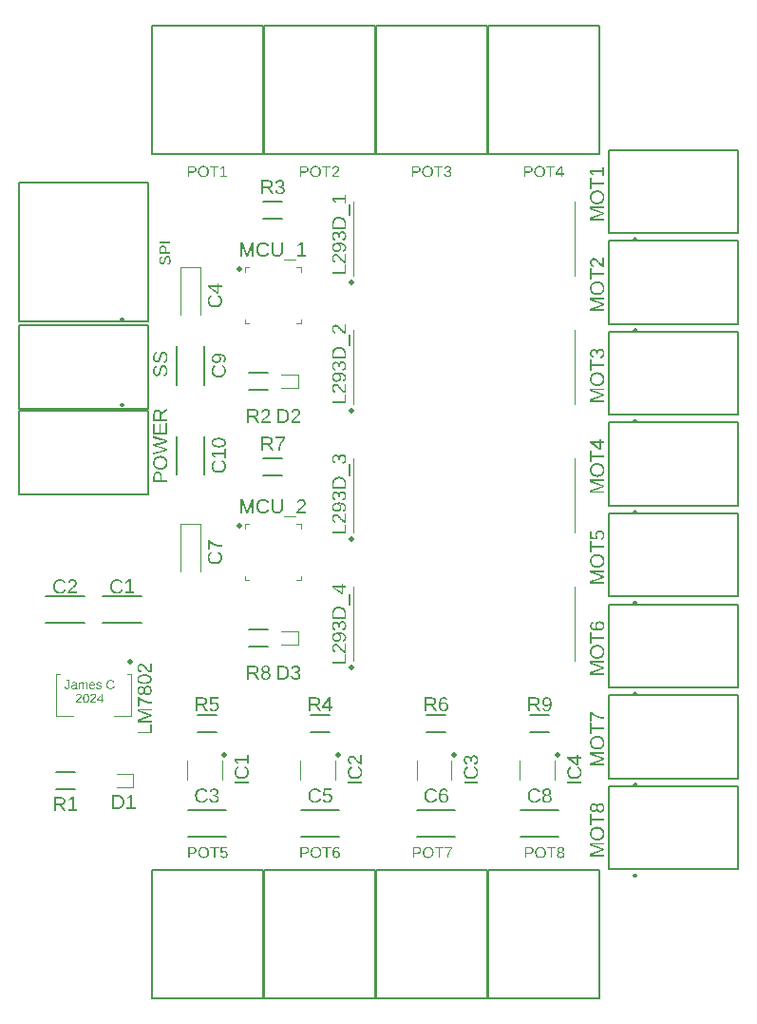
<source format=gbr>
G04 EAGLE Gerber RS-274X export*
G75*
%MOMM*%
%FSLAX34Y34*%
%LPD*%
%INSilkscreen Top*%
%IPPOS*%
%AMOC8*
5,1,8,0,0,1.08239X$1,22.5*%
G01*
G04 Define Apertures*
%ADD10C,0.127000*%
%ADD11C,0.120000*%
%ADD12C,0.500000*%
%ADD13C,0.200000*%
%ADD14C,0.152400*%
G36*
X56800Y259728D02*
X56471Y259744D01*
X56162Y259793D01*
X55875Y259874D01*
X55609Y259987D01*
X55364Y260133D01*
X55140Y260311D01*
X54938Y260521D01*
X54756Y260764D01*
X54596Y261038D01*
X54457Y261341D01*
X54340Y261675D01*
X54244Y262038D01*
X54169Y262431D01*
X54116Y262853D01*
X54084Y263306D01*
X54073Y263788D01*
X54083Y264280D01*
X54114Y264741D01*
X54166Y265169D01*
X54239Y265566D01*
X54332Y265931D01*
X54446Y266264D01*
X54581Y266565D01*
X54737Y266834D01*
X54915Y267072D01*
X55117Y267278D01*
X55343Y267452D01*
X55593Y267595D01*
X55867Y267705D01*
X56165Y267785D01*
X56487Y267832D01*
X56834Y267848D01*
X57171Y267832D01*
X57485Y267784D01*
X57777Y267704D01*
X58045Y267592D01*
X58291Y267448D01*
X58514Y267272D01*
X58714Y267063D01*
X58892Y266823D01*
X59047Y266552D01*
X59182Y266249D01*
X59296Y265916D01*
X59389Y265552D01*
X59462Y265157D01*
X59514Y264732D01*
X59545Y264275D01*
X59555Y263788D01*
X59544Y263308D01*
X59512Y262858D01*
X59457Y262437D01*
X59381Y262045D01*
X59283Y261682D01*
X59163Y261349D01*
X59022Y261045D01*
X58858Y260770D01*
X58674Y260525D01*
X58468Y260314D01*
X58242Y260135D01*
X57995Y259988D01*
X57727Y259874D01*
X57439Y259793D01*
X57130Y259744D01*
X56800Y259728D01*
G37*
%LPC*%
G36*
X56811Y260551D02*
X57027Y260564D01*
X57227Y260601D01*
X57412Y260663D01*
X57583Y260750D01*
X57738Y260862D01*
X57879Y260998D01*
X58005Y261160D01*
X58116Y261346D01*
X58213Y261558D01*
X58297Y261797D01*
X58369Y262062D01*
X58427Y262354D01*
X58472Y262673D01*
X58505Y263018D01*
X58524Y263390D01*
X58531Y263788D01*
X58524Y264200D01*
X58506Y264583D01*
X58475Y264937D01*
X58432Y265261D01*
X58376Y265555D01*
X58309Y265821D01*
X58228Y266057D01*
X58136Y266263D01*
X58029Y266443D01*
X57906Y266599D01*
X57768Y266731D01*
X57613Y266839D01*
X57442Y266922D01*
X57255Y266982D01*
X57053Y267018D01*
X56834Y267030D01*
X56610Y267019D01*
X56402Y266983D01*
X56210Y266924D01*
X56035Y266841D01*
X55876Y266735D01*
X55734Y266605D01*
X55608Y266452D01*
X55498Y266274D01*
X55403Y266070D01*
X55321Y265835D01*
X55251Y265570D01*
X55194Y265275D01*
X55149Y264949D01*
X55118Y264592D01*
X55099Y264205D01*
X55092Y263788D01*
X55099Y263382D01*
X55118Y263004D01*
X55150Y262655D01*
X55195Y262333D01*
X55253Y262040D01*
X55324Y261775D01*
X55407Y261538D01*
X55504Y261330D01*
X55614Y261147D01*
X55740Y260989D01*
X55881Y260855D01*
X56036Y260746D01*
X56208Y260661D01*
X56394Y260600D01*
X56595Y260563D01*
X56811Y260551D01*
G37*
%LPD*%
G36*
X45428Y271920D02*
X45207Y271928D01*
X45000Y271950D01*
X44807Y271988D01*
X44628Y272040D01*
X44464Y272108D01*
X44314Y272191D01*
X44178Y272289D01*
X44056Y272402D01*
X43948Y272528D01*
X43855Y272665D01*
X43776Y272813D01*
X43711Y272973D01*
X43661Y273144D01*
X43625Y273326D01*
X43604Y273519D01*
X43597Y273723D01*
X43606Y273952D01*
X43635Y274166D01*
X43684Y274367D01*
X43751Y274555D01*
X43838Y274729D01*
X43945Y274889D01*
X44070Y275035D01*
X44215Y275168D01*
X44382Y275287D01*
X44572Y275391D01*
X44786Y275480D01*
X45024Y275554D01*
X45285Y275614D01*
X45570Y275659D01*
X45879Y275690D01*
X46212Y275706D01*
X47573Y275728D01*
X47573Y276058D01*
X47553Y276402D01*
X47494Y276693D01*
X47396Y276931D01*
X47259Y277117D01*
X47080Y277256D01*
X46856Y277356D01*
X46587Y277416D01*
X46273Y277436D01*
X45958Y277422D01*
X45688Y277379D01*
X45465Y277307D01*
X45288Y277206D01*
X45149Y277074D01*
X45041Y276908D01*
X44964Y276708D01*
X44918Y276473D01*
X43865Y276568D01*
X43905Y276766D01*
X43960Y276951D01*
X44029Y277124D01*
X44114Y277283D01*
X44213Y277430D01*
X44328Y277564D01*
X44457Y277686D01*
X44602Y277794D01*
X44761Y277890D01*
X44935Y277973D01*
X45125Y278043D01*
X45329Y278101D01*
X45548Y278146D01*
X45782Y278178D01*
X46032Y278197D01*
X46296Y278203D01*
X46573Y278195D01*
X46832Y278170D01*
X47073Y278130D01*
X47297Y278072D01*
X47503Y277999D01*
X47691Y277909D01*
X47862Y277802D01*
X48015Y277680D01*
X48150Y277541D01*
X48267Y277389D01*
X48366Y277221D01*
X48448Y277039D01*
X48511Y276842D01*
X48556Y276631D01*
X48583Y276405D01*
X48592Y276165D01*
X48592Y273555D01*
X48599Y273345D01*
X48621Y273162D01*
X48658Y273008D01*
X48709Y272880D01*
X48781Y272781D01*
X48880Y272710D01*
X49005Y272668D01*
X49157Y272654D01*
X49313Y272663D01*
X49488Y272693D01*
X49488Y272066D01*
X49103Y271998D01*
X48709Y271976D01*
X48448Y271994D01*
X48226Y272049D01*
X48041Y272141D01*
X47895Y272270D01*
X47781Y272438D01*
X47695Y272647D01*
X47637Y272898D01*
X47606Y273191D01*
X47573Y273191D01*
X47371Y272869D01*
X47155Y272598D01*
X46922Y272378D01*
X46674Y272208D01*
X46404Y272082D01*
X46106Y271992D01*
X45781Y271938D01*
X45428Y271920D01*
G37*
%LPC*%
G36*
X45657Y272676D02*
X45927Y272692D01*
X46181Y272739D01*
X46420Y272818D01*
X46643Y272928D01*
X46847Y273066D01*
X47029Y273227D01*
X47187Y273412D01*
X47323Y273620D01*
X47432Y273841D01*
X47510Y274065D01*
X47557Y274293D01*
X47573Y274524D01*
X47573Y275022D01*
X46469Y275000D01*
X46135Y274987D01*
X45844Y274958D01*
X45596Y274914D01*
X45391Y274854D01*
X45219Y274778D01*
X45067Y274684D01*
X44937Y274571D01*
X44829Y274440D01*
X44743Y274289D01*
X44682Y274117D01*
X44645Y273922D01*
X44633Y273706D01*
X44649Y273474D01*
X44699Y273270D01*
X44782Y273093D01*
X44899Y272945D01*
X45046Y272827D01*
X45221Y272743D01*
X45425Y272693D01*
X45657Y272676D01*
G37*
%LPD*%
G36*
X51282Y272032D02*
X50280Y272032D01*
X50280Y276798D01*
X50271Y277650D01*
X50246Y278091D01*
X51198Y278091D01*
X51209Y277940D01*
X51223Y277657D01*
X51243Y277055D01*
X51260Y277055D01*
X51428Y277353D01*
X51608Y277601D01*
X51800Y277801D01*
X52004Y277951D01*
X52226Y278061D01*
X52471Y278140D01*
X52738Y278187D01*
X53029Y278203D01*
X53356Y278186D01*
X53646Y278135D01*
X53900Y278049D01*
X54118Y277929D01*
X54303Y277771D01*
X54458Y277573D01*
X54582Y277334D01*
X54676Y277055D01*
X54692Y277055D01*
X54857Y277339D01*
X55039Y277580D01*
X55237Y277779D01*
X55451Y277934D01*
X55685Y278052D01*
X55943Y278136D01*
X56224Y278186D01*
X56529Y278203D01*
X56751Y278195D01*
X56957Y278172D01*
X57147Y278133D01*
X57322Y278079D01*
X57481Y278008D01*
X57625Y277923D01*
X57753Y277822D01*
X57865Y277705D01*
X57963Y277570D01*
X58047Y277416D01*
X58119Y277241D01*
X58178Y277047D01*
X58223Y276832D01*
X58256Y276598D01*
X58275Y276344D01*
X58282Y276070D01*
X58282Y272032D01*
X57285Y272032D01*
X57285Y275874D01*
X57270Y276279D01*
X57225Y276617D01*
X57150Y276887D01*
X57044Y277089D01*
X56900Y277236D01*
X56707Y277341D01*
X56466Y277404D01*
X56176Y277425D01*
X56016Y277417D01*
X55864Y277394D01*
X55722Y277356D01*
X55589Y277302D01*
X55465Y277233D01*
X55351Y277149D01*
X55245Y277050D01*
X55149Y276935D01*
X55063Y276806D01*
X54988Y276664D01*
X54925Y276509D01*
X54874Y276342D01*
X54805Y275968D01*
X54782Y275543D01*
X54782Y272032D01*
X53785Y272032D01*
X53785Y275874D01*
X53770Y276279D01*
X53725Y276617D01*
X53650Y276887D01*
X53544Y277089D01*
X53400Y277236D01*
X53207Y277341D01*
X52966Y277404D01*
X52676Y277425D01*
X52520Y277417D01*
X52371Y277394D01*
X52231Y277355D01*
X52100Y277302D01*
X51976Y277232D01*
X51862Y277148D01*
X51755Y277047D01*
X51657Y276932D01*
X51569Y276802D01*
X51493Y276660D01*
X51429Y276506D01*
X51376Y276338D01*
X51335Y276158D01*
X51305Y275966D01*
X51288Y275761D01*
X51282Y275543D01*
X51282Y272032D01*
G37*
G36*
X71309Y259840D02*
X70357Y259840D01*
X70357Y261626D01*
X66638Y261626D01*
X66638Y262410D01*
X70250Y267730D01*
X71309Y267730D01*
X71309Y262422D01*
X72417Y262422D01*
X72417Y261626D01*
X71309Y261626D01*
X71309Y259840D01*
G37*
%LPC*%
G36*
X70357Y262422D02*
X70357Y266594D01*
X70200Y266297D01*
X69981Y265927D01*
X67960Y262948D01*
X67657Y262534D01*
X67568Y262422D01*
X70357Y262422D01*
G37*
%LPD*%
G36*
X62284Y271920D02*
X61958Y271933D01*
X61652Y271970D01*
X61366Y272033D01*
X61100Y272120D01*
X60854Y272233D01*
X60628Y272370D01*
X60423Y272533D01*
X60237Y272721D01*
X60072Y272933D01*
X59929Y273170D01*
X59809Y273431D01*
X59710Y273716D01*
X59633Y274026D01*
X59578Y274360D01*
X59545Y274718D01*
X59534Y275101D01*
X59545Y275465D01*
X59578Y275807D01*
X59633Y276128D01*
X59710Y276427D01*
X59809Y276703D01*
X59929Y276958D01*
X60072Y277191D01*
X60237Y277402D01*
X60422Y277590D01*
X60626Y277753D01*
X60849Y277890D01*
X61090Y278003D01*
X61351Y278091D01*
X61630Y278153D01*
X61928Y278191D01*
X62244Y278203D01*
X62568Y278191D01*
X62871Y278153D01*
X63152Y278090D01*
X63413Y278002D01*
X63653Y277889D01*
X63872Y277750D01*
X64070Y277587D01*
X64248Y277398D01*
X64404Y277184D01*
X64540Y276945D01*
X64655Y276681D01*
X64749Y276392D01*
X64822Y276077D01*
X64874Y275738D01*
X64905Y275373D01*
X64916Y274983D01*
X64916Y274849D01*
X60592Y274849D01*
X60599Y274596D01*
X60619Y274358D01*
X60653Y274135D01*
X60700Y273926D01*
X60761Y273733D01*
X60835Y273554D01*
X60923Y273390D01*
X61024Y273242D01*
X61138Y273109D01*
X61264Y272994D01*
X61403Y272897D01*
X61554Y272817D01*
X61718Y272756D01*
X61894Y272711D01*
X62083Y272685D01*
X62284Y272676D01*
X62595Y272692D01*
X62874Y272742D01*
X63120Y272824D01*
X63334Y272939D01*
X63515Y273080D01*
X63665Y273237D01*
X63783Y273413D01*
X63868Y273606D01*
X64753Y273354D01*
X64596Y273018D01*
X64395Y272726D01*
X64151Y272480D01*
X63864Y272278D01*
X63534Y272122D01*
X63160Y272010D01*
X62744Y271942D01*
X62284Y271920D01*
G37*
%LPC*%
G36*
X63874Y275622D02*
X63812Y276068D01*
X63710Y276450D01*
X63644Y276616D01*
X63569Y276767D01*
X63483Y276901D01*
X63387Y277019D01*
X63281Y277122D01*
X63163Y277211D01*
X63035Y277287D01*
X62895Y277348D01*
X62745Y277397D01*
X62584Y277431D01*
X62411Y277452D01*
X62228Y277458D01*
X62049Y277451D01*
X61880Y277428D01*
X61720Y277389D01*
X61570Y277336D01*
X61430Y277267D01*
X61299Y277183D01*
X61178Y277083D01*
X61066Y276968D01*
X60965Y276840D01*
X60876Y276700D01*
X60800Y276549D01*
X60736Y276387D01*
X60684Y276213D01*
X60645Y276027D01*
X60618Y275830D01*
X60604Y275622D01*
X63874Y275622D01*
G37*
%LPD*%
G36*
X78789Y271920D02*
X78496Y271928D01*
X78213Y271951D01*
X77940Y271990D01*
X77677Y272044D01*
X77424Y272114D01*
X77181Y272199D01*
X76948Y272299D01*
X76725Y272416D01*
X76514Y272546D01*
X76316Y272690D01*
X76131Y272847D01*
X75958Y273018D01*
X75799Y273201D01*
X75652Y273398D01*
X75519Y273609D01*
X75398Y273832D01*
X75291Y274068D01*
X75198Y274314D01*
X75120Y274571D01*
X75056Y274838D01*
X75006Y275116D01*
X74970Y275405D01*
X74949Y275704D01*
X74942Y276014D01*
X74958Y276473D01*
X75005Y276906D01*
X75085Y277314D01*
X75197Y277696D01*
X75340Y278053D01*
X75515Y278384D01*
X75722Y278690D01*
X75961Y278970D01*
X76228Y279221D01*
X76520Y279438D01*
X76836Y279622D01*
X77176Y279773D01*
X77541Y279890D01*
X77931Y279973D01*
X78345Y280023D01*
X78783Y280040D01*
X79092Y280032D01*
X79387Y280009D01*
X79670Y279971D01*
X79940Y279917D01*
X80196Y279847D01*
X80440Y279763D01*
X80671Y279663D01*
X80889Y279547D01*
X81093Y279417D01*
X81284Y279271D01*
X81460Y279111D01*
X81623Y278935D01*
X81771Y278745D01*
X81905Y278540D01*
X82026Y278320D01*
X82132Y278086D01*
X81119Y277750D01*
X80961Y278074D01*
X80761Y278357D01*
X80520Y278600D01*
X80237Y278802D01*
X79919Y278962D01*
X79572Y279075D01*
X79198Y279144D01*
X78795Y279166D01*
X78476Y279153D01*
X78176Y279114D01*
X77894Y279048D01*
X77630Y278956D01*
X77384Y278837D01*
X77157Y278692D01*
X76947Y278521D01*
X76756Y278324D01*
X76586Y278103D01*
X76438Y277863D01*
X76313Y277604D01*
X76210Y277325D01*
X76131Y277026D01*
X76074Y276708D01*
X76040Y276371D01*
X76028Y276014D01*
X76040Y275660D01*
X76076Y275324D01*
X76135Y275006D01*
X76218Y274705D01*
X76325Y274423D01*
X76455Y274158D01*
X76609Y273911D01*
X76787Y273681D01*
X76985Y273474D01*
X77200Y273295D01*
X77431Y273144D01*
X77679Y273020D01*
X77944Y272923D01*
X78226Y272854D01*
X78524Y272813D01*
X78839Y272799D01*
X79043Y272806D01*
X79241Y272825D01*
X79432Y272857D01*
X79617Y272902D01*
X79967Y273030D01*
X80291Y273209D01*
X80590Y273440D01*
X80863Y273722D01*
X81110Y274055D01*
X81331Y274440D01*
X82205Y274003D01*
X82077Y273756D01*
X81937Y273524D01*
X81784Y273307D01*
X81619Y273106D01*
X81442Y272920D01*
X81252Y272748D01*
X81050Y272593D01*
X80836Y272452D01*
X80611Y272327D01*
X80377Y272219D01*
X80134Y272128D01*
X79883Y272053D01*
X79623Y271995D01*
X79354Y271953D01*
X79076Y271928D01*
X78789Y271920D01*
G37*
G36*
X53052Y259840D02*
X47827Y259840D01*
X47827Y260551D01*
X47977Y260869D01*
X48144Y261168D01*
X48326Y261447D01*
X48524Y261708D01*
X48946Y262185D01*
X49389Y262615D01*
X49841Y263006D01*
X50288Y263368D01*
X50711Y263715D01*
X51092Y264062D01*
X51416Y264418D01*
X51552Y264602D01*
X51671Y264790D01*
X51768Y264987D01*
X51837Y265196D01*
X51879Y265418D01*
X51892Y265653D01*
X51869Y265959D01*
X51797Y266230D01*
X51678Y266463D01*
X51512Y266661D01*
X51303Y266818D01*
X51057Y266930D01*
X50773Y266997D01*
X50453Y267019D01*
X50145Y266997D01*
X49866Y266932D01*
X49615Y266822D01*
X49392Y266669D01*
X49205Y266476D01*
X49061Y266248D01*
X48960Y265985D01*
X48902Y265686D01*
X47872Y265782D01*
X47909Y266012D01*
X47964Y266231D01*
X48037Y266437D01*
X48128Y266631D01*
X48238Y266814D01*
X48366Y266984D01*
X48511Y267142D01*
X48675Y267288D01*
X48854Y267419D01*
X49046Y267533D01*
X49249Y267629D01*
X49465Y267708D01*
X49694Y267769D01*
X49935Y267813D01*
X50188Y267839D01*
X50453Y267848D01*
X50743Y267839D01*
X51015Y267813D01*
X51270Y267769D01*
X51508Y267707D01*
X51729Y267628D01*
X51932Y267531D01*
X52118Y267417D01*
X52287Y267285D01*
X52437Y267137D01*
X52568Y266974D01*
X52678Y266797D01*
X52768Y266604D01*
X52838Y266397D01*
X52888Y266175D01*
X52918Y265938D01*
X52928Y265686D01*
X52915Y265457D01*
X52876Y265229D01*
X52810Y265001D01*
X52718Y264774D01*
X52601Y264547D01*
X52457Y264320D01*
X52288Y264093D01*
X52094Y263866D01*
X51840Y263608D01*
X51491Y263288D01*
X50509Y262461D01*
X49931Y261960D01*
X49484Y261512D01*
X49307Y261302D01*
X49157Y261096D01*
X49033Y260895D01*
X48936Y260697D01*
X53052Y260697D01*
X53052Y259840D01*
G37*
G36*
X65802Y259840D02*
X60577Y259840D01*
X60577Y260551D01*
X60727Y260869D01*
X60894Y261168D01*
X61076Y261447D01*
X61274Y261708D01*
X61696Y262185D01*
X62139Y262615D01*
X62591Y263006D01*
X63038Y263368D01*
X63461Y263715D01*
X63842Y264062D01*
X64166Y264418D01*
X64302Y264602D01*
X64421Y264790D01*
X64518Y264987D01*
X64587Y265196D01*
X64629Y265418D01*
X64642Y265653D01*
X64619Y265959D01*
X64547Y266230D01*
X64428Y266463D01*
X64262Y266661D01*
X64053Y266818D01*
X63807Y266930D01*
X63523Y266997D01*
X63203Y267019D01*
X62895Y266997D01*
X62616Y266932D01*
X62365Y266822D01*
X62142Y266669D01*
X61955Y266476D01*
X61811Y266248D01*
X61710Y265985D01*
X61652Y265686D01*
X60622Y265782D01*
X60659Y266012D01*
X60714Y266231D01*
X60787Y266437D01*
X60878Y266631D01*
X60988Y266814D01*
X61116Y266984D01*
X61261Y267142D01*
X61425Y267288D01*
X61604Y267419D01*
X61796Y267533D01*
X61999Y267629D01*
X62215Y267708D01*
X62444Y267769D01*
X62685Y267813D01*
X62938Y267839D01*
X63203Y267848D01*
X63493Y267839D01*
X63765Y267813D01*
X64020Y267769D01*
X64258Y267707D01*
X64479Y267628D01*
X64682Y267531D01*
X64868Y267417D01*
X65037Y267285D01*
X65187Y267137D01*
X65318Y266974D01*
X65428Y266797D01*
X65518Y266604D01*
X65588Y266397D01*
X65638Y266175D01*
X65668Y265938D01*
X65678Y265686D01*
X65665Y265457D01*
X65626Y265229D01*
X65560Y265001D01*
X65468Y264774D01*
X65351Y264547D01*
X65207Y264320D01*
X65038Y264093D01*
X64844Y263866D01*
X64590Y263608D01*
X64241Y263288D01*
X63259Y262461D01*
X62681Y261960D01*
X62234Y261512D01*
X62057Y261302D01*
X61907Y261096D01*
X61783Y260895D01*
X61686Y260697D01*
X65802Y260697D01*
X65802Y259840D01*
G37*
G36*
X68283Y271920D02*
X68009Y271926D01*
X67750Y271943D01*
X67508Y271972D01*
X67282Y272013D01*
X67072Y272065D01*
X66878Y272129D01*
X66700Y272205D01*
X66539Y272292D01*
X66392Y272392D01*
X66259Y272505D01*
X66139Y272630D01*
X66033Y272769D01*
X65940Y272921D01*
X65860Y273086D01*
X65794Y273264D01*
X65741Y273454D01*
X66631Y273628D01*
X66713Y273401D01*
X66829Y273206D01*
X66979Y273044D01*
X67163Y272914D01*
X67385Y272815D01*
X67645Y272744D01*
X67945Y272701D01*
X68283Y272687D01*
X68641Y272702D01*
X68948Y272746D01*
X69203Y272819D01*
X69406Y272922D01*
X69562Y273055D01*
X69673Y273216D01*
X69740Y273407D01*
X69762Y273628D01*
X69746Y273799D01*
X69700Y273953D01*
X69623Y274090D01*
X69515Y274210D01*
X69373Y274317D01*
X69193Y274415D01*
X68976Y274502D01*
X68720Y274580D01*
X67998Y274770D01*
X67595Y274882D01*
X67255Y274992D01*
X66978Y275102D01*
X66763Y275210D01*
X66590Y275324D01*
X66436Y275449D01*
X66303Y275585D01*
X66189Y275734D01*
X66098Y275896D01*
X66034Y276077D01*
X65995Y276274D01*
X65982Y276490D01*
X65991Y276691D01*
X66019Y276879D01*
X66065Y277056D01*
X66130Y277220D01*
X66213Y277371D01*
X66314Y277511D01*
X66434Y277638D01*
X66573Y277752D01*
X66729Y277854D01*
X66902Y277942D01*
X67092Y278017D01*
X67299Y278078D01*
X67522Y278125D01*
X67763Y278159D01*
X68020Y278180D01*
X68295Y278186D01*
X68770Y278164D01*
X69194Y278098D01*
X69567Y277988D01*
X69888Y277834D01*
X70029Y277739D01*
X70156Y277631D01*
X70270Y277509D01*
X70370Y277374D01*
X70457Y277226D01*
X70530Y277065D01*
X70589Y276890D01*
X70635Y276702D01*
X69728Y276590D01*
X69669Y276780D01*
X69574Y276947D01*
X69443Y277090D01*
X69277Y277209D01*
X69078Y277304D01*
X68848Y277371D01*
X68587Y277411D01*
X68295Y277425D01*
X67975Y277412D01*
X67701Y277373D01*
X67471Y277308D01*
X67287Y277218D01*
X67145Y277101D01*
X67043Y276957D01*
X66982Y276787D01*
X66962Y276590D01*
X66970Y276467D01*
X66995Y276355D01*
X67037Y276254D01*
X67096Y276165D01*
X67263Y276009D01*
X67494Y275879D01*
X67903Y275739D01*
X68603Y275554D01*
X69291Y275360D01*
X69552Y275269D01*
X69756Y275182D01*
X70072Y275002D01*
X70313Y274804D01*
X70495Y274581D01*
X70630Y274325D01*
X70679Y274185D01*
X70714Y274035D01*
X70735Y273875D01*
X70742Y273706D01*
X70732Y273498D01*
X70701Y273302D01*
X70651Y273119D01*
X70580Y272948D01*
X70489Y272789D01*
X70378Y272642D01*
X70247Y272507D01*
X70095Y272385D01*
X69925Y272276D01*
X69739Y272181D01*
X69537Y272102D01*
X69319Y272036D01*
X69084Y271985D01*
X68833Y271949D01*
X68567Y271927D01*
X68283Y271920D01*
G37*
G36*
X39919Y271920D02*
X39674Y271928D01*
X39443Y271952D01*
X39224Y271993D01*
X39018Y272049D01*
X38825Y272122D01*
X38644Y272211D01*
X38476Y272317D01*
X38321Y272438D01*
X38179Y272576D01*
X38049Y272729D01*
X37932Y272899D01*
X37828Y273085D01*
X37737Y273288D01*
X37658Y273506D01*
X37592Y273741D01*
X37539Y273992D01*
X38586Y274166D01*
X38652Y273859D01*
X38750Y273587D01*
X38879Y273352D01*
X39039Y273152D01*
X39227Y272993D01*
X39437Y272879D01*
X39669Y272811D01*
X39924Y272788D01*
X40066Y272794D01*
X40200Y272813D01*
X40445Y272888D01*
X40659Y273013D01*
X40843Y273188D01*
X40990Y273412D01*
X41095Y273682D01*
X41158Y273998D01*
X41179Y274362D01*
X41179Y279049D01*
X39661Y279049D01*
X39661Y279922D01*
X42243Y279922D01*
X42243Y274384D01*
X42233Y274105D01*
X42204Y273841D01*
X42155Y273592D01*
X42087Y273358D01*
X42000Y273140D01*
X41893Y272938D01*
X41767Y272750D01*
X41621Y272578D01*
X41458Y272424D01*
X41281Y272290D01*
X41090Y272177D01*
X40885Y272084D01*
X40665Y272013D01*
X40430Y271961D01*
X40182Y271930D01*
X39919Y271920D01*
G37*
G36*
X84359Y357066D02*
X83901Y357078D01*
X83458Y357114D01*
X83031Y357175D01*
X82620Y357260D01*
X82224Y357369D01*
X81844Y357502D01*
X81480Y357659D01*
X81132Y357841D01*
X80801Y358045D01*
X80491Y358270D01*
X80201Y358516D01*
X79932Y358783D01*
X79682Y359070D01*
X79453Y359378D01*
X79245Y359707D01*
X79056Y360057D01*
X78889Y360425D01*
X78744Y360810D01*
X78621Y361212D01*
X78521Y361630D01*
X78443Y362065D01*
X78387Y362516D01*
X78353Y362984D01*
X78342Y363468D01*
X78348Y363832D01*
X78367Y364186D01*
X78398Y364530D01*
X78442Y364864D01*
X78498Y365188D01*
X78566Y365502D01*
X78647Y365806D01*
X78741Y366100D01*
X78847Y366384D01*
X78965Y366658D01*
X79239Y367176D01*
X79563Y367655D01*
X79936Y368093D01*
X80354Y368485D01*
X80810Y368825D01*
X81052Y368975D01*
X81304Y369112D01*
X81566Y369236D01*
X81837Y369347D01*
X82117Y369446D01*
X82408Y369530D01*
X82708Y369602D01*
X83017Y369661D01*
X83336Y369707D01*
X83665Y369740D01*
X84003Y369759D01*
X84351Y369766D01*
X84833Y369754D01*
X85295Y369718D01*
X85737Y369657D01*
X86159Y369573D01*
X86561Y369465D01*
X86942Y369332D01*
X87303Y369176D01*
X87644Y368995D01*
X87963Y368791D01*
X88261Y368563D01*
X88537Y368312D01*
X88791Y368038D01*
X89023Y367741D01*
X89233Y367420D01*
X89422Y367076D01*
X89588Y366709D01*
X88003Y366183D01*
X87887Y366445D01*
X87756Y366690D01*
X87608Y366920D01*
X87443Y367134D01*
X87263Y367332D01*
X87066Y367514D01*
X86853Y367680D01*
X86623Y367830D01*
X86380Y367964D01*
X86126Y368079D01*
X85861Y368177D01*
X85584Y368257D01*
X85297Y368319D01*
X84998Y368364D01*
X84689Y368390D01*
X84368Y368399D01*
X83870Y368379D01*
X83400Y368317D01*
X82959Y368214D01*
X82546Y368070D01*
X82162Y367884D01*
X81806Y367658D01*
X81479Y367390D01*
X81180Y367081D01*
X80913Y366736D01*
X80682Y366361D01*
X80486Y365955D01*
X80326Y365519D01*
X80201Y365052D01*
X80112Y364555D01*
X80059Y364027D01*
X80041Y363468D01*
X80060Y362915D01*
X80115Y362390D01*
X80208Y361892D01*
X80338Y361422D01*
X80505Y360980D01*
X80709Y360566D01*
X80950Y360179D01*
X81228Y359820D01*
X81538Y359497D01*
X81874Y359217D01*
X82236Y358980D01*
X82624Y358786D01*
X83038Y358635D01*
X83479Y358527D01*
X83945Y358462D01*
X84438Y358441D01*
X84757Y358451D01*
X85066Y358481D01*
X85365Y358531D01*
X85654Y358601D01*
X85933Y358692D01*
X86201Y358802D01*
X86460Y358932D01*
X86709Y359082D01*
X86947Y359253D01*
X87176Y359443D01*
X87394Y359654D01*
X87603Y359884D01*
X87801Y360135D01*
X87989Y360406D01*
X88167Y360696D01*
X88336Y361007D01*
X89702Y360324D01*
X89502Y359937D01*
X89282Y359575D01*
X89044Y359236D01*
X88786Y358920D01*
X88508Y358629D01*
X88212Y358362D01*
X87896Y358118D01*
X87561Y357898D01*
X87209Y357703D01*
X86843Y357534D01*
X86464Y357391D01*
X86070Y357274D01*
X85663Y357183D01*
X85243Y357118D01*
X84808Y357079D01*
X84359Y357066D01*
G37*
G36*
X99500Y357241D02*
X91766Y357241D01*
X91766Y358581D01*
X94911Y358581D01*
X94911Y368075D01*
X92125Y366087D01*
X92125Y367576D01*
X95042Y369582D01*
X96496Y369582D01*
X96496Y358581D01*
X99500Y358581D01*
X99500Y357241D01*
G37*
G36*
X33559Y357066D02*
X33101Y357078D01*
X32658Y357114D01*
X32231Y357175D01*
X31820Y357260D01*
X31424Y357369D01*
X31044Y357502D01*
X30680Y357659D01*
X30332Y357841D01*
X30001Y358045D01*
X29691Y358270D01*
X29401Y358516D01*
X29132Y358783D01*
X28882Y359070D01*
X28653Y359378D01*
X28445Y359707D01*
X28256Y360057D01*
X28089Y360425D01*
X27944Y360810D01*
X27821Y361212D01*
X27721Y361630D01*
X27643Y362065D01*
X27587Y362516D01*
X27553Y362984D01*
X27542Y363468D01*
X27548Y363832D01*
X27567Y364186D01*
X27598Y364530D01*
X27642Y364864D01*
X27698Y365188D01*
X27766Y365502D01*
X27847Y365806D01*
X27941Y366100D01*
X28047Y366384D01*
X28165Y366658D01*
X28439Y367176D01*
X28763Y367655D01*
X29136Y368093D01*
X29554Y368485D01*
X30010Y368825D01*
X30252Y368975D01*
X30504Y369112D01*
X30766Y369236D01*
X31037Y369347D01*
X31317Y369446D01*
X31608Y369530D01*
X31908Y369602D01*
X32217Y369661D01*
X32536Y369707D01*
X32865Y369740D01*
X33203Y369759D01*
X33551Y369766D01*
X34033Y369754D01*
X34495Y369718D01*
X34937Y369657D01*
X35359Y369573D01*
X35761Y369465D01*
X36142Y369332D01*
X36503Y369176D01*
X36844Y368995D01*
X37163Y368791D01*
X37461Y368563D01*
X37737Y368312D01*
X37991Y368038D01*
X38223Y367741D01*
X38433Y367420D01*
X38622Y367076D01*
X38788Y366709D01*
X37203Y366183D01*
X37087Y366445D01*
X36956Y366690D01*
X36808Y366920D01*
X36643Y367134D01*
X36463Y367332D01*
X36266Y367514D01*
X36053Y367680D01*
X35823Y367830D01*
X35580Y367964D01*
X35326Y368079D01*
X35061Y368177D01*
X34784Y368257D01*
X34497Y368319D01*
X34198Y368364D01*
X33889Y368390D01*
X33568Y368399D01*
X33070Y368379D01*
X32600Y368317D01*
X32159Y368214D01*
X31746Y368070D01*
X31362Y367884D01*
X31006Y367658D01*
X30679Y367390D01*
X30380Y367081D01*
X30113Y366736D01*
X29882Y366361D01*
X29686Y365955D01*
X29526Y365519D01*
X29401Y365052D01*
X29312Y364555D01*
X29259Y364027D01*
X29241Y363468D01*
X29260Y362915D01*
X29315Y362390D01*
X29408Y361892D01*
X29538Y361422D01*
X29705Y360980D01*
X29909Y360566D01*
X30150Y360179D01*
X30428Y359820D01*
X30738Y359497D01*
X31074Y359217D01*
X31436Y358980D01*
X31824Y358786D01*
X32238Y358635D01*
X32679Y358527D01*
X33145Y358462D01*
X33638Y358441D01*
X33957Y358451D01*
X34266Y358481D01*
X34565Y358531D01*
X34854Y358601D01*
X35133Y358692D01*
X35401Y358802D01*
X35660Y358932D01*
X35909Y359082D01*
X36147Y359253D01*
X36376Y359443D01*
X36594Y359654D01*
X36803Y359884D01*
X37001Y360135D01*
X37189Y360406D01*
X37367Y360696D01*
X37536Y361007D01*
X38902Y360324D01*
X38702Y359937D01*
X38482Y359575D01*
X38244Y359236D01*
X37986Y358920D01*
X37708Y358629D01*
X37412Y358362D01*
X37096Y358118D01*
X36761Y357898D01*
X36409Y357703D01*
X36043Y357534D01*
X35664Y357391D01*
X35270Y357274D01*
X34863Y357183D01*
X34443Y357118D01*
X34008Y357079D01*
X33559Y357066D01*
G37*
G36*
X48674Y357241D02*
X40502Y357241D01*
X40502Y358353D01*
X40738Y358851D01*
X40998Y359318D01*
X41283Y359755D01*
X41593Y360162D01*
X41919Y360545D01*
X42253Y360909D01*
X42595Y361254D01*
X42946Y361581D01*
X43652Y362193D01*
X44352Y362759D01*
X45014Y363302D01*
X45608Y363845D01*
X45875Y364120D01*
X46115Y364401D01*
X46328Y364689D01*
X46515Y364984D01*
X46666Y365291D01*
X46774Y365619D01*
X46839Y365966D01*
X46861Y366332D01*
X46852Y366579D01*
X46824Y366812D01*
X46777Y367030D01*
X46712Y367234D01*
X46628Y367424D01*
X46526Y367600D01*
X46405Y367762D01*
X46265Y367909D01*
X46109Y368040D01*
X45938Y368154D01*
X45753Y368250D01*
X45554Y368329D01*
X45339Y368391D01*
X45111Y368434D01*
X44868Y368461D01*
X44610Y368469D01*
X44364Y368461D01*
X44128Y368435D01*
X43904Y368392D01*
X43691Y368333D01*
X43489Y368256D01*
X43299Y368162D01*
X43119Y368050D01*
X42950Y367922D01*
X42795Y367778D01*
X42658Y367621D01*
X42537Y367449D01*
X42432Y367264D01*
X42345Y367065D01*
X42274Y366852D01*
X42221Y366625D01*
X42184Y366385D01*
X40572Y366534D01*
X40630Y366894D01*
X40716Y367236D01*
X40831Y367559D01*
X40974Y367863D01*
X41145Y368148D01*
X41345Y368414D01*
X41573Y368661D01*
X41829Y368890D01*
X42109Y369095D01*
X42408Y369273D01*
X42727Y369424D01*
X43065Y369547D01*
X43422Y369643D01*
X43799Y369711D01*
X44195Y369752D01*
X44610Y369766D01*
X45063Y369752D01*
X45489Y369711D01*
X45888Y369642D01*
X46260Y369546D01*
X46605Y369422D01*
X46923Y369271D01*
X47214Y369092D01*
X47478Y368885D01*
X47713Y368654D01*
X47917Y368399D01*
X48089Y368121D01*
X48230Y367820D01*
X48340Y367496D01*
X48418Y367149D01*
X48465Y366778D01*
X48481Y366385D01*
X48461Y366026D01*
X48399Y365669D01*
X48296Y365313D01*
X48153Y364957D01*
X47969Y364603D01*
X47744Y364248D01*
X47480Y363893D01*
X47176Y363538D01*
X46778Y363135D01*
X46232Y362634D01*
X45539Y362036D01*
X44697Y361340D01*
X44220Y360938D01*
X43793Y360557D01*
X43418Y360196D01*
X43095Y359855D01*
X42818Y359528D01*
X42582Y359206D01*
X42389Y358891D01*
X42236Y358581D01*
X48674Y358581D01*
X48674Y357241D01*
G37*
G36*
X159998Y170792D02*
X159540Y170804D01*
X159097Y170840D01*
X158670Y170901D01*
X158259Y170986D01*
X157863Y171095D01*
X157483Y171228D01*
X157119Y171385D01*
X156771Y171567D01*
X156440Y171771D01*
X156130Y171996D01*
X155840Y172242D01*
X155571Y172509D01*
X155321Y172796D01*
X155092Y173104D01*
X154884Y173433D01*
X154695Y173783D01*
X154528Y174151D01*
X154383Y174536D01*
X154260Y174938D01*
X154160Y175356D01*
X154082Y175791D01*
X154026Y176242D01*
X153992Y176710D01*
X153981Y177194D01*
X153987Y177558D01*
X154006Y177912D01*
X154037Y178256D01*
X154081Y178590D01*
X154137Y178914D01*
X154205Y179228D01*
X154286Y179532D01*
X154380Y179826D01*
X154486Y180110D01*
X154604Y180384D01*
X154878Y180902D01*
X155202Y181381D01*
X155575Y181819D01*
X155993Y182211D01*
X156449Y182551D01*
X156691Y182701D01*
X156943Y182838D01*
X157205Y182962D01*
X157476Y183073D01*
X157756Y183172D01*
X158047Y183256D01*
X158347Y183328D01*
X158656Y183387D01*
X158975Y183433D01*
X159304Y183466D01*
X159642Y183485D01*
X159990Y183492D01*
X160472Y183480D01*
X160934Y183444D01*
X161376Y183383D01*
X161798Y183299D01*
X162200Y183191D01*
X162581Y183058D01*
X162942Y182902D01*
X163283Y182721D01*
X163602Y182517D01*
X163900Y182289D01*
X164176Y182038D01*
X164430Y181764D01*
X164662Y181467D01*
X164872Y181146D01*
X165061Y180802D01*
X165227Y180435D01*
X163642Y179909D01*
X163526Y180171D01*
X163395Y180416D01*
X163247Y180646D01*
X163082Y180860D01*
X162902Y181058D01*
X162705Y181240D01*
X162492Y181406D01*
X162262Y181556D01*
X162019Y181690D01*
X161765Y181805D01*
X161500Y181903D01*
X161223Y181983D01*
X160936Y182045D01*
X160637Y182090D01*
X160328Y182116D01*
X160007Y182125D01*
X159509Y182105D01*
X159039Y182043D01*
X158598Y181940D01*
X158185Y181796D01*
X157801Y181610D01*
X157445Y181384D01*
X157118Y181116D01*
X156819Y180807D01*
X156552Y180462D01*
X156321Y180087D01*
X156125Y179681D01*
X155965Y179245D01*
X155840Y178778D01*
X155751Y178281D01*
X155698Y177753D01*
X155680Y177194D01*
X155699Y176641D01*
X155754Y176116D01*
X155847Y175618D01*
X155977Y175148D01*
X156144Y174706D01*
X156348Y174292D01*
X156589Y173905D01*
X156867Y173546D01*
X157177Y173223D01*
X157513Y172943D01*
X157875Y172706D01*
X158263Y172512D01*
X158677Y172361D01*
X159118Y172253D01*
X159584Y172188D01*
X160077Y172167D01*
X160396Y172177D01*
X160705Y172207D01*
X161004Y172257D01*
X161293Y172327D01*
X161572Y172418D01*
X161840Y172528D01*
X162099Y172658D01*
X162348Y172808D01*
X162586Y172979D01*
X162815Y173169D01*
X163033Y173380D01*
X163242Y173610D01*
X163440Y173861D01*
X163628Y174132D01*
X163806Y174422D01*
X163975Y174733D01*
X165341Y174050D01*
X165141Y173663D01*
X164921Y173301D01*
X164683Y172962D01*
X164425Y172646D01*
X164147Y172355D01*
X163851Y172088D01*
X163535Y171844D01*
X163200Y171624D01*
X162848Y171429D01*
X162482Y171260D01*
X162103Y171117D01*
X161709Y171000D01*
X161302Y170909D01*
X160882Y170844D01*
X160447Y170805D01*
X159998Y170792D01*
G37*
G36*
X171040Y170792D02*
X170583Y170805D01*
X170150Y170845D01*
X169741Y170911D01*
X169355Y171003D01*
X168993Y171122D01*
X168655Y171267D01*
X168340Y171439D01*
X168049Y171637D01*
X167784Y171861D01*
X167547Y172110D01*
X167339Y172385D01*
X167159Y172685D01*
X167007Y173010D01*
X166884Y173361D01*
X166789Y173736D01*
X166722Y174138D01*
X168351Y174286D01*
X168399Y174021D01*
X168462Y173773D01*
X168542Y173542D01*
X168638Y173329D01*
X168749Y173132D01*
X168877Y172952D01*
X169021Y172790D01*
X169181Y172644D01*
X169357Y172516D01*
X169549Y172405D01*
X169758Y172311D01*
X169982Y172234D01*
X170222Y172174D01*
X170479Y172131D01*
X170751Y172105D01*
X171040Y172097D01*
X171330Y172106D01*
X171604Y172134D01*
X171861Y172179D01*
X172103Y172244D01*
X172329Y172326D01*
X172539Y172427D01*
X172732Y172546D01*
X172910Y172684D01*
X173069Y172839D01*
X173207Y173013D01*
X173324Y173204D01*
X173419Y173413D01*
X173493Y173640D01*
X173546Y173884D01*
X173578Y174146D01*
X173589Y174427D01*
X173577Y174672D01*
X173540Y174903D01*
X173480Y175120D01*
X173395Y175323D01*
X173286Y175513D01*
X173153Y175689D01*
X172995Y175851D01*
X172814Y175999D01*
X172609Y176131D01*
X172383Y176246D01*
X172136Y176343D01*
X171867Y176422D01*
X171576Y176484D01*
X171264Y176528D01*
X170931Y176555D01*
X170576Y176564D01*
X169683Y176564D01*
X169683Y177930D01*
X170541Y177930D01*
X170856Y177939D01*
X171153Y177965D01*
X171431Y178009D01*
X171692Y178071D01*
X171934Y178151D01*
X172158Y178248D01*
X172363Y178363D01*
X172551Y178495D01*
X172718Y178643D01*
X172863Y178805D01*
X172986Y178980D01*
X173086Y179168D01*
X173164Y179370D01*
X173220Y179586D01*
X173254Y179816D01*
X173265Y180058D01*
X173256Y180299D01*
X173228Y180527D01*
X173183Y180742D01*
X173119Y180944D01*
X173037Y181133D01*
X172937Y181309D01*
X172819Y181472D01*
X172682Y181622D01*
X172528Y181756D01*
X172356Y181873D01*
X172166Y181971D01*
X171959Y182052D01*
X171734Y182115D01*
X171491Y182160D01*
X171231Y182186D01*
X170953Y182195D01*
X170698Y182187D01*
X170456Y182162D01*
X170227Y182120D01*
X170010Y182062D01*
X169805Y181987D01*
X169613Y181895D01*
X169434Y181786D01*
X169267Y181661D01*
X169114Y181521D01*
X168978Y181367D01*
X168859Y181199D01*
X168757Y181017D01*
X168672Y180822D01*
X168604Y180613D01*
X168552Y180391D01*
X168518Y180155D01*
X166932Y180277D01*
X166990Y180646D01*
X167077Y180993D01*
X167191Y181320D01*
X167334Y181626D01*
X167505Y181911D01*
X167705Y182176D01*
X167933Y182419D01*
X168189Y182642D01*
X168469Y182841D01*
X168769Y183014D01*
X169087Y183160D01*
X169425Y183279D01*
X169783Y183372D01*
X170159Y183439D01*
X170555Y183478D01*
X170970Y183492D01*
X171421Y183478D01*
X171847Y183438D01*
X172246Y183370D01*
X172620Y183276D01*
X172968Y183155D01*
X173290Y183006D01*
X173586Y182831D01*
X173856Y182629D01*
X174097Y182403D01*
X174306Y182155D01*
X174483Y181887D01*
X174628Y181597D01*
X174740Y181285D01*
X174821Y180953D01*
X174869Y180600D01*
X174885Y180225D01*
X174875Y179936D01*
X174844Y179661D01*
X174792Y179400D01*
X174720Y179153D01*
X174627Y178920D01*
X174513Y178700D01*
X174379Y178494D01*
X174224Y178302D01*
X174049Y178125D01*
X173856Y177962D01*
X173644Y177814D01*
X173413Y177682D01*
X173163Y177564D01*
X172894Y177461D01*
X172607Y177373D01*
X172301Y177299D01*
X172301Y177264D01*
X172638Y177217D01*
X172955Y177151D01*
X173253Y177064D01*
X173532Y176958D01*
X173792Y176832D01*
X174032Y176686D01*
X174254Y176521D01*
X174456Y176336D01*
X174637Y176135D01*
X174793Y175921D01*
X174926Y175695D01*
X175034Y175456D01*
X175118Y175204D01*
X175179Y174940D01*
X175215Y174663D01*
X175227Y174374D01*
X175210Y173959D01*
X175159Y173568D01*
X175074Y173202D01*
X174955Y172859D01*
X174802Y172540D01*
X174616Y172246D01*
X174395Y171975D01*
X174141Y171729D01*
X173855Y171509D01*
X173540Y171319D01*
X173196Y171158D01*
X172822Y171026D01*
X172420Y170924D01*
X171989Y170850D01*
X171529Y170807D01*
X171040Y170792D01*
G37*
G36*
X175040Y624212D02*
X173814Y624212D01*
X165493Y629861D01*
X165493Y631516D01*
X173796Y631516D01*
X173796Y633250D01*
X175040Y633250D01*
X175040Y631516D01*
X177834Y631516D01*
X177834Y630027D01*
X175040Y630027D01*
X175040Y624212D01*
G37*
%LPC*%
G36*
X173796Y625666D02*
X173796Y630027D01*
X167271Y630027D01*
X167735Y629782D01*
X168313Y629441D01*
X172973Y626279D01*
X173621Y625806D01*
X173796Y625666D01*
G37*
%LPD*%
G36*
X171607Y611742D02*
X171243Y611748D01*
X170889Y611767D01*
X170545Y611798D01*
X170211Y611842D01*
X169887Y611898D01*
X169573Y611966D01*
X169269Y612047D01*
X168975Y612141D01*
X168691Y612247D01*
X168417Y612365D01*
X167899Y612639D01*
X167420Y612963D01*
X166982Y613336D01*
X166590Y613754D01*
X166250Y614210D01*
X166100Y614452D01*
X165963Y614704D01*
X165839Y614966D01*
X165728Y615237D01*
X165630Y615517D01*
X165545Y615808D01*
X165473Y616108D01*
X165414Y616417D01*
X165368Y616736D01*
X165335Y617065D01*
X165316Y617403D01*
X165309Y617751D01*
X165321Y618233D01*
X165357Y618695D01*
X165418Y619137D01*
X165502Y619559D01*
X165610Y619961D01*
X165743Y620342D01*
X165899Y620703D01*
X166080Y621044D01*
X166284Y621363D01*
X166512Y621661D01*
X166763Y621937D01*
X167037Y622191D01*
X167334Y622423D01*
X167655Y622633D01*
X167999Y622822D01*
X168366Y622988D01*
X168892Y621403D01*
X168630Y621287D01*
X168385Y621156D01*
X168155Y621008D01*
X167941Y620843D01*
X167743Y620663D01*
X167561Y620466D01*
X167395Y620253D01*
X167245Y620023D01*
X167112Y619780D01*
X166996Y619526D01*
X166898Y619261D01*
X166818Y618984D01*
X166756Y618697D01*
X166711Y618398D01*
X166685Y618089D01*
X166676Y617768D01*
X166696Y617270D01*
X166758Y616800D01*
X166861Y616359D01*
X167005Y615946D01*
X167191Y615562D01*
X167417Y615206D01*
X167685Y614879D01*
X167994Y614580D01*
X168339Y614313D01*
X168714Y614082D01*
X169120Y613886D01*
X169556Y613726D01*
X170023Y613601D01*
X170520Y613512D01*
X171048Y613459D01*
X171607Y613441D01*
X172160Y613460D01*
X172685Y613515D01*
X173183Y613608D01*
X173653Y613738D01*
X174095Y613905D01*
X174509Y614109D01*
X174896Y614350D01*
X175255Y614628D01*
X175578Y614938D01*
X175858Y615274D01*
X176095Y615636D01*
X176289Y616024D01*
X176440Y616438D01*
X176548Y616879D01*
X176613Y617345D01*
X176634Y617838D01*
X176624Y618157D01*
X176594Y618466D01*
X176544Y618765D01*
X176474Y619054D01*
X176383Y619333D01*
X176273Y619601D01*
X176143Y619860D01*
X175993Y620109D01*
X175822Y620347D01*
X175632Y620576D01*
X175421Y620794D01*
X175191Y621003D01*
X174940Y621201D01*
X174669Y621389D01*
X174379Y621567D01*
X174068Y621736D01*
X174751Y623102D01*
X175138Y622902D01*
X175500Y622682D01*
X175839Y622444D01*
X176155Y622186D01*
X176446Y621908D01*
X176713Y621612D01*
X176957Y621296D01*
X177177Y620961D01*
X177372Y620609D01*
X177541Y620243D01*
X177684Y619864D01*
X177801Y619470D01*
X177892Y619063D01*
X177957Y618643D01*
X177996Y618208D01*
X178009Y617759D01*
X177997Y617301D01*
X177961Y616858D01*
X177900Y616431D01*
X177815Y616020D01*
X177706Y615624D01*
X177573Y615244D01*
X177416Y614880D01*
X177234Y614532D01*
X177030Y614201D01*
X176805Y613891D01*
X176559Y613601D01*
X176293Y613332D01*
X176005Y613082D01*
X175697Y612853D01*
X175368Y612645D01*
X175018Y612456D01*
X174650Y612289D01*
X174265Y612144D01*
X173863Y612021D01*
X173445Y611921D01*
X173010Y611843D01*
X172559Y611787D01*
X172091Y611753D01*
X171607Y611742D01*
G37*
G36*
X260985Y170792D02*
X260527Y170804D01*
X260084Y170840D01*
X259657Y170901D01*
X259246Y170986D01*
X258850Y171095D01*
X258470Y171228D01*
X258106Y171385D01*
X257758Y171567D01*
X257427Y171771D01*
X257117Y171996D01*
X256827Y172242D01*
X256558Y172509D01*
X256308Y172796D01*
X256079Y173104D01*
X255871Y173433D01*
X255682Y173783D01*
X255515Y174151D01*
X255370Y174536D01*
X255247Y174938D01*
X255147Y175356D01*
X255069Y175791D01*
X255013Y176242D01*
X254979Y176710D01*
X254968Y177194D01*
X254974Y177558D01*
X254993Y177912D01*
X255024Y178256D01*
X255068Y178590D01*
X255124Y178914D01*
X255192Y179228D01*
X255273Y179532D01*
X255367Y179826D01*
X255473Y180110D01*
X255591Y180384D01*
X255865Y180902D01*
X256189Y181381D01*
X256562Y181819D01*
X256980Y182211D01*
X257436Y182551D01*
X257678Y182701D01*
X257930Y182838D01*
X258192Y182962D01*
X258463Y183073D01*
X258743Y183172D01*
X259034Y183256D01*
X259334Y183328D01*
X259643Y183387D01*
X259962Y183433D01*
X260291Y183466D01*
X260629Y183485D01*
X260977Y183492D01*
X261459Y183480D01*
X261921Y183444D01*
X262363Y183383D01*
X262785Y183299D01*
X263187Y183191D01*
X263568Y183058D01*
X263929Y182902D01*
X264270Y182721D01*
X264589Y182517D01*
X264887Y182289D01*
X265163Y182038D01*
X265417Y181764D01*
X265649Y181467D01*
X265859Y181146D01*
X266048Y180802D01*
X266214Y180435D01*
X264629Y179909D01*
X264513Y180171D01*
X264382Y180416D01*
X264234Y180646D01*
X264069Y180860D01*
X263889Y181058D01*
X263692Y181240D01*
X263479Y181406D01*
X263249Y181556D01*
X263006Y181690D01*
X262752Y181805D01*
X262487Y181903D01*
X262210Y181983D01*
X261923Y182045D01*
X261624Y182090D01*
X261315Y182116D01*
X260994Y182125D01*
X260496Y182105D01*
X260026Y182043D01*
X259585Y181940D01*
X259172Y181796D01*
X258788Y181610D01*
X258432Y181384D01*
X258105Y181116D01*
X257806Y180807D01*
X257539Y180462D01*
X257308Y180087D01*
X257112Y179681D01*
X256952Y179245D01*
X256827Y178778D01*
X256738Y178281D01*
X256685Y177753D01*
X256667Y177194D01*
X256686Y176641D01*
X256741Y176116D01*
X256834Y175618D01*
X256964Y175148D01*
X257131Y174706D01*
X257335Y174292D01*
X257576Y173905D01*
X257854Y173546D01*
X258164Y173223D01*
X258500Y172943D01*
X258862Y172706D01*
X259250Y172512D01*
X259664Y172361D01*
X260105Y172253D01*
X260571Y172188D01*
X261064Y172167D01*
X261383Y172177D01*
X261692Y172207D01*
X261991Y172257D01*
X262280Y172327D01*
X262559Y172418D01*
X262827Y172528D01*
X263086Y172658D01*
X263335Y172808D01*
X263573Y172979D01*
X263802Y173169D01*
X264020Y173380D01*
X264229Y173610D01*
X264427Y173861D01*
X264615Y174132D01*
X264793Y174422D01*
X264962Y174733D01*
X266328Y174050D01*
X266128Y173663D01*
X265908Y173301D01*
X265670Y172962D01*
X265412Y172646D01*
X265134Y172355D01*
X264838Y172088D01*
X264522Y171844D01*
X264187Y171624D01*
X263835Y171429D01*
X263469Y171260D01*
X263090Y171117D01*
X262696Y171000D01*
X262289Y170909D01*
X261869Y170844D01*
X261434Y170805D01*
X260985Y170792D01*
G37*
G36*
X271869Y170792D02*
X271449Y170804D01*
X271048Y170839D01*
X270669Y170898D01*
X270310Y170980D01*
X269973Y171086D01*
X269656Y171216D01*
X269360Y171369D01*
X269084Y171545D01*
X268831Y171744D01*
X268603Y171964D01*
X268399Y172205D01*
X268219Y172467D01*
X268064Y172750D01*
X267933Y173054D01*
X267826Y173380D01*
X267744Y173726D01*
X269338Y173910D01*
X269407Y173688D01*
X269488Y173481D01*
X269581Y173288D01*
X269686Y173109D01*
X269803Y172945D01*
X269933Y172794D01*
X270075Y172659D01*
X270229Y172537D01*
X270396Y172430D01*
X270575Y172337D01*
X270766Y172258D01*
X270969Y172194D01*
X271184Y172144D01*
X271412Y172108D01*
X271652Y172086D01*
X271905Y172079D01*
X272213Y172091D01*
X272505Y172127D01*
X272779Y172187D01*
X273037Y172271D01*
X273276Y172379D01*
X273499Y172510D01*
X273705Y172666D01*
X273893Y172846D01*
X274061Y173046D01*
X274207Y173265D01*
X274330Y173501D01*
X274431Y173756D01*
X274510Y174028D01*
X274566Y174318D01*
X274600Y174626D01*
X274611Y174952D01*
X274600Y175236D01*
X274566Y175507D01*
X274509Y175763D01*
X274430Y176005D01*
X274329Y176234D01*
X274204Y176448D01*
X274058Y176649D01*
X273888Y176835D01*
X273700Y177004D01*
X273496Y177149D01*
X273276Y177273D01*
X273040Y177374D01*
X272788Y177452D01*
X272521Y177509D01*
X272238Y177542D01*
X271940Y177553D01*
X271625Y177541D01*
X271322Y177503D01*
X271030Y177440D01*
X270748Y177352D01*
X270472Y177234D01*
X270197Y177080D01*
X269921Y176892D01*
X269645Y176669D01*
X268103Y176669D01*
X268515Y183308D01*
X275531Y183308D01*
X275531Y181968D01*
X269951Y181968D01*
X269715Y178053D01*
X269979Y178237D01*
X270258Y178398D01*
X270554Y178533D01*
X270864Y178644D01*
X271191Y178730D01*
X271533Y178792D01*
X271890Y178829D01*
X272264Y178841D01*
X272707Y178824D01*
X273128Y178774D01*
X273526Y178691D01*
X273900Y178574D01*
X274252Y178424D01*
X274580Y178240D01*
X274885Y178023D01*
X275167Y177772D01*
X275421Y177495D01*
X275640Y177198D01*
X275826Y176880D01*
X275978Y176542D01*
X276097Y176184D01*
X276181Y175805D01*
X276232Y175406D01*
X276249Y174987D01*
X276231Y174512D01*
X276176Y174063D01*
X276086Y173639D01*
X275959Y173242D01*
X275795Y172871D01*
X275596Y172525D01*
X275360Y172206D01*
X275088Y171913D01*
X274784Y171650D01*
X274452Y171422D01*
X274092Y171230D01*
X273703Y171072D01*
X273287Y170950D01*
X272842Y170862D01*
X272370Y170809D01*
X271869Y170792D01*
G37*
G36*
X375577Y170792D02*
X375320Y170798D01*
X375071Y170816D01*
X374596Y170889D01*
X374151Y171010D01*
X373737Y171179D01*
X373354Y171397D01*
X373002Y171664D01*
X372680Y171979D01*
X372388Y172342D01*
X372130Y172752D01*
X371906Y173205D01*
X371716Y173703D01*
X371561Y174245D01*
X371440Y174831D01*
X371354Y175461D01*
X371302Y176135D01*
X371285Y176853D01*
X371303Y177631D01*
X371357Y178362D01*
X371446Y179048D01*
X371572Y179686D01*
X371733Y180278D01*
X371930Y180824D01*
X372163Y181323D01*
X372432Y181775D01*
X372734Y182177D01*
X373067Y182526D01*
X373430Y182821D01*
X373823Y183063D01*
X374246Y183250D01*
X374469Y183324D01*
X374700Y183384D01*
X374939Y183431D01*
X375184Y183465D01*
X375438Y183485D01*
X375699Y183492D01*
X376040Y183482D01*
X376365Y183452D01*
X376674Y183403D01*
X376967Y183335D01*
X377244Y183246D01*
X377504Y183138D01*
X377748Y183011D01*
X377976Y182863D01*
X378188Y182696D01*
X378384Y182510D01*
X378564Y182304D01*
X378727Y182078D01*
X378875Y181832D01*
X379006Y181567D01*
X379121Y181282D01*
X379220Y180978D01*
X377714Y180707D01*
X377580Y181060D01*
X377413Y181366D01*
X377210Y181625D01*
X376974Y181836D01*
X376702Y182001D01*
X376397Y182119D01*
X376056Y182189D01*
X375682Y182213D01*
X375354Y182193D01*
X375045Y182134D01*
X374756Y182036D01*
X374485Y181899D01*
X374233Y181722D01*
X374001Y181506D01*
X373787Y181251D01*
X373593Y180956D01*
X373419Y180624D01*
X373269Y180257D01*
X373142Y179855D01*
X373038Y179418D01*
X372957Y178945D01*
X372899Y178438D01*
X372864Y177895D01*
X372853Y177317D01*
X373089Y177692D01*
X373369Y178019D01*
X373693Y178298D01*
X374061Y178530D01*
X374465Y178712D01*
X374898Y178842D01*
X375125Y178888D01*
X375359Y178920D01*
X375600Y178940D01*
X375848Y178946D01*
X376264Y178929D01*
X376658Y178879D01*
X377030Y178796D01*
X377380Y178679D01*
X377708Y178529D01*
X378013Y178345D01*
X378297Y178128D01*
X378559Y177877D01*
X378794Y177599D01*
X378998Y177297D01*
X379170Y176973D01*
X379311Y176625D01*
X379421Y176254D01*
X379499Y175861D01*
X379546Y175444D01*
X379562Y175005D01*
X379545Y174529D01*
X379495Y174080D01*
X379413Y173656D01*
X379297Y173257D01*
X379148Y172885D01*
X378966Y172538D01*
X378750Y172217D01*
X378502Y171922D01*
X378224Y171657D01*
X377922Y171427D01*
X377594Y171233D01*
X377241Y171074D01*
X376862Y170951D01*
X376459Y170862D01*
X376030Y170810D01*
X375577Y170792D01*
G37*
%LPC*%
G36*
X375524Y172062D02*
X375801Y172074D01*
X376063Y172110D01*
X376309Y172170D01*
X376540Y172253D01*
X376756Y172361D01*
X376956Y172493D01*
X377141Y172649D01*
X377311Y172828D01*
X377463Y173029D01*
X377594Y173247D01*
X377706Y173484D01*
X377797Y173738D01*
X377868Y174010D01*
X377918Y174300D01*
X377949Y174609D01*
X377959Y174935D01*
X377949Y175260D01*
X377918Y175566D01*
X377867Y175853D01*
X377795Y176121D01*
X377702Y176370D01*
X377589Y176600D01*
X377456Y176810D01*
X377302Y177002D01*
X377130Y177172D01*
X376941Y177320D01*
X376737Y177445D01*
X376516Y177547D01*
X376279Y177626D01*
X376026Y177683D01*
X375757Y177717D01*
X375471Y177729D01*
X375202Y177719D01*
X374946Y177688D01*
X374704Y177638D01*
X374474Y177568D01*
X374258Y177477D01*
X374055Y177366D01*
X373865Y177236D01*
X373689Y177085D01*
X373530Y176916D01*
X373392Y176733D01*
X373275Y176534D01*
X373180Y176320D01*
X373106Y176090D01*
X373053Y175846D01*
X373021Y175586D01*
X373010Y175311D01*
X373021Y174962D01*
X373054Y174630D01*
X373109Y174313D01*
X373187Y174013D01*
X373286Y173729D01*
X373407Y173460D01*
X373550Y173209D01*
X373715Y172973D01*
X373898Y172759D01*
X374093Y172574D01*
X374300Y172418D01*
X374520Y172290D01*
X374752Y172190D01*
X374997Y172119D01*
X375254Y172076D01*
X375524Y172062D01*
G37*
%LPD*%
G36*
X364333Y170792D02*
X363875Y170804D01*
X363432Y170840D01*
X363005Y170901D01*
X362594Y170986D01*
X362198Y171095D01*
X361818Y171228D01*
X361454Y171385D01*
X361106Y171567D01*
X360775Y171771D01*
X360465Y171996D01*
X360175Y172242D01*
X359906Y172509D01*
X359656Y172796D01*
X359427Y173104D01*
X359219Y173433D01*
X359030Y173783D01*
X358863Y174151D01*
X358718Y174536D01*
X358595Y174938D01*
X358495Y175356D01*
X358417Y175791D01*
X358361Y176242D01*
X358327Y176710D01*
X358316Y177194D01*
X358322Y177558D01*
X358341Y177912D01*
X358372Y178256D01*
X358416Y178590D01*
X358472Y178914D01*
X358540Y179228D01*
X358621Y179532D01*
X358715Y179826D01*
X358821Y180110D01*
X358939Y180384D01*
X359213Y180902D01*
X359537Y181381D01*
X359910Y181819D01*
X360328Y182211D01*
X360784Y182551D01*
X361026Y182701D01*
X361278Y182838D01*
X361540Y182962D01*
X361811Y183073D01*
X362091Y183172D01*
X362382Y183256D01*
X362682Y183328D01*
X362991Y183387D01*
X363310Y183433D01*
X363639Y183466D01*
X363977Y183485D01*
X364325Y183492D01*
X364807Y183480D01*
X365269Y183444D01*
X365711Y183383D01*
X366133Y183299D01*
X366535Y183191D01*
X366916Y183058D01*
X367277Y182902D01*
X367618Y182721D01*
X367937Y182517D01*
X368235Y182289D01*
X368511Y182038D01*
X368765Y181764D01*
X368997Y181467D01*
X369207Y181146D01*
X369396Y180802D01*
X369562Y180435D01*
X367977Y179909D01*
X367861Y180171D01*
X367730Y180416D01*
X367582Y180646D01*
X367417Y180860D01*
X367237Y181058D01*
X367040Y181240D01*
X366827Y181406D01*
X366597Y181556D01*
X366354Y181690D01*
X366100Y181805D01*
X365835Y181903D01*
X365558Y181983D01*
X365271Y182045D01*
X364972Y182090D01*
X364663Y182116D01*
X364342Y182125D01*
X363844Y182105D01*
X363374Y182043D01*
X362933Y181940D01*
X362520Y181796D01*
X362136Y181610D01*
X361780Y181384D01*
X361453Y181116D01*
X361154Y180807D01*
X360887Y180462D01*
X360656Y180087D01*
X360460Y179681D01*
X360300Y179245D01*
X360175Y178778D01*
X360086Y178281D01*
X360033Y177753D01*
X360015Y177194D01*
X360034Y176641D01*
X360089Y176116D01*
X360182Y175618D01*
X360312Y175148D01*
X360479Y174706D01*
X360683Y174292D01*
X360924Y173905D01*
X361202Y173546D01*
X361512Y173223D01*
X361848Y172943D01*
X362210Y172706D01*
X362598Y172512D01*
X363012Y172361D01*
X363453Y172253D01*
X363919Y172188D01*
X364412Y172167D01*
X364731Y172177D01*
X365040Y172207D01*
X365339Y172257D01*
X365628Y172327D01*
X365907Y172418D01*
X366175Y172528D01*
X366434Y172658D01*
X366683Y172808D01*
X366921Y172979D01*
X367150Y173169D01*
X367368Y173380D01*
X367577Y173610D01*
X367775Y173861D01*
X367963Y174132D01*
X368141Y174422D01*
X368310Y174733D01*
X369676Y174050D01*
X369476Y173663D01*
X369256Y173301D01*
X369018Y172962D01*
X368760Y172646D01*
X368482Y172355D01*
X368186Y172088D01*
X367870Y171844D01*
X367535Y171624D01*
X367183Y171429D01*
X366817Y171260D01*
X366438Y171117D01*
X366044Y171000D01*
X365637Y170909D01*
X365217Y170844D01*
X364782Y170805D01*
X364333Y170792D01*
G37*
G36*
X171607Y383142D02*
X171243Y383148D01*
X170889Y383167D01*
X170545Y383198D01*
X170211Y383242D01*
X169887Y383298D01*
X169573Y383366D01*
X169269Y383447D01*
X168975Y383541D01*
X168691Y383647D01*
X168417Y383765D01*
X167899Y384039D01*
X167420Y384363D01*
X166982Y384736D01*
X166590Y385154D01*
X166250Y385610D01*
X166100Y385852D01*
X165963Y386104D01*
X165839Y386366D01*
X165728Y386637D01*
X165630Y386917D01*
X165545Y387208D01*
X165473Y387508D01*
X165414Y387817D01*
X165368Y388136D01*
X165335Y388465D01*
X165316Y388803D01*
X165309Y389151D01*
X165321Y389633D01*
X165357Y390095D01*
X165418Y390537D01*
X165502Y390959D01*
X165610Y391361D01*
X165743Y391742D01*
X165899Y392103D01*
X166080Y392444D01*
X166284Y392763D01*
X166512Y393061D01*
X166763Y393337D01*
X167037Y393591D01*
X167334Y393823D01*
X167655Y394033D01*
X167999Y394222D01*
X168366Y394388D01*
X168892Y392803D01*
X168630Y392687D01*
X168385Y392556D01*
X168155Y392408D01*
X167941Y392243D01*
X167743Y392063D01*
X167561Y391866D01*
X167395Y391653D01*
X167245Y391423D01*
X167112Y391180D01*
X166996Y390926D01*
X166898Y390661D01*
X166818Y390384D01*
X166756Y390097D01*
X166711Y389798D01*
X166685Y389489D01*
X166676Y389168D01*
X166696Y388670D01*
X166758Y388200D01*
X166861Y387759D01*
X167005Y387346D01*
X167191Y386962D01*
X167417Y386606D01*
X167685Y386279D01*
X167994Y385980D01*
X168339Y385713D01*
X168714Y385482D01*
X169120Y385286D01*
X169556Y385126D01*
X170023Y385001D01*
X170520Y384912D01*
X171048Y384859D01*
X171607Y384841D01*
X172160Y384860D01*
X172685Y384915D01*
X173183Y385008D01*
X173653Y385138D01*
X174095Y385305D01*
X174509Y385509D01*
X174896Y385750D01*
X175255Y386028D01*
X175578Y386338D01*
X175858Y386674D01*
X176095Y387036D01*
X176289Y387424D01*
X176440Y387838D01*
X176548Y388279D01*
X176613Y388745D01*
X176634Y389238D01*
X176624Y389557D01*
X176594Y389866D01*
X176544Y390165D01*
X176474Y390454D01*
X176383Y390733D01*
X176273Y391001D01*
X176143Y391260D01*
X175993Y391509D01*
X175822Y391747D01*
X175632Y391976D01*
X175421Y392194D01*
X175191Y392403D01*
X174940Y392601D01*
X174669Y392789D01*
X174379Y392967D01*
X174068Y393136D01*
X174751Y394502D01*
X175138Y394302D01*
X175500Y394082D01*
X175839Y393844D01*
X176155Y393586D01*
X176446Y393308D01*
X176713Y393012D01*
X176957Y392696D01*
X177177Y392361D01*
X177372Y392009D01*
X177541Y391643D01*
X177684Y391264D01*
X177801Y390870D01*
X177892Y390463D01*
X177957Y390043D01*
X177996Y389608D01*
X178009Y389159D01*
X177997Y388701D01*
X177961Y388258D01*
X177900Y387831D01*
X177815Y387420D01*
X177706Y387024D01*
X177573Y386644D01*
X177416Y386280D01*
X177234Y385932D01*
X177030Y385601D01*
X176805Y385291D01*
X176559Y385001D01*
X176293Y384732D01*
X176005Y384482D01*
X175697Y384253D01*
X175368Y384045D01*
X175018Y383856D01*
X174650Y383689D01*
X174265Y383544D01*
X173863Y383421D01*
X173445Y383321D01*
X173010Y383243D01*
X172559Y383187D01*
X172091Y383153D01*
X171607Y383142D01*
G37*
G36*
X166833Y396120D02*
X165493Y396120D01*
X165493Y404274D01*
X166772Y404274D01*
X168139Y403397D01*
X169349Y402660D01*
X170403Y402062D01*
X171300Y401602D01*
X172116Y401237D01*
X172927Y400920D01*
X173732Y400652D01*
X174532Y400433D01*
X175336Y400263D01*
X176155Y400141D01*
X176987Y400068D01*
X177409Y400050D01*
X177834Y400043D01*
X177834Y398397D01*
X177239Y398413D01*
X176636Y398460D01*
X176025Y398538D01*
X175407Y398648D01*
X174781Y398789D01*
X174146Y398961D01*
X173505Y399165D01*
X172855Y399400D01*
X172189Y399671D01*
X171498Y399985D01*
X170783Y400341D01*
X170042Y400739D01*
X169277Y401178D01*
X168487Y401660D01*
X167673Y402184D01*
X166833Y402750D01*
X166833Y396120D01*
G37*
G36*
X467579Y170792D02*
X467098Y170807D01*
X466644Y170850D01*
X466216Y170924D01*
X465816Y171026D01*
X465442Y171158D01*
X465096Y171319D01*
X464776Y171509D01*
X464483Y171729D01*
X464221Y171976D01*
X463995Y172247D01*
X463803Y172543D01*
X463646Y172863D01*
X463524Y173208D01*
X463436Y173578D01*
X463384Y173973D01*
X463367Y174392D01*
X463377Y174688D01*
X463410Y174972D01*
X463464Y175244D01*
X463539Y175504D01*
X463637Y175752D01*
X463756Y175988D01*
X463896Y176212D01*
X464058Y176424D01*
X464237Y176619D01*
X464428Y176795D01*
X464632Y176950D01*
X464847Y177085D01*
X465074Y177200D01*
X465313Y177294D01*
X465564Y177368D01*
X465828Y177422D01*
X465828Y177457D01*
X465582Y177525D01*
X465351Y177610D01*
X465132Y177712D01*
X464927Y177832D01*
X464735Y177968D01*
X464556Y178122D01*
X464390Y178293D01*
X464238Y178482D01*
X464101Y178683D01*
X463983Y178893D01*
X463883Y179111D01*
X463801Y179338D01*
X463737Y179573D01*
X463692Y179817D01*
X463665Y180069D01*
X463656Y180330D01*
X463672Y180674D01*
X463722Y181002D01*
X463804Y181312D01*
X463919Y181606D01*
X464068Y181884D01*
X464249Y182145D01*
X464464Y182389D01*
X464711Y182616D01*
X464986Y182821D01*
X465284Y182999D01*
X465604Y183150D01*
X465947Y183273D01*
X466312Y183369D01*
X466701Y183437D01*
X467111Y183478D01*
X467544Y183492D01*
X467988Y183478D01*
X468407Y183438D01*
X468803Y183371D01*
X469175Y183277D01*
X469522Y183156D01*
X469846Y183009D01*
X470146Y182835D01*
X470422Y182633D01*
X470669Y182409D01*
X470883Y182166D01*
X471065Y181905D01*
X471213Y181624D01*
X471329Y181324D01*
X471411Y181006D01*
X471460Y180669D01*
X471477Y180312D01*
X471468Y180052D01*
X471440Y179799D01*
X471394Y179556D01*
X471330Y179320D01*
X471248Y179094D01*
X471147Y178875D01*
X471028Y178666D01*
X470890Y178464D01*
X470737Y178276D01*
X470570Y178107D01*
X470552Y178092D01*
X470390Y177956D01*
X470196Y177823D01*
X469989Y177708D01*
X469768Y177612D01*
X469535Y177534D01*
X469287Y177475D01*
X469287Y177440D01*
X469575Y177382D01*
X469846Y177305D01*
X470100Y177208D01*
X470338Y177093D01*
X470560Y176958D01*
X470765Y176803D01*
X470954Y176630D01*
X471093Y176474D01*
X471127Y176437D01*
X471281Y176228D01*
X471414Y176006D01*
X471527Y175772D01*
X471619Y175525D01*
X471691Y175265D01*
X471742Y174992D01*
X471773Y174707D01*
X471783Y174409D01*
X471767Y173994D01*
X471716Y173602D01*
X471631Y173234D01*
X471512Y172890D01*
X471359Y172568D01*
X471173Y172271D01*
X470952Y171997D01*
X470697Y171747D01*
X470411Y171523D01*
X470095Y171329D01*
X469750Y171165D01*
X469375Y171030D01*
X468970Y170926D01*
X468536Y170852D01*
X468073Y170807D01*
X467579Y170792D01*
G37*
%LPC*%
G36*
X467597Y171974D02*
X467909Y171984D01*
X468200Y172013D01*
X468470Y172061D01*
X468720Y172129D01*
X468950Y172215D01*
X469159Y172322D01*
X469347Y172447D01*
X469515Y172592D01*
X469663Y172758D01*
X469791Y172946D01*
X469899Y173158D01*
X469988Y173392D01*
X470057Y173649D01*
X470106Y173929D01*
X470136Y174232D01*
X470146Y174558D01*
X470135Y174836D01*
X470103Y175096D01*
X470050Y175339D01*
X469975Y175564D01*
X469879Y175772D01*
X469761Y175961D01*
X469623Y176133D01*
X469462Y176288D01*
X469283Y176424D01*
X469086Y176543D01*
X468872Y176643D01*
X468641Y176725D01*
X468393Y176788D01*
X468127Y176834D01*
X467844Y176861D01*
X467544Y176870D01*
X467253Y176860D01*
X466977Y176831D01*
X466718Y176782D01*
X466476Y176714D01*
X466250Y176626D01*
X466040Y176518D01*
X465847Y176391D01*
X465670Y176244D01*
X465512Y176080D01*
X465375Y175902D01*
X465259Y175708D01*
X465164Y175501D01*
X465090Y175278D01*
X465038Y175041D01*
X465006Y174789D01*
X464996Y174523D01*
X465006Y174214D01*
X465036Y173926D01*
X465087Y173657D01*
X465158Y173408D01*
X465250Y173179D01*
X465361Y172970D01*
X465494Y172781D01*
X465646Y172611D01*
X465819Y172462D01*
X466012Y172333D01*
X466225Y172223D01*
X466459Y172134D01*
X466713Y172064D01*
X466987Y172014D01*
X467282Y171984D01*
X467597Y171974D01*
G37*
G36*
X467562Y178053D02*
X467832Y178061D01*
X468085Y178085D01*
X468322Y178125D01*
X468542Y178181D01*
X468745Y178253D01*
X468932Y178341D01*
X469103Y178445D01*
X469257Y178565D01*
X469393Y178703D01*
X469511Y178861D01*
X469612Y179039D01*
X469693Y179236D01*
X469757Y179454D01*
X469803Y179691D01*
X469830Y179948D01*
X469839Y180225D01*
X469830Y180478D01*
X469803Y180715D01*
X469758Y180936D01*
X469696Y181141D01*
X469615Y181329D01*
X469516Y181500D01*
X469400Y181656D01*
X469265Y181795D01*
X469113Y181917D01*
X468943Y182024D01*
X468754Y182114D01*
X468548Y182187D01*
X468324Y182244D01*
X468082Y182285D01*
X467822Y182310D01*
X467544Y182318D01*
X467275Y182310D01*
X467021Y182285D01*
X466785Y182244D01*
X466564Y182187D01*
X466361Y182113D01*
X466174Y182022D01*
X466003Y181916D01*
X465850Y181793D01*
X465713Y181653D01*
X465595Y181498D01*
X465495Y181326D01*
X465413Y181138D01*
X465349Y180934D01*
X465304Y180714D01*
X465276Y180477D01*
X465267Y180225D01*
X465276Y179968D01*
X465305Y179726D01*
X465351Y179501D01*
X465417Y179291D01*
X465501Y179097D01*
X465605Y178918D01*
X465726Y178756D01*
X465867Y178609D01*
X466025Y178478D01*
X466198Y178366D01*
X466387Y178270D01*
X466591Y178192D01*
X466810Y178131D01*
X467045Y178087D01*
X467296Y178061D01*
X467562Y178053D01*
G37*
%LPD*%
G36*
X456546Y170792D02*
X456088Y170804D01*
X455645Y170840D01*
X455218Y170901D01*
X454807Y170986D01*
X454411Y171095D01*
X454031Y171228D01*
X453667Y171385D01*
X453319Y171567D01*
X452988Y171771D01*
X452678Y171996D01*
X452388Y172242D01*
X452119Y172509D01*
X451869Y172796D01*
X451640Y173104D01*
X451432Y173433D01*
X451243Y173783D01*
X451076Y174151D01*
X450931Y174536D01*
X450808Y174938D01*
X450708Y175356D01*
X450630Y175791D01*
X450574Y176242D01*
X450540Y176710D01*
X450529Y177194D01*
X450535Y177558D01*
X450554Y177912D01*
X450585Y178256D01*
X450629Y178590D01*
X450685Y178914D01*
X450753Y179228D01*
X450834Y179532D01*
X450928Y179826D01*
X451034Y180110D01*
X451152Y180384D01*
X451426Y180902D01*
X451750Y181381D01*
X452123Y181819D01*
X452541Y182211D01*
X452997Y182551D01*
X453239Y182701D01*
X453491Y182838D01*
X453753Y182962D01*
X454024Y183073D01*
X454304Y183172D01*
X454595Y183256D01*
X454895Y183328D01*
X455204Y183387D01*
X455523Y183433D01*
X455852Y183466D01*
X456190Y183485D01*
X456538Y183492D01*
X457020Y183480D01*
X457482Y183444D01*
X457924Y183383D01*
X458346Y183299D01*
X458748Y183191D01*
X459129Y183058D01*
X459490Y182902D01*
X459831Y182721D01*
X460150Y182517D01*
X460448Y182289D01*
X460724Y182038D01*
X460978Y181764D01*
X461210Y181467D01*
X461420Y181146D01*
X461609Y180802D01*
X461775Y180435D01*
X460190Y179909D01*
X460074Y180171D01*
X459943Y180416D01*
X459795Y180646D01*
X459630Y180860D01*
X459450Y181058D01*
X459253Y181240D01*
X459040Y181406D01*
X458810Y181556D01*
X458567Y181690D01*
X458313Y181805D01*
X458048Y181903D01*
X457771Y181983D01*
X457484Y182045D01*
X457185Y182090D01*
X456876Y182116D01*
X456555Y182125D01*
X456057Y182105D01*
X455587Y182043D01*
X455146Y181940D01*
X454733Y181796D01*
X454349Y181610D01*
X453993Y181384D01*
X453666Y181116D01*
X453367Y180807D01*
X453100Y180462D01*
X452869Y180087D01*
X452673Y179681D01*
X452513Y179245D01*
X452388Y178778D01*
X452299Y178281D01*
X452246Y177753D01*
X452228Y177194D01*
X452247Y176641D01*
X452302Y176116D01*
X452395Y175618D01*
X452525Y175148D01*
X452692Y174706D01*
X452896Y174292D01*
X453137Y173905D01*
X453415Y173546D01*
X453725Y173223D01*
X454061Y172943D01*
X454423Y172706D01*
X454811Y172512D01*
X455225Y172361D01*
X455666Y172253D01*
X456132Y172188D01*
X456625Y172167D01*
X456944Y172177D01*
X457253Y172207D01*
X457552Y172257D01*
X457841Y172327D01*
X458120Y172418D01*
X458388Y172528D01*
X458647Y172658D01*
X458896Y172808D01*
X459134Y172979D01*
X459363Y173169D01*
X459581Y173380D01*
X459790Y173610D01*
X459988Y173861D01*
X460176Y174132D01*
X460354Y174422D01*
X460523Y174733D01*
X461889Y174050D01*
X461689Y173663D01*
X461469Y173301D01*
X461231Y172962D01*
X460973Y172646D01*
X460695Y172355D01*
X460399Y172088D01*
X460083Y171844D01*
X459748Y171624D01*
X459396Y171429D01*
X459030Y171260D01*
X458651Y171117D01*
X458257Y171000D01*
X457850Y170909D01*
X457430Y170844D01*
X456995Y170805D01*
X456546Y170792D01*
G37*
G36*
X84788Y165251D02*
X80173Y165251D01*
X80173Y177592D01*
X84254Y177592D01*
X84641Y177586D01*
X85016Y177567D01*
X85380Y177537D01*
X85732Y177494D01*
X86074Y177438D01*
X86404Y177371D01*
X86724Y177291D01*
X87032Y177199D01*
X87329Y177094D01*
X87614Y176978D01*
X87889Y176849D01*
X88152Y176707D01*
X88404Y176554D01*
X88645Y176388D01*
X88875Y176210D01*
X89093Y176020D01*
X89300Y175818D01*
X89493Y175606D01*
X89672Y175383D01*
X89839Y175151D01*
X89992Y174907D01*
X90131Y174654D01*
X90258Y174390D01*
X90371Y174116D01*
X90471Y173831D01*
X90557Y173536D01*
X90630Y173231D01*
X90690Y172915D01*
X90737Y172589D01*
X90770Y172252D01*
X90790Y171906D01*
X90797Y171548D01*
X90785Y171079D01*
X90750Y170624D01*
X90692Y170183D01*
X90611Y169758D01*
X90506Y169348D01*
X90378Y168953D01*
X90227Y168572D01*
X90052Y168207D01*
X89856Y167859D01*
X89641Y167533D01*
X89407Y167227D01*
X89152Y166942D01*
X88879Y166679D01*
X88586Y166436D01*
X88273Y166214D01*
X87942Y166013D01*
X87593Y165834D01*
X87232Y165680D01*
X86858Y165549D01*
X86470Y165441D01*
X86069Y165358D01*
X85656Y165299D01*
X85229Y165263D01*
X84788Y165251D01*
G37*
%LPC*%
G36*
X84596Y166591D02*
X84930Y166600D01*
X85254Y166628D01*
X85568Y166675D01*
X85871Y166740D01*
X86164Y166824D01*
X86447Y166926D01*
X86720Y167047D01*
X86982Y167187D01*
X87232Y167344D01*
X87467Y167517D01*
X87687Y167707D01*
X87892Y167914D01*
X88082Y168136D01*
X88258Y168376D01*
X88418Y168631D01*
X88563Y168903D01*
X88693Y169190D01*
X88805Y169489D01*
X88900Y169801D01*
X88977Y170125D01*
X89038Y170462D01*
X89081Y170812D01*
X89107Y171174D01*
X89115Y171548D01*
X89096Y172105D01*
X89037Y172628D01*
X88938Y173116D01*
X88801Y173571D01*
X88624Y173991D01*
X88408Y174377D01*
X88153Y174729D01*
X87858Y175047D01*
X87527Y175330D01*
X87160Y175574D01*
X86757Y175781D01*
X86320Y175951D01*
X85848Y176082D01*
X85340Y176176D01*
X84797Y176233D01*
X84219Y176252D01*
X81846Y176252D01*
X81846Y166591D01*
X84596Y166591D01*
G37*
%LPD*%
G36*
X100770Y165251D02*
X93036Y165251D01*
X93036Y166591D01*
X96181Y166591D01*
X96181Y176085D01*
X93395Y174097D01*
X93395Y175586D01*
X96312Y177592D01*
X97766Y177592D01*
X97766Y166591D01*
X100770Y166591D01*
X100770Y165251D01*
G37*
G36*
X231788Y509041D02*
X227173Y509041D01*
X227173Y521382D01*
X231254Y521382D01*
X231641Y521376D01*
X232016Y521357D01*
X232380Y521327D01*
X232732Y521284D01*
X233074Y521228D01*
X233404Y521161D01*
X233724Y521081D01*
X234032Y520989D01*
X234329Y520884D01*
X234614Y520768D01*
X234889Y520639D01*
X235152Y520497D01*
X235404Y520344D01*
X235645Y520178D01*
X235875Y520000D01*
X236093Y519810D01*
X236300Y519608D01*
X236493Y519396D01*
X236672Y519173D01*
X236839Y518941D01*
X236992Y518697D01*
X237131Y518444D01*
X237258Y518180D01*
X237371Y517906D01*
X237471Y517621D01*
X237557Y517326D01*
X237630Y517021D01*
X237690Y516705D01*
X237737Y516379D01*
X237770Y516042D01*
X237790Y515696D01*
X237797Y515338D01*
X237785Y514869D01*
X237750Y514414D01*
X237692Y513973D01*
X237611Y513548D01*
X237506Y513138D01*
X237378Y512743D01*
X237227Y512362D01*
X237052Y511997D01*
X236856Y511649D01*
X236641Y511323D01*
X236407Y511017D01*
X236152Y510732D01*
X235879Y510469D01*
X235586Y510226D01*
X235273Y510004D01*
X234942Y509803D01*
X234593Y509624D01*
X234232Y509470D01*
X233858Y509339D01*
X233470Y509231D01*
X233069Y509148D01*
X232656Y509089D01*
X232229Y509053D01*
X231788Y509041D01*
G37*
%LPC*%
G36*
X231596Y510381D02*
X231930Y510390D01*
X232254Y510418D01*
X232568Y510465D01*
X232871Y510530D01*
X233164Y510614D01*
X233447Y510716D01*
X233720Y510837D01*
X233982Y510977D01*
X234232Y511134D01*
X234467Y511307D01*
X234687Y511497D01*
X234892Y511704D01*
X235082Y511926D01*
X235258Y512166D01*
X235418Y512421D01*
X235563Y512693D01*
X235693Y512980D01*
X235805Y513279D01*
X235900Y513591D01*
X235977Y513915D01*
X236038Y514252D01*
X236081Y514602D01*
X236107Y514964D01*
X236115Y515338D01*
X236096Y515895D01*
X236037Y516418D01*
X235938Y516906D01*
X235801Y517361D01*
X235624Y517781D01*
X235408Y518167D01*
X235153Y518519D01*
X234858Y518837D01*
X234527Y519120D01*
X234160Y519364D01*
X233757Y519571D01*
X233320Y519741D01*
X232848Y519872D01*
X232340Y519966D01*
X231797Y520023D01*
X231219Y520042D01*
X228846Y520042D01*
X228846Y510381D01*
X231596Y510381D01*
G37*
%LPD*%
G36*
X247744Y509041D02*
X239572Y509041D01*
X239572Y510153D01*
X239808Y510651D01*
X240068Y511118D01*
X240353Y511555D01*
X240663Y511962D01*
X240989Y512345D01*
X241323Y512709D01*
X241665Y513054D01*
X242016Y513381D01*
X242722Y513993D01*
X243422Y514559D01*
X244084Y515102D01*
X244678Y515645D01*
X244945Y515920D01*
X245185Y516201D01*
X245398Y516489D01*
X245585Y516784D01*
X245736Y517091D01*
X245844Y517419D01*
X245909Y517766D01*
X245931Y518132D01*
X245922Y518379D01*
X245894Y518612D01*
X245847Y518830D01*
X245782Y519034D01*
X245698Y519224D01*
X245596Y519400D01*
X245475Y519562D01*
X245335Y519709D01*
X245179Y519840D01*
X245008Y519954D01*
X244823Y520050D01*
X244624Y520129D01*
X244409Y520191D01*
X244181Y520234D01*
X243938Y520261D01*
X243680Y520269D01*
X243434Y520261D01*
X243198Y520235D01*
X242974Y520192D01*
X242761Y520133D01*
X242559Y520056D01*
X242369Y519962D01*
X242189Y519850D01*
X242020Y519722D01*
X241865Y519578D01*
X241728Y519421D01*
X241607Y519249D01*
X241502Y519064D01*
X241415Y518865D01*
X241344Y518652D01*
X241291Y518425D01*
X241254Y518185D01*
X239642Y518334D01*
X239700Y518694D01*
X239786Y519036D01*
X239901Y519359D01*
X240044Y519663D01*
X240215Y519948D01*
X240415Y520214D01*
X240643Y520461D01*
X240899Y520690D01*
X241179Y520895D01*
X241478Y521073D01*
X241797Y521224D01*
X242135Y521347D01*
X242492Y521443D01*
X242869Y521511D01*
X243265Y521552D01*
X243680Y521566D01*
X244133Y521552D01*
X244559Y521511D01*
X244958Y521442D01*
X245330Y521346D01*
X245675Y521222D01*
X245993Y521071D01*
X246284Y520892D01*
X246548Y520685D01*
X246783Y520454D01*
X246987Y520199D01*
X247159Y519921D01*
X247300Y519620D01*
X247410Y519296D01*
X247488Y518949D01*
X247535Y518578D01*
X247551Y518185D01*
X247531Y517826D01*
X247469Y517469D01*
X247366Y517113D01*
X247223Y516757D01*
X247039Y516403D01*
X246814Y516048D01*
X246550Y515693D01*
X246246Y515338D01*
X245848Y514935D01*
X245302Y514434D01*
X244609Y513836D01*
X243767Y513140D01*
X243290Y512738D01*
X242863Y512357D01*
X242488Y511996D01*
X242165Y511655D01*
X241888Y511328D01*
X241652Y511006D01*
X241459Y510691D01*
X241306Y510381D01*
X247744Y510381D01*
X247744Y509041D01*
G37*
G36*
X231788Y280441D02*
X227173Y280441D01*
X227173Y292782D01*
X231254Y292782D01*
X231641Y292776D01*
X232016Y292757D01*
X232380Y292727D01*
X232732Y292684D01*
X233074Y292628D01*
X233404Y292561D01*
X233724Y292481D01*
X234032Y292389D01*
X234329Y292284D01*
X234614Y292168D01*
X234889Y292039D01*
X235152Y291897D01*
X235404Y291744D01*
X235645Y291578D01*
X235875Y291400D01*
X236093Y291210D01*
X236300Y291008D01*
X236493Y290796D01*
X236672Y290573D01*
X236839Y290341D01*
X236992Y290097D01*
X237131Y289844D01*
X237258Y289580D01*
X237371Y289306D01*
X237471Y289021D01*
X237557Y288726D01*
X237630Y288421D01*
X237690Y288105D01*
X237737Y287779D01*
X237770Y287442D01*
X237790Y287096D01*
X237797Y286738D01*
X237785Y286269D01*
X237750Y285814D01*
X237692Y285373D01*
X237611Y284948D01*
X237506Y284538D01*
X237378Y284143D01*
X237227Y283762D01*
X237052Y283397D01*
X236856Y283049D01*
X236641Y282723D01*
X236407Y282417D01*
X236152Y282132D01*
X235879Y281869D01*
X235586Y281626D01*
X235273Y281404D01*
X234942Y281203D01*
X234593Y281024D01*
X234232Y280870D01*
X233858Y280739D01*
X233470Y280631D01*
X233069Y280548D01*
X232656Y280489D01*
X232229Y280453D01*
X231788Y280441D01*
G37*
%LPC*%
G36*
X231596Y281781D02*
X231930Y281790D01*
X232254Y281818D01*
X232568Y281865D01*
X232871Y281930D01*
X233164Y282014D01*
X233447Y282116D01*
X233720Y282237D01*
X233982Y282377D01*
X234232Y282534D01*
X234467Y282707D01*
X234687Y282897D01*
X234892Y283104D01*
X235082Y283326D01*
X235258Y283566D01*
X235418Y283821D01*
X235563Y284093D01*
X235693Y284380D01*
X235805Y284679D01*
X235900Y284991D01*
X235977Y285315D01*
X236038Y285652D01*
X236081Y286002D01*
X236107Y286364D01*
X236115Y286738D01*
X236096Y287295D01*
X236037Y287818D01*
X235938Y288306D01*
X235801Y288761D01*
X235624Y289181D01*
X235408Y289567D01*
X235153Y289919D01*
X234858Y290237D01*
X234527Y290520D01*
X234160Y290764D01*
X233757Y290971D01*
X233320Y291141D01*
X232848Y291272D01*
X232340Y291366D01*
X231797Y291423D01*
X231219Y291442D01*
X228846Y291442D01*
X228846Y281781D01*
X231596Y281781D01*
G37*
%LPD*%
G36*
X243671Y280266D02*
X243214Y280279D01*
X242781Y280319D01*
X242372Y280385D01*
X241986Y280477D01*
X241624Y280596D01*
X241286Y280741D01*
X240971Y280913D01*
X240680Y281111D01*
X240415Y281335D01*
X240178Y281584D01*
X239970Y281859D01*
X239790Y282159D01*
X239638Y282484D01*
X239515Y282835D01*
X239420Y283210D01*
X239353Y283612D01*
X240982Y283760D01*
X241030Y283495D01*
X241093Y283247D01*
X241173Y283016D01*
X241269Y282803D01*
X241380Y282606D01*
X241508Y282426D01*
X241652Y282264D01*
X241812Y282118D01*
X241988Y281990D01*
X242180Y281879D01*
X242389Y281785D01*
X242613Y281708D01*
X242853Y281648D01*
X243110Y281605D01*
X243382Y281579D01*
X243671Y281571D01*
X243961Y281580D01*
X244235Y281608D01*
X244492Y281653D01*
X244734Y281718D01*
X244960Y281800D01*
X245170Y281901D01*
X245363Y282020D01*
X245541Y282158D01*
X245700Y282313D01*
X245838Y282487D01*
X245955Y282678D01*
X246050Y282887D01*
X246124Y283114D01*
X246177Y283358D01*
X246209Y283620D01*
X246220Y283901D01*
X246208Y284146D01*
X246171Y284377D01*
X246111Y284594D01*
X246026Y284797D01*
X245917Y284987D01*
X245784Y285163D01*
X245626Y285325D01*
X245445Y285473D01*
X245240Y285605D01*
X245014Y285720D01*
X244767Y285817D01*
X244498Y285896D01*
X244207Y285958D01*
X243895Y286002D01*
X243562Y286029D01*
X243207Y286038D01*
X242314Y286038D01*
X242314Y287404D01*
X243172Y287404D01*
X243487Y287413D01*
X243784Y287439D01*
X244062Y287483D01*
X244323Y287545D01*
X244565Y287625D01*
X244789Y287722D01*
X244994Y287837D01*
X245182Y287969D01*
X245349Y288117D01*
X245494Y288279D01*
X245617Y288454D01*
X245717Y288642D01*
X245795Y288844D01*
X245851Y289060D01*
X245885Y289290D01*
X245896Y289532D01*
X245887Y289773D01*
X245859Y290001D01*
X245814Y290216D01*
X245750Y290418D01*
X245668Y290607D01*
X245568Y290783D01*
X245450Y290946D01*
X245313Y291096D01*
X245159Y291230D01*
X244987Y291347D01*
X244797Y291445D01*
X244590Y291526D01*
X244365Y291589D01*
X244122Y291634D01*
X243862Y291660D01*
X243584Y291669D01*
X243329Y291661D01*
X243087Y291636D01*
X242858Y291594D01*
X242641Y291536D01*
X242436Y291461D01*
X242244Y291369D01*
X242065Y291260D01*
X241898Y291135D01*
X241745Y290995D01*
X241609Y290841D01*
X241490Y290673D01*
X241388Y290491D01*
X241303Y290296D01*
X241235Y290087D01*
X241183Y289865D01*
X241149Y289629D01*
X239563Y289751D01*
X239621Y290120D01*
X239708Y290467D01*
X239822Y290794D01*
X239965Y291100D01*
X240136Y291385D01*
X240336Y291650D01*
X240564Y291893D01*
X240820Y292116D01*
X241100Y292315D01*
X241400Y292488D01*
X241718Y292634D01*
X242056Y292753D01*
X242414Y292846D01*
X242790Y292913D01*
X243186Y292952D01*
X243601Y292966D01*
X244052Y292952D01*
X244478Y292912D01*
X244877Y292844D01*
X245251Y292750D01*
X245599Y292629D01*
X245921Y292480D01*
X246217Y292305D01*
X246487Y292103D01*
X246728Y291877D01*
X246937Y291629D01*
X247114Y291361D01*
X247259Y291071D01*
X247371Y290759D01*
X247452Y290427D01*
X247500Y290074D01*
X247516Y289699D01*
X247506Y289410D01*
X247475Y289135D01*
X247423Y288874D01*
X247351Y288627D01*
X247258Y288394D01*
X247144Y288174D01*
X247010Y287968D01*
X246855Y287776D01*
X246680Y287599D01*
X246487Y287436D01*
X246275Y287288D01*
X246044Y287156D01*
X245794Y287038D01*
X245525Y286935D01*
X245238Y286847D01*
X244932Y286773D01*
X244932Y286738D01*
X245269Y286691D01*
X245586Y286625D01*
X245884Y286538D01*
X246163Y286432D01*
X246423Y286306D01*
X246663Y286160D01*
X246885Y285995D01*
X247087Y285810D01*
X247268Y285609D01*
X247424Y285395D01*
X247557Y285169D01*
X247665Y284930D01*
X247749Y284678D01*
X247810Y284414D01*
X247846Y284137D01*
X247858Y283848D01*
X247841Y283433D01*
X247790Y283042D01*
X247705Y282676D01*
X247586Y282333D01*
X247433Y282014D01*
X247247Y281720D01*
X247026Y281449D01*
X246772Y281203D01*
X246486Y280983D01*
X246171Y280793D01*
X245827Y280632D01*
X245453Y280500D01*
X245051Y280398D01*
X244620Y280324D01*
X244160Y280281D01*
X243671Y280266D01*
G37*
G36*
X288507Y334756D02*
X276166Y334756D01*
X276166Y338837D01*
X276172Y339224D01*
X276191Y339599D01*
X276222Y339963D01*
X276265Y340316D01*
X276320Y340657D01*
X276387Y340988D01*
X276467Y341307D01*
X276559Y341615D01*
X276664Y341912D01*
X276780Y342197D01*
X276909Y342472D01*
X277051Y342735D01*
X277204Y342987D01*
X277370Y343228D01*
X277548Y343458D01*
X277738Y343676D01*
X277940Y343883D01*
X278152Y344076D01*
X278375Y344255D01*
X278607Y344422D01*
X278851Y344575D01*
X279104Y344714D01*
X279368Y344841D01*
X279642Y344954D01*
X279927Y345054D01*
X280222Y345140D01*
X280527Y345214D01*
X280843Y345273D01*
X281169Y345320D01*
X281506Y345353D01*
X281852Y345373D01*
X282210Y345380D01*
X282680Y345368D01*
X283134Y345333D01*
X283575Y345275D01*
X284000Y345194D01*
X284410Y345089D01*
X284805Y344961D01*
X285186Y344810D01*
X285551Y344635D01*
X285899Y344440D01*
X286225Y344224D01*
X286531Y343990D01*
X286816Y343736D01*
X287079Y343462D01*
X287322Y343169D01*
X287544Y342857D01*
X287745Y342525D01*
X287924Y342176D01*
X288078Y341815D01*
X288209Y341441D01*
X288317Y341053D01*
X288400Y340653D01*
X288459Y340239D01*
X288495Y339812D01*
X288507Y339372D01*
X288507Y334756D01*
G37*
%LPC*%
G36*
X287167Y336429D02*
X287167Y339179D01*
X287158Y339513D01*
X287130Y339837D01*
X287083Y340151D01*
X287018Y340454D01*
X286934Y340748D01*
X286832Y341030D01*
X286711Y341303D01*
X286571Y341566D01*
X286414Y341815D01*
X286241Y342050D01*
X286051Y342270D01*
X285844Y342475D01*
X285622Y342666D01*
X285382Y342841D01*
X285127Y343001D01*
X284855Y343146D01*
X284568Y343276D01*
X284269Y343388D01*
X283957Y343483D01*
X283633Y343560D01*
X283296Y343621D01*
X282946Y343664D01*
X282584Y343690D01*
X282210Y343698D01*
X281653Y343679D01*
X281130Y343620D01*
X280642Y343522D01*
X280188Y343384D01*
X279767Y343207D01*
X279381Y342991D01*
X279029Y342736D01*
X278711Y342441D01*
X278428Y342110D01*
X278184Y341743D01*
X277977Y341341D01*
X277807Y340903D01*
X277676Y340431D01*
X277582Y339923D01*
X277525Y339380D01*
X277506Y338802D01*
X277506Y336429D01*
X287167Y336429D01*
G37*
%LPD*%
G36*
X280134Y314188D02*
X279663Y314205D01*
X279218Y314256D01*
X278799Y314340D01*
X278405Y314459D01*
X278038Y314612D01*
X277696Y314799D01*
X277380Y315019D01*
X277090Y315274D01*
X276831Y315559D01*
X276606Y315870D01*
X276415Y316208D01*
X276259Y316572D01*
X276138Y316963D01*
X276052Y317381D01*
X276000Y317825D01*
X275982Y318295D01*
X275988Y318549D01*
X276006Y318794D01*
X276078Y319262D01*
X276197Y319699D01*
X276363Y320104D01*
X276578Y320478D01*
X276840Y320821D01*
X277149Y321133D01*
X277506Y321413D01*
X277911Y321662D01*
X278364Y321877D01*
X278865Y322059D01*
X279413Y322208D01*
X280010Y322324D01*
X280654Y322407D01*
X281347Y322457D01*
X282087Y322473D01*
X282859Y322455D01*
X283585Y322401D01*
X284265Y322310D01*
X284899Y322183D01*
X285486Y322020D01*
X286028Y321820D01*
X286524Y321585D01*
X286974Y321313D01*
X287375Y321007D01*
X287721Y320671D01*
X288015Y320304D01*
X288255Y319906D01*
X288442Y319477D01*
X288515Y319251D01*
X288575Y319018D01*
X288622Y318776D01*
X288655Y318527D01*
X288675Y318271D01*
X288682Y318006D01*
X288673Y317654D01*
X288644Y317320D01*
X288597Y317003D01*
X288530Y316705D01*
X288444Y316424D01*
X288340Y316161D01*
X288216Y315917D01*
X288073Y315690D01*
X287910Y315480D01*
X287722Y315285D01*
X287512Y315106D01*
X287278Y314942D01*
X287020Y314794D01*
X286739Y314661D01*
X286435Y314544D01*
X286107Y314442D01*
X285871Y315948D01*
X286232Y316084D01*
X286545Y316256D01*
X286810Y316463D01*
X287027Y316706D01*
X287195Y316984D01*
X287316Y317298D01*
X287388Y317648D01*
X287406Y317836D01*
X287412Y318033D01*
X287393Y318363D01*
X287333Y318673D01*
X287235Y318965D01*
X287097Y319237D01*
X286920Y319490D01*
X286703Y319724D01*
X286447Y319939D01*
X286151Y320135D01*
X285819Y320310D01*
X285453Y320463D01*
X285054Y320593D01*
X284620Y320702D01*
X284154Y320788D01*
X283653Y320852D01*
X283119Y320894D01*
X282551Y320914D01*
X282743Y320819D01*
X282926Y320708D01*
X283099Y320581D01*
X283262Y320439D01*
X283415Y320281D01*
X283559Y320108D01*
X283693Y319919D01*
X283817Y319714D01*
X283929Y319499D01*
X284026Y319279D01*
X284108Y319054D01*
X284175Y318823D01*
X284227Y318587D01*
X284264Y318346D01*
X284287Y318100D01*
X284294Y317849D01*
X284276Y317443D01*
X284223Y317058D01*
X284134Y316694D01*
X284010Y316351D01*
X283849Y316029D01*
X283654Y315727D01*
X283422Y315446D01*
X283156Y315186D01*
X282859Y314952D01*
X282540Y314749D01*
X282197Y314578D01*
X281831Y314437D01*
X281441Y314328D01*
X281029Y314250D01*
X280593Y314203D01*
X280134Y314188D01*
G37*
%LPC*%
G36*
X280134Y315791D02*
X280462Y315801D01*
X280773Y315832D01*
X281066Y315883D01*
X281341Y315955D01*
X281599Y316047D01*
X281839Y316160D01*
X282062Y316293D01*
X282267Y316447D01*
X282450Y316619D01*
X282610Y316805D01*
X282744Y317005D01*
X282854Y317220D01*
X282940Y317450D01*
X283001Y317694D01*
X283038Y317952D01*
X283050Y318225D01*
X283031Y318561D01*
X282973Y318884D01*
X282876Y319196D01*
X282740Y319495D01*
X282568Y319773D01*
X282364Y320020D01*
X282128Y320235D01*
X281859Y320419D01*
X281565Y320567D01*
X281251Y320672D01*
X280917Y320736D01*
X280563Y320757D01*
X280200Y320746D01*
X279855Y320714D01*
X279528Y320661D01*
X279220Y320586D01*
X278929Y320490D01*
X278657Y320372D01*
X278403Y320234D01*
X278168Y320073D01*
X277955Y319895D01*
X277771Y319703D01*
X277615Y319496D01*
X277488Y319274D01*
X277389Y319038D01*
X277318Y318788D01*
X277275Y318522D01*
X277261Y318243D01*
X277273Y317966D01*
X277310Y317704D01*
X277370Y317457D01*
X277455Y317225D01*
X277564Y317008D01*
X277697Y316806D01*
X277855Y316619D01*
X278036Y316447D01*
X278239Y316293D01*
X278458Y316160D01*
X278695Y316047D01*
X278948Y315955D01*
X279219Y315883D01*
X279507Y315832D01*
X279812Y315801D01*
X280134Y315791D01*
G37*
%LPD*%
G36*
X285713Y356634D02*
X284487Y356634D01*
X276166Y362283D01*
X276166Y363938D01*
X284469Y363938D01*
X284469Y365672D01*
X285713Y365672D01*
X285713Y363938D01*
X288507Y363938D01*
X288507Y362449D01*
X285713Y362449D01*
X285713Y356634D01*
G37*
%LPC*%
G36*
X284469Y358087D02*
X284469Y362449D01*
X277944Y362449D01*
X278408Y362204D01*
X278986Y361862D01*
X283646Y358701D01*
X284294Y358228D01*
X284469Y358087D01*
G37*
%LPD*%
G36*
X285336Y323999D02*
X285188Y325628D01*
X285453Y325675D01*
X285701Y325739D01*
X285932Y325818D01*
X286146Y325914D01*
X286342Y326026D01*
X286522Y326154D01*
X286684Y326298D01*
X286830Y326458D01*
X286958Y326634D01*
X287069Y326826D01*
X287163Y327034D01*
X287240Y327259D01*
X287300Y327499D01*
X287343Y327756D01*
X287369Y328028D01*
X287377Y328317D01*
X287368Y328607D01*
X287341Y328880D01*
X287295Y329138D01*
X287230Y329380D01*
X287148Y329606D01*
X287047Y329815D01*
X286928Y330009D01*
X286790Y330187D01*
X286635Y330346D01*
X286461Y330484D01*
X286270Y330600D01*
X286061Y330696D01*
X285834Y330770D01*
X285590Y330823D01*
X285328Y330855D01*
X285047Y330865D01*
X284803Y330853D01*
X284571Y330817D01*
X284354Y330756D01*
X284151Y330672D01*
X283961Y330563D01*
X283785Y330429D01*
X283623Y330272D01*
X283475Y330090D01*
X283343Y329886D01*
X283228Y329660D01*
X283131Y329412D01*
X283052Y329143D01*
X282990Y328853D01*
X282946Y328541D01*
X282919Y328207D01*
X282910Y327853D01*
X282910Y326959D01*
X281544Y326959D01*
X281544Y327818D01*
X281535Y328132D01*
X281509Y328429D01*
X281465Y328708D01*
X281403Y328968D01*
X281323Y329210D01*
X281226Y329434D01*
X281111Y329640D01*
X280979Y329828D01*
X280831Y329995D01*
X280670Y330140D01*
X280494Y330263D01*
X280306Y330363D01*
X280104Y330441D01*
X279888Y330497D01*
X279659Y330530D01*
X279416Y330541D01*
X279175Y330532D01*
X278947Y330505D01*
X278732Y330460D01*
X278530Y330396D01*
X278341Y330314D01*
X278165Y330214D01*
X278002Y330095D01*
X277852Y329959D01*
X277718Y329805D01*
X277601Y329632D01*
X277503Y329443D01*
X277422Y329235D01*
X277359Y329010D01*
X277314Y328768D01*
X277288Y328507D01*
X277279Y328229D01*
X277287Y327975D01*
X277312Y327733D01*
X277354Y327504D01*
X277412Y327287D01*
X277487Y327082D01*
X277579Y326890D01*
X277688Y326710D01*
X277813Y326543D01*
X277953Y326391D01*
X278107Y326255D01*
X278275Y326136D01*
X278457Y326034D01*
X278652Y325949D01*
X278861Y325881D01*
X279083Y325829D01*
X279319Y325794D01*
X279197Y324209D01*
X278828Y324267D01*
X278481Y324353D01*
X278154Y324468D01*
X277848Y324611D01*
X277563Y324782D01*
X277298Y324982D01*
X277055Y325210D01*
X276832Y325466D01*
X276633Y325746D01*
X276460Y326045D01*
X276314Y326364D01*
X276195Y326702D01*
X276102Y327059D01*
X276035Y327436D01*
X275996Y327832D01*
X275982Y328247D01*
X275996Y328698D01*
X276036Y329123D01*
X276104Y329523D01*
X276198Y329897D01*
X276319Y330244D01*
X276468Y330566D01*
X276643Y330862D01*
X276845Y331133D01*
X277071Y331374D01*
X277319Y331583D01*
X277588Y331760D01*
X277877Y331904D01*
X278189Y332017D01*
X278521Y332097D01*
X278874Y332146D01*
X279249Y332162D01*
X279538Y332151D01*
X279813Y332120D01*
X280074Y332069D01*
X280321Y331996D01*
X280554Y331903D01*
X280774Y331790D01*
X280980Y331655D01*
X281172Y331500D01*
X281349Y331326D01*
X281512Y331132D01*
X281660Y330920D01*
X281793Y330689D01*
X281910Y330440D01*
X282013Y330171D01*
X282101Y329884D01*
X282175Y329578D01*
X282210Y329578D01*
X282257Y329914D01*
X282323Y330232D01*
X282410Y330530D01*
X282516Y330809D01*
X282642Y331068D01*
X282788Y331309D01*
X282953Y331530D01*
X283138Y331733D01*
X283339Y331913D01*
X283553Y332070D01*
X283779Y332202D01*
X284018Y332311D01*
X284270Y332395D01*
X284534Y332455D01*
X284811Y332491D01*
X285100Y332503D01*
X285515Y332486D01*
X285906Y332435D01*
X286273Y332351D01*
X286615Y332232D01*
X286934Y332079D01*
X287228Y331892D01*
X287499Y331672D01*
X287745Y331417D01*
X287965Y331131D01*
X288155Y330816D01*
X288316Y330472D01*
X288448Y330099D01*
X288550Y329697D01*
X288624Y329266D01*
X288668Y328806D01*
X288682Y328317D01*
X288669Y327860D01*
X288629Y327427D01*
X288563Y327018D01*
X288471Y326632D01*
X288352Y326270D01*
X288207Y325931D01*
X288035Y325617D01*
X287837Y325326D01*
X287613Y325061D01*
X287364Y324824D01*
X287089Y324616D01*
X286789Y324436D01*
X286464Y324284D01*
X286113Y324161D01*
X285738Y324066D01*
X285336Y323999D01*
G37*
G36*
X288507Y304280D02*
X287395Y304280D01*
X286897Y304516D01*
X286430Y304776D01*
X285993Y305061D01*
X285586Y305371D01*
X285203Y305697D01*
X284839Y306031D01*
X284494Y306373D01*
X284167Y306724D01*
X283555Y307430D01*
X282989Y308130D01*
X282446Y308792D01*
X281903Y309386D01*
X281628Y309653D01*
X281347Y309893D01*
X281059Y310107D01*
X280764Y310293D01*
X280457Y310444D01*
X280129Y310552D01*
X279782Y310617D01*
X279416Y310639D01*
X279169Y310630D01*
X278936Y310602D01*
X278718Y310555D01*
X278514Y310490D01*
X278324Y310406D01*
X278148Y310304D01*
X277986Y310183D01*
X277839Y310043D01*
X277708Y309887D01*
X277594Y309717D01*
X277498Y309531D01*
X277419Y309332D01*
X277357Y309118D01*
X277314Y308889D01*
X277287Y308646D01*
X277279Y308388D01*
X277287Y308142D01*
X277313Y307907D01*
X277356Y307682D01*
X277415Y307469D01*
X277492Y307268D01*
X277586Y307077D01*
X277698Y306897D01*
X277826Y306728D01*
X277970Y306574D01*
X278127Y306436D01*
X278299Y306315D01*
X278484Y306210D01*
X278683Y306123D01*
X278896Y306052D01*
X279123Y305999D01*
X279363Y305962D01*
X279214Y304350D01*
X278854Y304408D01*
X278512Y304495D01*
X278189Y304609D01*
X277885Y304752D01*
X277600Y304923D01*
X277334Y305123D01*
X277087Y305351D01*
X276858Y305607D01*
X276653Y305887D01*
X276475Y306187D01*
X276324Y306505D01*
X276201Y306843D01*
X276105Y307200D01*
X276037Y307577D01*
X275996Y307973D01*
X275982Y308388D01*
X275996Y308841D01*
X276037Y309267D01*
X276106Y309666D01*
X276202Y310038D01*
X276326Y310383D01*
X276477Y310701D01*
X276656Y310992D01*
X276863Y311256D01*
X277094Y311491D01*
X277349Y311695D01*
X277627Y311868D01*
X277928Y312009D01*
X278252Y312118D01*
X278599Y312197D01*
X278970Y312244D01*
X279363Y312259D01*
X279722Y312239D01*
X280079Y312177D01*
X280435Y312075D01*
X280791Y311931D01*
X281145Y311747D01*
X281500Y311522D01*
X281855Y311258D01*
X282210Y310954D01*
X282613Y310556D01*
X283114Y310011D01*
X283712Y309317D01*
X284408Y308476D01*
X284810Y307998D01*
X285191Y307571D01*
X285552Y307196D01*
X285893Y306873D01*
X286220Y306596D01*
X286542Y306360D01*
X286857Y306167D01*
X287167Y306014D01*
X287167Y312452D01*
X288507Y312452D01*
X288507Y304280D01*
G37*
G36*
X288507Y294881D02*
X276166Y294881D01*
X276166Y296554D01*
X287141Y296554D01*
X287141Y302790D01*
X288507Y302790D01*
X288507Y294881D01*
G37*
G36*
X292072Y345982D02*
X290933Y345982D01*
X290933Y356431D01*
X292072Y356431D01*
X292072Y345982D01*
G37*
G36*
X108945Y276454D02*
X108175Y276470D01*
X107455Y276519D01*
X106785Y276600D01*
X106164Y276713D01*
X105594Y276859D01*
X105073Y277038D01*
X104602Y277248D01*
X104181Y277492D01*
X103809Y277770D01*
X103487Y278086D01*
X103215Y278439D01*
X102992Y278831D01*
X102818Y279259D01*
X102750Y279488D01*
X102694Y279726D01*
X102651Y279973D01*
X102620Y280230D01*
X102602Y280496D01*
X102595Y280772D01*
X102602Y281040D01*
X102620Y281299D01*
X102652Y281549D01*
X102695Y281791D01*
X102752Y282023D01*
X102821Y282247D01*
X102996Y282667D01*
X103221Y283051D01*
X103497Y283400D01*
X103822Y283713D01*
X104198Y283991D01*
X104623Y284234D01*
X105096Y284445D01*
X105617Y284623D01*
X106186Y284769D01*
X106804Y284882D01*
X107469Y284964D01*
X108183Y285012D01*
X108945Y285028D01*
X109695Y285011D01*
X110400Y284960D01*
X111058Y284875D01*
X111671Y284756D01*
X112239Y284602D01*
X112760Y284415D01*
X113236Y284194D01*
X113666Y283938D01*
X114048Y283649D01*
X114379Y283328D01*
X114659Y282974D01*
X114888Y282588D01*
X115066Y282170D01*
X115193Y281719D01*
X115238Y281481D01*
X115270Y281235D01*
X115289Y280981D01*
X115295Y280719D01*
X115289Y280457D01*
X115270Y280204D01*
X115238Y279958D01*
X115194Y279721D01*
X115067Y279272D01*
X114890Y278856D01*
X114662Y278473D01*
X114384Y278123D01*
X114055Y277806D01*
X113675Y277522D01*
X113247Y277272D01*
X112772Y277055D01*
X112250Y276871D01*
X111682Y276721D01*
X111068Y276604D01*
X110407Y276521D01*
X109699Y276471D01*
X108945Y276454D01*
G37*
%LPC*%
G36*
X108945Y278048D02*
X109580Y278058D01*
X110171Y278088D01*
X110718Y278138D01*
X111220Y278209D01*
X111679Y278299D01*
X112093Y278410D01*
X112464Y278541D01*
X112790Y278692D01*
X113076Y278864D01*
X113323Y279061D01*
X113532Y279281D01*
X113703Y279525D01*
X113836Y279792D01*
X113932Y280083D01*
X113989Y280398D01*
X114008Y280737D01*
X113988Y281073D01*
X113930Y281387D01*
X113833Y281677D01*
X113697Y281943D01*
X113522Y282187D01*
X113308Y282407D01*
X113055Y282604D01*
X112764Y282777D01*
X112432Y282929D01*
X112059Y283061D01*
X111644Y283172D01*
X111187Y283264D01*
X110689Y283334D01*
X110150Y283385D01*
X109568Y283415D01*
X108945Y283426D01*
X108300Y283416D01*
X107702Y283387D01*
X107149Y283339D01*
X106642Y283271D01*
X106181Y283184D01*
X105766Y283078D01*
X105397Y282953D01*
X105074Y282808D01*
X104793Y282641D01*
X104549Y282449D01*
X104343Y282232D01*
X104174Y281990D01*
X104043Y281723D01*
X103949Y281431D01*
X103893Y281114D01*
X103874Y280772D01*
X103893Y280421D01*
X103948Y280096D01*
X104040Y279796D01*
X104170Y279523D01*
X104336Y279274D01*
X104539Y279052D01*
X104779Y278854D01*
X105056Y278683D01*
X105376Y278534D01*
X105743Y278405D01*
X106158Y278296D01*
X106620Y278207D01*
X107130Y278137D01*
X107687Y278088D01*
X108292Y278058D01*
X108945Y278048D01*
G37*
%LPD*%
G36*
X111695Y266564D02*
X111399Y266575D01*
X111115Y266607D01*
X110843Y266661D01*
X110583Y266737D01*
X110335Y266834D01*
X110099Y266953D01*
X109875Y267094D01*
X109663Y267256D01*
X109468Y267435D01*
X109292Y267626D01*
X109137Y267829D01*
X109002Y268044D01*
X108888Y268271D01*
X108793Y268510D01*
X108719Y268762D01*
X108665Y269025D01*
X108630Y269025D01*
X108562Y268780D01*
X108477Y268548D01*
X108375Y268329D01*
X108256Y268124D01*
X108119Y267932D01*
X107965Y267753D01*
X107794Y267588D01*
X107605Y267435D01*
X107404Y267299D01*
X107194Y267181D01*
X106976Y267080D01*
X106749Y266999D01*
X106514Y266935D01*
X106270Y266889D01*
X106018Y266862D01*
X105757Y266853D01*
X105413Y266869D01*
X105085Y266919D01*
X104775Y267001D01*
X104481Y267117D01*
X104203Y267265D01*
X103942Y267447D01*
X103698Y267661D01*
X103471Y267908D01*
X103266Y268183D01*
X103088Y268481D01*
X102937Y268801D01*
X102814Y269144D01*
X102718Y269510D01*
X102650Y269898D01*
X102609Y270309D01*
X102595Y270742D01*
X102609Y271185D01*
X102649Y271605D01*
X102716Y272000D01*
X102810Y272372D01*
X102931Y272720D01*
X103078Y273043D01*
X103252Y273343D01*
X103454Y273619D01*
X103678Y273866D01*
X103921Y274081D01*
X104182Y274262D01*
X104463Y274410D01*
X104763Y274526D01*
X105081Y274608D01*
X105418Y274658D01*
X105775Y274674D01*
X106035Y274665D01*
X106288Y274638D01*
X106531Y274592D01*
X106767Y274528D01*
X106993Y274445D01*
X107212Y274344D01*
X107421Y274225D01*
X107623Y274087D01*
X107811Y273934D01*
X107980Y273767D01*
X107995Y273750D01*
X108131Y273587D01*
X108264Y273393D01*
X108379Y273186D01*
X108475Y272966D01*
X108553Y272732D01*
X108612Y272485D01*
X108647Y272485D01*
X108705Y272772D01*
X108782Y273043D01*
X108879Y273298D01*
X108995Y273536D01*
X109130Y273757D01*
X109284Y273963D01*
X109457Y274152D01*
X109613Y274290D01*
X109650Y274324D01*
X109859Y274478D01*
X110081Y274611D01*
X110315Y274724D01*
X110562Y274817D01*
X110822Y274888D01*
X111095Y274940D01*
X111380Y274971D01*
X111678Y274981D01*
X112093Y274964D01*
X112485Y274913D01*
X112853Y274828D01*
X113198Y274709D01*
X113519Y274557D01*
X113816Y274370D01*
X114090Y274149D01*
X114341Y273895D01*
X114564Y273608D01*
X114758Y273293D01*
X114922Y272947D01*
X115057Y272572D01*
X115161Y272168D01*
X115236Y271734D01*
X115280Y271270D01*
X115295Y270777D01*
X115281Y270295D01*
X115237Y269841D01*
X115163Y269413D01*
X115061Y269013D01*
X114929Y268639D01*
X114768Y268293D01*
X114578Y267973D01*
X114358Y267681D01*
X114111Y267419D01*
X113840Y267192D01*
X113544Y267000D01*
X113224Y266843D01*
X112879Y266721D01*
X112509Y266634D01*
X112114Y266581D01*
X111695Y266564D01*
G37*
%LPC*%
G36*
X111564Y268193D02*
X111873Y268203D01*
X112161Y268234D01*
X112430Y268284D01*
X112679Y268356D01*
X112908Y268447D01*
X113117Y268559D01*
X113306Y268691D01*
X113476Y268843D01*
X113625Y269016D01*
X113754Y269209D01*
X113864Y269422D01*
X113954Y269656D01*
X114023Y269910D01*
X114073Y270185D01*
X114103Y270479D01*
X114113Y270794D01*
X114103Y271106D01*
X114074Y271397D01*
X114026Y271668D01*
X113958Y271918D01*
X113872Y272147D01*
X113765Y272356D01*
X113640Y272544D01*
X113495Y272712D01*
X113330Y272860D01*
X113141Y272988D01*
X112929Y273097D01*
X112695Y273185D01*
X112438Y273254D01*
X112158Y273304D01*
X111855Y273333D01*
X111529Y273343D01*
X111251Y273332D01*
X110991Y273300D01*
X110748Y273247D01*
X110523Y273172D01*
X110315Y273076D01*
X110126Y272959D01*
X109954Y272820D01*
X109799Y272660D01*
X109663Y272480D01*
X109544Y272284D01*
X109444Y272070D01*
X109362Y271839D01*
X109299Y271590D01*
X109253Y271325D01*
X109226Y271042D01*
X109217Y270742D01*
X109227Y270450D01*
X109256Y270175D01*
X109305Y269916D01*
X109373Y269673D01*
X109461Y269447D01*
X109569Y269237D01*
X109696Y269044D01*
X109843Y268867D01*
X110007Y268709D01*
X110185Y268572D01*
X110379Y268456D01*
X110586Y268362D01*
X110809Y268288D01*
X111046Y268235D01*
X111298Y268204D01*
X111564Y268193D01*
G37*
G36*
X105862Y268464D02*
X106119Y268474D01*
X106361Y268502D01*
X106586Y268549D01*
X106796Y268614D01*
X106990Y268699D01*
X107169Y268802D01*
X107331Y268924D01*
X107478Y269064D01*
X107609Y269222D01*
X107722Y269395D01*
X107817Y269584D01*
X107895Y269788D01*
X107956Y270008D01*
X108000Y270243D01*
X108026Y270493D01*
X108034Y270759D01*
X108026Y271029D01*
X108002Y271282D01*
X107962Y271519D01*
X107906Y271739D01*
X107834Y271943D01*
X107746Y272130D01*
X107642Y272300D01*
X107522Y272454D01*
X107384Y272591D01*
X107226Y272709D01*
X107048Y272809D01*
X106851Y272891D01*
X106633Y272955D01*
X106396Y273000D01*
X106139Y273027D01*
X105862Y273036D01*
X105609Y273027D01*
X105372Y273001D01*
X105151Y272956D01*
X104946Y272893D01*
X104758Y272812D01*
X104587Y272714D01*
X104431Y272597D01*
X104292Y272463D01*
X104170Y272310D01*
X104063Y272140D01*
X103973Y271952D01*
X103900Y271746D01*
X103843Y271522D01*
X103802Y271280D01*
X103777Y271020D01*
X103769Y270742D01*
X103777Y270472D01*
X103802Y270219D01*
X103843Y269982D01*
X103900Y269762D01*
X103974Y269558D01*
X104065Y269371D01*
X104171Y269201D01*
X104294Y269047D01*
X104434Y268910D01*
X104590Y268792D01*
X104761Y268692D01*
X104949Y268610D01*
X105153Y268546D01*
X105373Y268501D01*
X105610Y268474D01*
X105862Y268464D01*
G37*
%LPD*%
G36*
X115120Y242350D02*
X102779Y242350D01*
X102779Y244548D01*
X111336Y247832D01*
X111872Y248004D01*
X112444Y248170D01*
X113298Y248384D01*
X112857Y248493D01*
X112234Y248678D01*
X111653Y248865D01*
X111336Y248980D01*
X102779Y252203D01*
X102779Y254349D01*
X115120Y254349D01*
X115120Y252842D01*
X106887Y252842D01*
X105547Y252862D01*
X104259Y252921D01*
X105656Y252514D01*
X106227Y252327D01*
X106712Y252150D01*
X115120Y248962D01*
X115120Y247789D01*
X106712Y244557D01*
X105223Y244066D01*
X104259Y243777D01*
X105232Y243803D01*
X106887Y243839D01*
X115120Y243839D01*
X115120Y242350D01*
G37*
G36*
X115120Y286624D02*
X114008Y286624D01*
X113510Y286860D01*
X113043Y287120D01*
X112606Y287405D01*
X112199Y287714D01*
X111816Y288040D01*
X111452Y288375D01*
X111107Y288717D01*
X110780Y289068D01*
X110168Y289774D01*
X109602Y290473D01*
X109059Y291136D01*
X108516Y291730D01*
X108241Y291997D01*
X107960Y292237D01*
X107672Y292450D01*
X107377Y292637D01*
X107070Y292788D01*
X106742Y292896D01*
X106395Y292961D01*
X106029Y292983D01*
X105782Y292973D01*
X105549Y292945D01*
X105331Y292899D01*
X105127Y292834D01*
X104937Y292750D01*
X104761Y292648D01*
X104599Y292527D01*
X104452Y292387D01*
X104321Y292231D01*
X104207Y292060D01*
X104111Y291875D01*
X104032Y291675D01*
X103970Y291461D01*
X103927Y291233D01*
X103900Y290989D01*
X103892Y290732D01*
X103900Y290485D01*
X103926Y290250D01*
X103969Y290026D01*
X104028Y289813D01*
X104105Y289611D01*
X104199Y289420D01*
X104311Y289241D01*
X104439Y289072D01*
X104583Y288917D01*
X104740Y288779D01*
X104912Y288658D01*
X105097Y288554D01*
X105296Y288467D01*
X105509Y288396D01*
X105736Y288343D01*
X105976Y288306D01*
X105827Y286694D01*
X105467Y286752D01*
X105125Y286838D01*
X104802Y286953D01*
X104498Y287096D01*
X104213Y287267D01*
X103947Y287467D01*
X103700Y287695D01*
X103471Y287951D01*
X103266Y288231D01*
X103088Y288530D01*
X102937Y288849D01*
X102814Y289187D01*
X102718Y289544D01*
X102650Y289921D01*
X102609Y290317D01*
X102595Y290732D01*
X102609Y291185D01*
X102650Y291611D01*
X102719Y292010D01*
X102815Y292382D01*
X102939Y292727D01*
X103090Y293045D01*
X103269Y293336D01*
X103476Y293600D01*
X103707Y293835D01*
X103962Y294039D01*
X104240Y294211D01*
X104541Y294352D01*
X104865Y294462D01*
X105212Y294540D01*
X105583Y294587D01*
X105976Y294603D01*
X106335Y294583D01*
X106692Y294521D01*
X107048Y294418D01*
X107404Y294275D01*
X107758Y294090D01*
X108113Y293866D01*
X108468Y293602D01*
X108823Y293298D01*
X109226Y292900D01*
X109727Y292354D01*
X110325Y291661D01*
X111021Y290819D01*
X111423Y290341D01*
X111804Y289915D01*
X112165Y289540D01*
X112506Y289217D01*
X112833Y288940D01*
X113155Y288704D01*
X113470Y288510D01*
X113780Y288358D01*
X113780Y294796D01*
X115120Y294796D01*
X115120Y286624D01*
G37*
G36*
X115120Y232381D02*
X102779Y232381D01*
X102779Y234054D01*
X113754Y234054D01*
X113754Y240290D01*
X115120Y240290D01*
X115120Y232381D01*
G37*
G36*
X104119Y256735D02*
X102779Y256735D01*
X102779Y264889D01*
X104058Y264889D01*
X105425Y264013D01*
X106635Y263276D01*
X107689Y262677D01*
X108586Y262218D01*
X109402Y261853D01*
X110213Y261536D01*
X111018Y261268D01*
X111818Y261049D01*
X112622Y260878D01*
X113441Y260757D01*
X114273Y260683D01*
X114695Y260665D01*
X115120Y260659D01*
X115120Y259012D01*
X114525Y259028D01*
X113922Y259075D01*
X113311Y259154D01*
X112693Y259263D01*
X112067Y259404D01*
X111432Y259577D01*
X110791Y259780D01*
X110141Y260015D01*
X109475Y260287D01*
X108784Y260601D01*
X108069Y260957D01*
X107328Y261354D01*
X106563Y261794D01*
X105773Y262276D01*
X104959Y262800D01*
X104119Y263365D01*
X104119Y256735D01*
G37*
G36*
X195754Y657209D02*
X194265Y657209D01*
X194265Y669550D01*
X196464Y669550D01*
X199748Y660993D01*
X199920Y660457D01*
X200085Y659885D01*
X200300Y659031D01*
X200408Y659472D01*
X200593Y660095D01*
X200780Y660676D01*
X200895Y660993D01*
X204119Y669550D01*
X206264Y669550D01*
X206264Y657209D01*
X204758Y657209D01*
X204758Y665442D01*
X204778Y666782D01*
X204837Y668070D01*
X204429Y666673D01*
X204242Y666102D01*
X204066Y665617D01*
X200878Y657209D01*
X199704Y657209D01*
X196472Y665617D01*
X195982Y667106D01*
X195693Y668070D01*
X195719Y667097D01*
X195754Y665442D01*
X195754Y657209D01*
G37*
G36*
X227102Y657034D02*
X226730Y657042D01*
X226369Y657068D01*
X226020Y657111D01*
X225684Y657172D01*
X225359Y657249D01*
X225046Y657344D01*
X224746Y657456D01*
X224457Y657586D01*
X224183Y657731D01*
X223924Y657893D01*
X223681Y658070D01*
X223455Y658262D01*
X223244Y658470D01*
X223048Y658694D01*
X222869Y658933D01*
X222706Y659188D01*
X222560Y659457D01*
X222434Y659739D01*
X222327Y660033D01*
X222239Y660340D01*
X222171Y660660D01*
X222123Y660992D01*
X222094Y661336D01*
X222084Y661693D01*
X222084Y669550D01*
X223757Y669550D01*
X223757Y661834D01*
X223770Y661424D01*
X223810Y661039D01*
X223877Y660680D01*
X223971Y660347D01*
X224092Y660039D01*
X224240Y659756D01*
X224414Y659499D01*
X224615Y659267D01*
X224842Y659062D01*
X225092Y658884D01*
X225366Y658734D01*
X225664Y658610D01*
X225986Y658515D01*
X226331Y658446D01*
X226701Y658405D01*
X227094Y658391D01*
X227498Y658406D01*
X227880Y658448D01*
X228238Y658519D01*
X228573Y658618D01*
X228885Y658746D01*
X229174Y658901D01*
X229439Y659085D01*
X229682Y659298D01*
X229898Y659538D01*
X230086Y659803D01*
X230245Y660095D01*
X230375Y660414D01*
X230476Y660758D01*
X230548Y661128D01*
X230591Y661525D01*
X230606Y661947D01*
X230606Y669550D01*
X232270Y669550D01*
X232270Y661851D01*
X232260Y661483D01*
X232230Y661128D01*
X232181Y660786D01*
X232111Y660456D01*
X232022Y660140D01*
X231913Y659836D01*
X231784Y659545D01*
X231635Y659267D01*
X231468Y659004D01*
X231285Y658756D01*
X231085Y658525D01*
X230869Y658309D01*
X230636Y658110D01*
X230387Y657926D01*
X230121Y657759D01*
X229840Y657608D01*
X229543Y657473D01*
X229233Y657357D01*
X228911Y657258D01*
X228575Y657177D01*
X228226Y657115D01*
X227865Y657070D01*
X227490Y657043D01*
X227102Y657034D01*
G37*
G36*
X214659Y657034D02*
X214201Y657046D01*
X213758Y657082D01*
X213331Y657143D01*
X212920Y657228D01*
X212524Y657337D01*
X212144Y657470D01*
X211780Y657627D01*
X211432Y657809D01*
X211101Y658013D01*
X210791Y658238D01*
X210501Y658484D01*
X210232Y658751D01*
X209982Y659038D01*
X209753Y659346D01*
X209545Y659675D01*
X209356Y660025D01*
X209189Y660393D01*
X209044Y660778D01*
X208921Y661180D01*
X208821Y661598D01*
X208743Y662033D01*
X208687Y662484D01*
X208653Y662952D01*
X208642Y663436D01*
X208648Y663800D01*
X208667Y664154D01*
X208698Y664498D01*
X208742Y664832D01*
X208798Y665156D01*
X208866Y665470D01*
X208947Y665774D01*
X209041Y666068D01*
X209147Y666352D01*
X209265Y666626D01*
X209539Y667144D01*
X209863Y667623D01*
X210236Y668061D01*
X210654Y668453D01*
X211110Y668793D01*
X211352Y668943D01*
X211604Y669080D01*
X211866Y669204D01*
X212137Y669315D01*
X212417Y669414D01*
X212708Y669498D01*
X213008Y669570D01*
X213317Y669629D01*
X213636Y669675D01*
X213965Y669708D01*
X214303Y669727D01*
X214651Y669734D01*
X215133Y669722D01*
X215595Y669686D01*
X216037Y669625D01*
X216459Y669541D01*
X216861Y669433D01*
X217242Y669300D01*
X217603Y669144D01*
X217944Y668963D01*
X218263Y668759D01*
X218561Y668531D01*
X218837Y668280D01*
X219091Y668006D01*
X219323Y667709D01*
X219533Y667388D01*
X219722Y667044D01*
X219888Y666677D01*
X218303Y666151D01*
X218187Y666413D01*
X218056Y666658D01*
X217908Y666888D01*
X217743Y667102D01*
X217563Y667300D01*
X217366Y667482D01*
X217153Y667648D01*
X216923Y667798D01*
X216680Y667932D01*
X216426Y668047D01*
X216161Y668145D01*
X215884Y668225D01*
X215597Y668287D01*
X215298Y668332D01*
X214989Y668358D01*
X214668Y668367D01*
X214170Y668347D01*
X213700Y668285D01*
X213259Y668182D01*
X212846Y668038D01*
X212462Y667852D01*
X212106Y667626D01*
X211779Y667358D01*
X211480Y667049D01*
X211213Y666704D01*
X210982Y666329D01*
X210786Y665923D01*
X210626Y665487D01*
X210501Y665020D01*
X210412Y664523D01*
X210359Y663995D01*
X210341Y663436D01*
X210360Y662883D01*
X210415Y662358D01*
X210508Y661860D01*
X210638Y661390D01*
X210805Y660948D01*
X211009Y660534D01*
X211250Y660147D01*
X211528Y659788D01*
X211838Y659465D01*
X212174Y659185D01*
X212536Y658948D01*
X212924Y658754D01*
X213338Y658603D01*
X213779Y658495D01*
X214245Y658430D01*
X214738Y658409D01*
X215057Y658419D01*
X215366Y658449D01*
X215665Y658499D01*
X215954Y658569D01*
X216233Y658660D01*
X216501Y658770D01*
X216760Y658900D01*
X217009Y659050D01*
X217247Y659221D01*
X217476Y659411D01*
X217694Y659622D01*
X217903Y659852D01*
X218101Y660103D01*
X218289Y660374D01*
X218467Y660664D01*
X218636Y660975D01*
X220002Y660292D01*
X219802Y659905D01*
X219582Y659543D01*
X219344Y659204D01*
X219086Y658888D01*
X218808Y658597D01*
X218512Y658330D01*
X218196Y658086D01*
X217861Y657866D01*
X217509Y657671D01*
X217143Y657502D01*
X216764Y657359D01*
X216370Y657242D01*
X215963Y657151D01*
X215543Y657086D01*
X215108Y657047D01*
X214659Y657034D01*
G37*
G36*
X252738Y657209D02*
X245004Y657209D01*
X245004Y658549D01*
X248148Y658549D01*
X248148Y668043D01*
X245363Y666055D01*
X245363Y667544D01*
X248280Y669550D01*
X249733Y669550D01*
X249733Y658549D01*
X252738Y658549D01*
X252738Y657209D01*
G37*
G36*
X243846Y653644D02*
X233397Y653644D01*
X233397Y654783D01*
X243846Y654783D01*
X243846Y653644D01*
G37*
G36*
X288507Y681856D02*
X276166Y681856D01*
X276166Y685937D01*
X276172Y686324D01*
X276191Y686699D01*
X276222Y687063D01*
X276265Y687416D01*
X276320Y687757D01*
X276387Y688088D01*
X276467Y688407D01*
X276559Y688715D01*
X276664Y689012D01*
X276780Y689297D01*
X276909Y689572D01*
X277051Y689835D01*
X277204Y690087D01*
X277370Y690328D01*
X277548Y690558D01*
X277738Y690776D01*
X277940Y690983D01*
X278152Y691176D01*
X278375Y691355D01*
X278607Y691522D01*
X278851Y691675D01*
X279104Y691814D01*
X279368Y691941D01*
X279642Y692054D01*
X279927Y692154D01*
X280222Y692240D01*
X280527Y692314D01*
X280843Y692373D01*
X281169Y692420D01*
X281506Y692453D01*
X281852Y692473D01*
X282210Y692480D01*
X282680Y692468D01*
X283134Y692433D01*
X283575Y692375D01*
X284000Y692294D01*
X284410Y692189D01*
X284805Y692061D01*
X285186Y691910D01*
X285551Y691735D01*
X285899Y691540D01*
X286225Y691324D01*
X286531Y691090D01*
X286816Y690836D01*
X287079Y690562D01*
X287322Y690269D01*
X287544Y689957D01*
X287745Y689625D01*
X287924Y689276D01*
X288078Y688915D01*
X288209Y688541D01*
X288317Y688153D01*
X288400Y687753D01*
X288459Y687339D01*
X288495Y686912D01*
X288507Y686472D01*
X288507Y681856D01*
G37*
%LPC*%
G36*
X287167Y683529D02*
X287167Y686279D01*
X287158Y686613D01*
X287130Y686937D01*
X287083Y687251D01*
X287018Y687554D01*
X286934Y687848D01*
X286832Y688130D01*
X286711Y688403D01*
X286571Y688666D01*
X286414Y688915D01*
X286241Y689150D01*
X286051Y689370D01*
X285844Y689575D01*
X285622Y689766D01*
X285382Y689941D01*
X285127Y690101D01*
X284855Y690246D01*
X284568Y690376D01*
X284269Y690488D01*
X283957Y690583D01*
X283633Y690660D01*
X283296Y690721D01*
X282946Y690764D01*
X282584Y690790D01*
X282210Y690798D01*
X281653Y690779D01*
X281130Y690720D01*
X280642Y690622D01*
X280188Y690484D01*
X279767Y690307D01*
X279381Y690091D01*
X279029Y689836D01*
X278711Y689541D01*
X278428Y689210D01*
X278184Y688843D01*
X277977Y688441D01*
X277807Y688003D01*
X277676Y687531D01*
X277582Y687023D01*
X277525Y686480D01*
X277506Y685902D01*
X277506Y683529D01*
X287167Y683529D01*
G37*
%LPD*%
G36*
X280134Y661288D02*
X279663Y661305D01*
X279218Y661356D01*
X278799Y661440D01*
X278405Y661559D01*
X278038Y661712D01*
X277696Y661899D01*
X277380Y662119D01*
X277090Y662374D01*
X276831Y662659D01*
X276606Y662970D01*
X276415Y663308D01*
X276259Y663672D01*
X276138Y664063D01*
X276052Y664481D01*
X276000Y664925D01*
X275982Y665395D01*
X275988Y665649D01*
X276006Y665894D01*
X276078Y666362D01*
X276197Y666799D01*
X276363Y667204D01*
X276578Y667578D01*
X276840Y667921D01*
X277149Y668233D01*
X277506Y668513D01*
X277911Y668762D01*
X278364Y668977D01*
X278865Y669159D01*
X279413Y669308D01*
X280010Y669424D01*
X280654Y669507D01*
X281347Y669557D01*
X282087Y669573D01*
X282859Y669555D01*
X283585Y669501D01*
X284265Y669410D01*
X284899Y669283D01*
X285486Y669120D01*
X286028Y668920D01*
X286524Y668685D01*
X286974Y668413D01*
X287375Y668107D01*
X287721Y667771D01*
X288015Y667404D01*
X288255Y667006D01*
X288442Y666577D01*
X288515Y666351D01*
X288575Y666118D01*
X288622Y665876D01*
X288655Y665627D01*
X288675Y665371D01*
X288682Y665106D01*
X288673Y664754D01*
X288644Y664420D01*
X288597Y664103D01*
X288530Y663805D01*
X288444Y663524D01*
X288340Y663261D01*
X288216Y663017D01*
X288073Y662790D01*
X287910Y662580D01*
X287722Y662385D01*
X287512Y662206D01*
X287278Y662042D01*
X287020Y661894D01*
X286739Y661761D01*
X286435Y661644D01*
X286107Y661542D01*
X285871Y663048D01*
X286232Y663184D01*
X286545Y663356D01*
X286810Y663563D01*
X287027Y663806D01*
X287195Y664084D01*
X287316Y664398D01*
X287388Y664748D01*
X287406Y664936D01*
X287412Y665133D01*
X287393Y665463D01*
X287333Y665773D01*
X287235Y666065D01*
X287097Y666337D01*
X286920Y666590D01*
X286703Y666824D01*
X286447Y667039D01*
X286151Y667235D01*
X285819Y667410D01*
X285453Y667563D01*
X285054Y667693D01*
X284620Y667802D01*
X284154Y667888D01*
X283653Y667952D01*
X283119Y667994D01*
X282551Y668014D01*
X282743Y667919D01*
X282926Y667808D01*
X283099Y667681D01*
X283262Y667539D01*
X283415Y667381D01*
X283559Y667208D01*
X283693Y667019D01*
X283817Y666814D01*
X283929Y666599D01*
X284026Y666379D01*
X284108Y666154D01*
X284175Y665923D01*
X284227Y665687D01*
X284264Y665446D01*
X284287Y665200D01*
X284294Y664949D01*
X284276Y664543D01*
X284223Y664158D01*
X284134Y663794D01*
X284010Y663451D01*
X283849Y663129D01*
X283654Y662827D01*
X283422Y662546D01*
X283156Y662286D01*
X282859Y662052D01*
X282540Y661849D01*
X282197Y661678D01*
X281831Y661537D01*
X281441Y661428D01*
X281029Y661350D01*
X280593Y661303D01*
X280134Y661288D01*
G37*
%LPC*%
G36*
X280134Y662891D02*
X280462Y662901D01*
X280773Y662932D01*
X281066Y662983D01*
X281341Y663055D01*
X281599Y663147D01*
X281839Y663260D01*
X282062Y663393D01*
X282267Y663547D01*
X282450Y663719D01*
X282610Y663905D01*
X282744Y664105D01*
X282854Y664320D01*
X282940Y664550D01*
X283001Y664794D01*
X283038Y665052D01*
X283050Y665325D01*
X283031Y665661D01*
X282973Y665984D01*
X282876Y666296D01*
X282740Y666595D01*
X282568Y666873D01*
X282364Y667120D01*
X282128Y667335D01*
X281859Y667519D01*
X281565Y667667D01*
X281251Y667772D01*
X280917Y667836D01*
X280563Y667857D01*
X280200Y667846D01*
X279855Y667814D01*
X279528Y667761D01*
X279220Y667686D01*
X278929Y667590D01*
X278657Y667472D01*
X278403Y667334D01*
X278168Y667173D01*
X277955Y666995D01*
X277771Y666803D01*
X277615Y666596D01*
X277488Y666374D01*
X277389Y666138D01*
X277318Y665888D01*
X277275Y665622D01*
X277261Y665343D01*
X277273Y665066D01*
X277310Y664804D01*
X277370Y664557D01*
X277455Y664325D01*
X277564Y664108D01*
X277697Y663906D01*
X277855Y663719D01*
X278036Y663547D01*
X278239Y663393D01*
X278458Y663260D01*
X278695Y663147D01*
X278948Y663055D01*
X279219Y662983D01*
X279507Y662932D01*
X279812Y662901D01*
X280134Y662891D01*
G37*
%LPD*%
G36*
X285336Y671099D02*
X285188Y672728D01*
X285453Y672775D01*
X285701Y672839D01*
X285932Y672918D01*
X286146Y673014D01*
X286342Y673126D01*
X286522Y673254D01*
X286684Y673398D01*
X286830Y673558D01*
X286958Y673734D01*
X287069Y673926D01*
X287163Y674134D01*
X287240Y674359D01*
X287300Y674599D01*
X287343Y674856D01*
X287369Y675128D01*
X287377Y675417D01*
X287368Y675707D01*
X287341Y675980D01*
X287295Y676238D01*
X287230Y676480D01*
X287148Y676706D01*
X287047Y676915D01*
X286928Y677109D01*
X286790Y677287D01*
X286635Y677446D01*
X286461Y677584D01*
X286270Y677700D01*
X286061Y677796D01*
X285834Y677870D01*
X285590Y677923D01*
X285328Y677955D01*
X285047Y677965D01*
X284803Y677953D01*
X284571Y677917D01*
X284354Y677856D01*
X284151Y677772D01*
X283961Y677663D01*
X283785Y677529D01*
X283623Y677372D01*
X283475Y677190D01*
X283343Y676986D01*
X283228Y676760D01*
X283131Y676512D01*
X283052Y676243D01*
X282990Y675953D01*
X282946Y675641D01*
X282919Y675307D01*
X282910Y674953D01*
X282910Y674059D01*
X281544Y674059D01*
X281544Y674918D01*
X281535Y675232D01*
X281509Y675529D01*
X281465Y675808D01*
X281403Y676068D01*
X281323Y676310D01*
X281226Y676534D01*
X281111Y676740D01*
X280979Y676928D01*
X280831Y677095D01*
X280670Y677240D01*
X280494Y677363D01*
X280306Y677463D01*
X280104Y677541D01*
X279888Y677597D01*
X279659Y677630D01*
X279416Y677641D01*
X279175Y677632D01*
X278947Y677605D01*
X278732Y677560D01*
X278530Y677496D01*
X278341Y677414D01*
X278165Y677314D01*
X278002Y677195D01*
X277852Y677059D01*
X277718Y676905D01*
X277601Y676732D01*
X277503Y676543D01*
X277422Y676335D01*
X277359Y676110D01*
X277314Y675868D01*
X277288Y675607D01*
X277279Y675329D01*
X277287Y675075D01*
X277312Y674833D01*
X277354Y674604D01*
X277412Y674387D01*
X277487Y674182D01*
X277579Y673990D01*
X277688Y673810D01*
X277813Y673643D01*
X277953Y673491D01*
X278107Y673355D01*
X278275Y673236D01*
X278457Y673134D01*
X278652Y673049D01*
X278861Y672981D01*
X279083Y672929D01*
X279319Y672894D01*
X279197Y671309D01*
X278828Y671367D01*
X278481Y671453D01*
X278154Y671568D01*
X277848Y671711D01*
X277563Y671882D01*
X277298Y672082D01*
X277055Y672310D01*
X276832Y672566D01*
X276633Y672846D01*
X276460Y673145D01*
X276314Y673464D01*
X276195Y673802D01*
X276102Y674159D01*
X276035Y674536D01*
X275996Y674932D01*
X275982Y675347D01*
X275996Y675798D01*
X276036Y676223D01*
X276104Y676623D01*
X276198Y676997D01*
X276319Y677344D01*
X276468Y677666D01*
X276643Y677962D01*
X276845Y678233D01*
X277071Y678474D01*
X277319Y678683D01*
X277588Y678860D01*
X277877Y679004D01*
X278189Y679117D01*
X278521Y679197D01*
X278874Y679246D01*
X279249Y679262D01*
X279538Y679251D01*
X279813Y679220D01*
X280074Y679169D01*
X280321Y679096D01*
X280554Y679003D01*
X280774Y678890D01*
X280980Y678755D01*
X281172Y678600D01*
X281349Y678426D01*
X281512Y678232D01*
X281660Y678020D01*
X281793Y677789D01*
X281910Y677540D01*
X282013Y677271D01*
X282101Y676984D01*
X282175Y676678D01*
X282210Y676678D01*
X282257Y677014D01*
X282323Y677332D01*
X282410Y677630D01*
X282516Y677909D01*
X282642Y678168D01*
X282788Y678409D01*
X282953Y678630D01*
X283138Y678833D01*
X283339Y679013D01*
X283553Y679170D01*
X283779Y679302D01*
X284018Y679411D01*
X284270Y679495D01*
X284534Y679555D01*
X284811Y679591D01*
X285100Y679603D01*
X285515Y679586D01*
X285906Y679535D01*
X286273Y679451D01*
X286615Y679332D01*
X286934Y679179D01*
X287228Y678992D01*
X287499Y678772D01*
X287745Y678517D01*
X287965Y678231D01*
X288155Y677916D01*
X288316Y677572D01*
X288448Y677199D01*
X288550Y676797D01*
X288624Y676366D01*
X288668Y675906D01*
X288682Y675417D01*
X288669Y674960D01*
X288629Y674527D01*
X288563Y674118D01*
X288471Y673732D01*
X288352Y673370D01*
X288207Y673031D01*
X288035Y672717D01*
X287837Y672426D01*
X287613Y672161D01*
X287364Y671924D01*
X287089Y671716D01*
X286789Y671536D01*
X286464Y671384D01*
X286113Y671261D01*
X285738Y671166D01*
X285336Y671099D01*
G37*
G36*
X288507Y651380D02*
X287395Y651380D01*
X286897Y651616D01*
X286430Y651876D01*
X285993Y652161D01*
X285586Y652471D01*
X285203Y652797D01*
X284839Y653131D01*
X284494Y653473D01*
X284167Y653824D01*
X283555Y654530D01*
X282989Y655230D01*
X282446Y655892D01*
X281903Y656486D01*
X281628Y656753D01*
X281347Y656993D01*
X281059Y657207D01*
X280764Y657393D01*
X280457Y657544D01*
X280129Y657652D01*
X279782Y657717D01*
X279416Y657739D01*
X279169Y657730D01*
X278936Y657702D01*
X278718Y657655D01*
X278514Y657590D01*
X278324Y657506D01*
X278148Y657404D01*
X277986Y657283D01*
X277839Y657143D01*
X277708Y656987D01*
X277594Y656817D01*
X277498Y656631D01*
X277419Y656432D01*
X277357Y656218D01*
X277314Y655989D01*
X277287Y655746D01*
X277279Y655488D01*
X277287Y655242D01*
X277313Y655007D01*
X277356Y654782D01*
X277415Y654569D01*
X277492Y654368D01*
X277586Y654177D01*
X277698Y653997D01*
X277826Y653828D01*
X277970Y653674D01*
X278127Y653536D01*
X278299Y653415D01*
X278484Y653310D01*
X278683Y653223D01*
X278896Y653152D01*
X279123Y653099D01*
X279363Y653062D01*
X279214Y651450D01*
X278854Y651508D01*
X278512Y651595D01*
X278189Y651709D01*
X277885Y651852D01*
X277600Y652023D01*
X277334Y652223D01*
X277087Y652451D01*
X276858Y652707D01*
X276653Y652987D01*
X276475Y653287D01*
X276324Y653605D01*
X276201Y653943D01*
X276105Y654300D01*
X276037Y654677D01*
X275996Y655073D01*
X275982Y655488D01*
X275996Y655941D01*
X276037Y656367D01*
X276106Y656766D01*
X276202Y657138D01*
X276326Y657483D01*
X276477Y657801D01*
X276656Y658092D01*
X276863Y658356D01*
X277094Y658591D01*
X277349Y658795D01*
X277627Y658968D01*
X277928Y659109D01*
X278252Y659218D01*
X278599Y659297D01*
X278970Y659344D01*
X279363Y659359D01*
X279722Y659339D01*
X280079Y659277D01*
X280435Y659175D01*
X280791Y659031D01*
X281145Y658847D01*
X281500Y658622D01*
X281855Y658358D01*
X282210Y658054D01*
X282613Y657656D01*
X283114Y657111D01*
X283712Y656417D01*
X284408Y655576D01*
X284810Y655098D01*
X285191Y654671D01*
X285552Y654296D01*
X285893Y653973D01*
X286220Y653696D01*
X286542Y653460D01*
X286857Y653267D01*
X287167Y653114D01*
X287167Y659552D01*
X288507Y659552D01*
X288507Y651380D01*
G37*
G36*
X288507Y704688D02*
X287167Y704688D01*
X287167Y707833D01*
X277673Y707833D01*
X279661Y705047D01*
X278172Y705047D01*
X276166Y707964D01*
X276166Y709418D01*
X287167Y709418D01*
X287167Y712422D01*
X288507Y712422D01*
X288507Y704688D01*
G37*
G36*
X288507Y641981D02*
X276166Y641981D01*
X276166Y643654D01*
X287141Y643654D01*
X287141Y649890D01*
X288507Y649890D01*
X288507Y641981D01*
G37*
G36*
X292072Y693082D02*
X290933Y693082D01*
X290933Y703531D01*
X292072Y703531D01*
X292072Y693082D01*
G37*
G36*
X288507Y566156D02*
X276166Y566156D01*
X276166Y570237D01*
X276172Y570624D01*
X276191Y570999D01*
X276222Y571363D01*
X276265Y571716D01*
X276320Y572057D01*
X276387Y572388D01*
X276467Y572707D01*
X276559Y573015D01*
X276664Y573312D01*
X276780Y573597D01*
X276909Y573872D01*
X277051Y574135D01*
X277204Y574387D01*
X277370Y574628D01*
X277548Y574858D01*
X277738Y575076D01*
X277940Y575283D01*
X278152Y575476D01*
X278375Y575655D01*
X278607Y575822D01*
X278851Y575975D01*
X279104Y576114D01*
X279368Y576241D01*
X279642Y576354D01*
X279927Y576454D01*
X280222Y576540D01*
X280527Y576614D01*
X280843Y576673D01*
X281169Y576720D01*
X281506Y576753D01*
X281852Y576773D01*
X282210Y576780D01*
X282680Y576768D01*
X283134Y576733D01*
X283575Y576675D01*
X284000Y576594D01*
X284410Y576489D01*
X284805Y576361D01*
X285186Y576210D01*
X285551Y576035D01*
X285899Y575840D01*
X286225Y575624D01*
X286531Y575390D01*
X286816Y575136D01*
X287079Y574862D01*
X287322Y574569D01*
X287544Y574257D01*
X287745Y573925D01*
X287924Y573576D01*
X288078Y573215D01*
X288209Y572841D01*
X288317Y572453D01*
X288400Y572053D01*
X288459Y571639D01*
X288495Y571212D01*
X288507Y570772D01*
X288507Y566156D01*
G37*
%LPC*%
G36*
X287167Y567829D02*
X287167Y570579D01*
X287158Y570913D01*
X287130Y571237D01*
X287083Y571551D01*
X287018Y571854D01*
X286934Y572148D01*
X286832Y572430D01*
X286711Y572703D01*
X286571Y572966D01*
X286414Y573215D01*
X286241Y573450D01*
X286051Y573670D01*
X285844Y573875D01*
X285622Y574066D01*
X285382Y574241D01*
X285127Y574401D01*
X284855Y574546D01*
X284568Y574676D01*
X284269Y574788D01*
X283957Y574883D01*
X283633Y574960D01*
X283296Y575021D01*
X282946Y575064D01*
X282584Y575090D01*
X282210Y575098D01*
X281653Y575079D01*
X281130Y575020D01*
X280642Y574922D01*
X280188Y574784D01*
X279767Y574607D01*
X279381Y574391D01*
X279029Y574136D01*
X278711Y573841D01*
X278428Y573510D01*
X278184Y573143D01*
X277977Y572741D01*
X277807Y572303D01*
X277676Y571831D01*
X277582Y571323D01*
X277525Y570780D01*
X277506Y570202D01*
X277506Y567829D01*
X287167Y567829D01*
G37*
%LPD*%
G36*
X280134Y545588D02*
X279663Y545605D01*
X279218Y545656D01*
X278799Y545740D01*
X278405Y545859D01*
X278038Y546012D01*
X277696Y546199D01*
X277380Y546419D01*
X277090Y546674D01*
X276831Y546959D01*
X276606Y547270D01*
X276415Y547608D01*
X276259Y547972D01*
X276138Y548363D01*
X276052Y548781D01*
X276000Y549225D01*
X275982Y549695D01*
X275988Y549949D01*
X276006Y550194D01*
X276078Y550662D01*
X276197Y551099D01*
X276363Y551504D01*
X276578Y551878D01*
X276840Y552221D01*
X277149Y552533D01*
X277506Y552813D01*
X277911Y553062D01*
X278364Y553277D01*
X278865Y553459D01*
X279413Y553608D01*
X280010Y553724D01*
X280654Y553807D01*
X281347Y553857D01*
X282087Y553873D01*
X282859Y553855D01*
X283585Y553801D01*
X284265Y553710D01*
X284899Y553583D01*
X285486Y553420D01*
X286028Y553220D01*
X286524Y552985D01*
X286974Y552713D01*
X287375Y552407D01*
X287721Y552071D01*
X288015Y551704D01*
X288255Y551306D01*
X288442Y550877D01*
X288515Y550651D01*
X288575Y550418D01*
X288622Y550176D01*
X288655Y549927D01*
X288675Y549671D01*
X288682Y549406D01*
X288673Y549054D01*
X288644Y548720D01*
X288597Y548403D01*
X288530Y548105D01*
X288444Y547824D01*
X288340Y547561D01*
X288216Y547317D01*
X288073Y547090D01*
X287910Y546880D01*
X287722Y546685D01*
X287512Y546506D01*
X287278Y546342D01*
X287020Y546194D01*
X286739Y546061D01*
X286435Y545944D01*
X286107Y545842D01*
X285871Y547348D01*
X286232Y547484D01*
X286545Y547656D01*
X286810Y547863D01*
X287027Y548106D01*
X287195Y548384D01*
X287316Y548698D01*
X287388Y549048D01*
X287406Y549236D01*
X287412Y549433D01*
X287393Y549763D01*
X287333Y550073D01*
X287235Y550365D01*
X287097Y550637D01*
X286920Y550890D01*
X286703Y551124D01*
X286447Y551339D01*
X286151Y551535D01*
X285819Y551710D01*
X285453Y551863D01*
X285054Y551993D01*
X284620Y552102D01*
X284154Y552188D01*
X283653Y552252D01*
X283119Y552294D01*
X282551Y552314D01*
X282743Y552219D01*
X282926Y552108D01*
X283099Y551981D01*
X283262Y551839D01*
X283415Y551681D01*
X283559Y551508D01*
X283693Y551319D01*
X283817Y551114D01*
X283929Y550899D01*
X284026Y550679D01*
X284108Y550454D01*
X284175Y550223D01*
X284227Y549987D01*
X284264Y549746D01*
X284287Y549500D01*
X284294Y549249D01*
X284276Y548843D01*
X284223Y548458D01*
X284134Y548094D01*
X284010Y547751D01*
X283849Y547429D01*
X283654Y547127D01*
X283422Y546846D01*
X283156Y546586D01*
X282859Y546352D01*
X282540Y546149D01*
X282197Y545978D01*
X281831Y545837D01*
X281441Y545728D01*
X281029Y545650D01*
X280593Y545603D01*
X280134Y545588D01*
G37*
%LPC*%
G36*
X280134Y547191D02*
X280462Y547201D01*
X280773Y547232D01*
X281066Y547283D01*
X281341Y547355D01*
X281599Y547447D01*
X281839Y547560D01*
X282062Y547693D01*
X282267Y547847D01*
X282450Y548019D01*
X282610Y548205D01*
X282744Y548405D01*
X282854Y548620D01*
X282940Y548850D01*
X283001Y549094D01*
X283038Y549352D01*
X283050Y549625D01*
X283031Y549961D01*
X282973Y550284D01*
X282876Y550596D01*
X282740Y550895D01*
X282568Y551173D01*
X282364Y551420D01*
X282128Y551635D01*
X281859Y551819D01*
X281565Y551967D01*
X281251Y552072D01*
X280917Y552136D01*
X280563Y552157D01*
X280200Y552146D01*
X279855Y552114D01*
X279528Y552061D01*
X279220Y551986D01*
X278929Y551890D01*
X278657Y551772D01*
X278403Y551634D01*
X278168Y551473D01*
X277955Y551295D01*
X277771Y551103D01*
X277615Y550896D01*
X277488Y550674D01*
X277389Y550438D01*
X277318Y550188D01*
X277275Y549922D01*
X277261Y549643D01*
X277273Y549366D01*
X277310Y549104D01*
X277370Y548857D01*
X277455Y548625D01*
X277564Y548408D01*
X277697Y548206D01*
X277855Y548019D01*
X278036Y547847D01*
X278239Y547693D01*
X278458Y547560D01*
X278695Y547447D01*
X278948Y547355D01*
X279219Y547283D01*
X279507Y547232D01*
X279812Y547201D01*
X280134Y547191D01*
G37*
%LPD*%
G36*
X285336Y555399D02*
X285188Y557028D01*
X285453Y557075D01*
X285701Y557139D01*
X285932Y557218D01*
X286146Y557314D01*
X286342Y557426D01*
X286522Y557554D01*
X286684Y557698D01*
X286830Y557858D01*
X286958Y558034D01*
X287069Y558226D01*
X287163Y558434D01*
X287240Y558659D01*
X287300Y558899D01*
X287343Y559156D01*
X287369Y559428D01*
X287377Y559717D01*
X287368Y560007D01*
X287341Y560280D01*
X287295Y560538D01*
X287230Y560780D01*
X287148Y561006D01*
X287047Y561215D01*
X286928Y561409D01*
X286790Y561587D01*
X286635Y561746D01*
X286461Y561884D01*
X286270Y562000D01*
X286061Y562096D01*
X285834Y562170D01*
X285590Y562223D01*
X285328Y562255D01*
X285047Y562265D01*
X284803Y562253D01*
X284571Y562217D01*
X284354Y562156D01*
X284151Y562072D01*
X283961Y561963D01*
X283785Y561829D01*
X283623Y561672D01*
X283475Y561490D01*
X283343Y561286D01*
X283228Y561060D01*
X283131Y560812D01*
X283052Y560543D01*
X282990Y560253D01*
X282946Y559941D01*
X282919Y559607D01*
X282910Y559253D01*
X282910Y558359D01*
X281544Y558359D01*
X281544Y559218D01*
X281535Y559532D01*
X281509Y559829D01*
X281465Y560108D01*
X281403Y560368D01*
X281323Y560610D01*
X281226Y560834D01*
X281111Y561040D01*
X280979Y561228D01*
X280831Y561395D01*
X280670Y561540D01*
X280494Y561663D01*
X280306Y561763D01*
X280104Y561841D01*
X279888Y561897D01*
X279659Y561930D01*
X279416Y561941D01*
X279175Y561932D01*
X278947Y561905D01*
X278732Y561860D01*
X278530Y561796D01*
X278341Y561714D01*
X278165Y561614D01*
X278002Y561495D01*
X277852Y561359D01*
X277718Y561205D01*
X277601Y561032D01*
X277503Y560843D01*
X277422Y560635D01*
X277359Y560410D01*
X277314Y560168D01*
X277288Y559907D01*
X277279Y559629D01*
X277287Y559375D01*
X277312Y559133D01*
X277354Y558904D01*
X277412Y558687D01*
X277487Y558482D01*
X277579Y558290D01*
X277688Y558110D01*
X277813Y557943D01*
X277953Y557791D01*
X278107Y557655D01*
X278275Y557536D01*
X278457Y557434D01*
X278652Y557349D01*
X278861Y557281D01*
X279083Y557229D01*
X279319Y557194D01*
X279197Y555609D01*
X278828Y555667D01*
X278481Y555753D01*
X278154Y555868D01*
X277848Y556011D01*
X277563Y556182D01*
X277298Y556382D01*
X277055Y556610D01*
X276832Y556866D01*
X276633Y557146D01*
X276460Y557445D01*
X276314Y557764D01*
X276195Y558102D01*
X276102Y558459D01*
X276035Y558836D01*
X275996Y559232D01*
X275982Y559647D01*
X275996Y560098D01*
X276036Y560523D01*
X276104Y560923D01*
X276198Y561297D01*
X276319Y561644D01*
X276468Y561966D01*
X276643Y562262D01*
X276845Y562533D01*
X277071Y562774D01*
X277319Y562983D01*
X277588Y563160D01*
X277877Y563304D01*
X278189Y563417D01*
X278521Y563497D01*
X278874Y563546D01*
X279249Y563562D01*
X279538Y563551D01*
X279813Y563520D01*
X280074Y563469D01*
X280321Y563396D01*
X280554Y563303D01*
X280774Y563190D01*
X280980Y563055D01*
X281172Y562900D01*
X281349Y562726D01*
X281512Y562532D01*
X281660Y562320D01*
X281793Y562089D01*
X281910Y561840D01*
X282013Y561571D01*
X282101Y561284D01*
X282175Y560978D01*
X282210Y560978D01*
X282257Y561314D01*
X282323Y561632D01*
X282410Y561930D01*
X282516Y562209D01*
X282642Y562468D01*
X282788Y562709D01*
X282953Y562930D01*
X283138Y563133D01*
X283339Y563313D01*
X283553Y563470D01*
X283779Y563602D01*
X284018Y563711D01*
X284270Y563795D01*
X284534Y563855D01*
X284811Y563891D01*
X285100Y563903D01*
X285515Y563886D01*
X285906Y563835D01*
X286273Y563751D01*
X286615Y563632D01*
X286934Y563479D01*
X287228Y563292D01*
X287499Y563072D01*
X287745Y562817D01*
X287965Y562531D01*
X288155Y562216D01*
X288316Y561872D01*
X288448Y561499D01*
X288550Y561097D01*
X288624Y560666D01*
X288668Y560206D01*
X288682Y559717D01*
X288669Y559260D01*
X288629Y558827D01*
X288563Y558418D01*
X288471Y558032D01*
X288352Y557670D01*
X288207Y557331D01*
X288035Y557017D01*
X287837Y556726D01*
X287613Y556461D01*
X287364Y556224D01*
X287089Y556016D01*
X286789Y555836D01*
X286464Y555684D01*
X286113Y555561D01*
X285738Y555466D01*
X285336Y555399D01*
G37*
G36*
X288507Y535680D02*
X287395Y535680D01*
X286897Y535916D01*
X286430Y536176D01*
X285993Y536461D01*
X285586Y536771D01*
X285203Y537097D01*
X284839Y537431D01*
X284494Y537773D01*
X284167Y538124D01*
X283555Y538830D01*
X282989Y539530D01*
X282446Y540192D01*
X281903Y540786D01*
X281628Y541053D01*
X281347Y541293D01*
X281059Y541507D01*
X280764Y541693D01*
X280457Y541844D01*
X280129Y541952D01*
X279782Y542017D01*
X279416Y542039D01*
X279169Y542030D01*
X278936Y542002D01*
X278718Y541955D01*
X278514Y541890D01*
X278324Y541806D01*
X278148Y541704D01*
X277986Y541583D01*
X277839Y541443D01*
X277708Y541287D01*
X277594Y541117D01*
X277498Y540931D01*
X277419Y540732D01*
X277357Y540518D01*
X277314Y540289D01*
X277287Y540046D01*
X277279Y539788D01*
X277287Y539542D01*
X277313Y539307D01*
X277356Y539082D01*
X277415Y538869D01*
X277492Y538668D01*
X277586Y538477D01*
X277698Y538297D01*
X277826Y538128D01*
X277970Y537974D01*
X278127Y537836D01*
X278299Y537715D01*
X278484Y537610D01*
X278683Y537523D01*
X278896Y537452D01*
X279123Y537399D01*
X279363Y537362D01*
X279214Y535750D01*
X278854Y535808D01*
X278512Y535895D01*
X278189Y536009D01*
X277885Y536152D01*
X277600Y536323D01*
X277334Y536523D01*
X277087Y536751D01*
X276858Y537007D01*
X276653Y537287D01*
X276475Y537587D01*
X276324Y537905D01*
X276201Y538243D01*
X276105Y538600D01*
X276037Y538977D01*
X275996Y539373D01*
X275982Y539788D01*
X275996Y540241D01*
X276037Y540667D01*
X276106Y541066D01*
X276202Y541438D01*
X276326Y541783D01*
X276477Y542101D01*
X276656Y542392D01*
X276863Y542656D01*
X277094Y542891D01*
X277349Y543095D01*
X277627Y543268D01*
X277928Y543409D01*
X278252Y543518D01*
X278599Y543597D01*
X278970Y543644D01*
X279363Y543659D01*
X279722Y543639D01*
X280079Y543577D01*
X280435Y543475D01*
X280791Y543331D01*
X281145Y543147D01*
X281500Y542922D01*
X281855Y542658D01*
X282210Y542354D01*
X282613Y541956D01*
X283114Y541411D01*
X283712Y540717D01*
X284408Y539876D01*
X284810Y539398D01*
X285191Y538971D01*
X285552Y538596D01*
X285893Y538273D01*
X286220Y537996D01*
X286542Y537760D01*
X286857Y537567D01*
X287167Y537414D01*
X287167Y543852D01*
X288507Y543852D01*
X288507Y535680D01*
G37*
G36*
X288507Y588524D02*
X287395Y588524D01*
X286897Y588760D01*
X286430Y589020D01*
X285993Y589305D01*
X285586Y589614D01*
X285203Y589940D01*
X284839Y590275D01*
X284494Y590617D01*
X284167Y590968D01*
X283555Y591674D01*
X282989Y592373D01*
X282446Y593036D01*
X281903Y593630D01*
X281628Y593897D01*
X281347Y594137D01*
X281059Y594350D01*
X280764Y594537D01*
X280457Y594688D01*
X280129Y594796D01*
X279782Y594861D01*
X279416Y594883D01*
X279169Y594873D01*
X278936Y594845D01*
X278718Y594799D01*
X278514Y594734D01*
X278324Y594650D01*
X278148Y594548D01*
X277986Y594427D01*
X277839Y594287D01*
X277708Y594131D01*
X277594Y593960D01*
X277498Y593775D01*
X277419Y593575D01*
X277357Y593361D01*
X277314Y593133D01*
X277287Y592889D01*
X277279Y592632D01*
X277287Y592385D01*
X277313Y592150D01*
X277356Y591926D01*
X277415Y591713D01*
X277492Y591511D01*
X277586Y591320D01*
X277698Y591141D01*
X277826Y590972D01*
X277970Y590817D01*
X278127Y590679D01*
X278299Y590558D01*
X278484Y590454D01*
X278683Y590367D01*
X278896Y590296D01*
X279123Y590243D01*
X279363Y590206D01*
X279214Y588594D01*
X278854Y588652D01*
X278512Y588738D01*
X278189Y588853D01*
X277885Y588996D01*
X277600Y589167D01*
X277334Y589367D01*
X277087Y589595D01*
X276858Y589851D01*
X276653Y590131D01*
X276475Y590430D01*
X276324Y590749D01*
X276201Y591087D01*
X276105Y591444D01*
X276037Y591821D01*
X275996Y592217D01*
X275982Y592632D01*
X275996Y593085D01*
X276037Y593511D01*
X276106Y593910D01*
X276202Y594282D01*
X276326Y594627D01*
X276477Y594945D01*
X276656Y595236D01*
X276863Y595500D01*
X277094Y595735D01*
X277349Y595939D01*
X277627Y596111D01*
X277928Y596252D01*
X278252Y596362D01*
X278599Y596440D01*
X278970Y596487D01*
X279363Y596503D01*
X279722Y596483D01*
X280079Y596421D01*
X280435Y596318D01*
X280791Y596175D01*
X281145Y595990D01*
X281500Y595766D01*
X281855Y595502D01*
X282210Y595198D01*
X282613Y594800D01*
X283114Y594254D01*
X283712Y593561D01*
X284408Y592719D01*
X284810Y592241D01*
X285191Y591815D01*
X285552Y591440D01*
X285893Y591117D01*
X286220Y590840D01*
X286542Y590604D01*
X286857Y590410D01*
X287167Y590258D01*
X287167Y596696D01*
X288507Y596696D01*
X288507Y588524D01*
G37*
G36*
X288507Y526281D02*
X276166Y526281D01*
X276166Y527954D01*
X287141Y527954D01*
X287141Y534190D01*
X288507Y534190D01*
X288507Y526281D01*
G37*
G36*
X292072Y577382D02*
X290933Y577382D01*
X290933Y587831D01*
X292072Y587831D01*
X292072Y577382D01*
G37*
G36*
X195754Y428609D02*
X194265Y428609D01*
X194265Y440950D01*
X196464Y440950D01*
X199748Y432393D01*
X199920Y431857D01*
X200085Y431285D01*
X200300Y430431D01*
X200408Y430872D01*
X200593Y431495D01*
X200780Y432076D01*
X200895Y432393D01*
X204119Y440950D01*
X206264Y440950D01*
X206264Y428609D01*
X204758Y428609D01*
X204758Y436842D01*
X204778Y438182D01*
X204837Y439470D01*
X204429Y438073D01*
X204242Y437502D01*
X204066Y437017D01*
X200878Y428609D01*
X199704Y428609D01*
X196472Y437017D01*
X195982Y438506D01*
X195693Y439470D01*
X195719Y438497D01*
X195754Y436842D01*
X195754Y428609D01*
G37*
G36*
X227102Y428434D02*
X226730Y428442D01*
X226369Y428468D01*
X226020Y428511D01*
X225684Y428572D01*
X225359Y428649D01*
X225046Y428744D01*
X224746Y428856D01*
X224457Y428986D01*
X224183Y429131D01*
X223924Y429293D01*
X223681Y429470D01*
X223455Y429662D01*
X223244Y429870D01*
X223048Y430094D01*
X222869Y430333D01*
X222706Y430588D01*
X222560Y430857D01*
X222434Y431139D01*
X222327Y431433D01*
X222239Y431740D01*
X222171Y432060D01*
X222123Y432392D01*
X222094Y432736D01*
X222084Y433093D01*
X222084Y440950D01*
X223757Y440950D01*
X223757Y433234D01*
X223770Y432824D01*
X223810Y432439D01*
X223877Y432080D01*
X223971Y431747D01*
X224092Y431439D01*
X224240Y431156D01*
X224414Y430899D01*
X224615Y430667D01*
X224842Y430462D01*
X225092Y430284D01*
X225366Y430134D01*
X225664Y430010D01*
X225986Y429915D01*
X226331Y429846D01*
X226701Y429805D01*
X227094Y429791D01*
X227498Y429806D01*
X227880Y429848D01*
X228238Y429919D01*
X228573Y430018D01*
X228885Y430146D01*
X229174Y430301D01*
X229439Y430485D01*
X229682Y430698D01*
X229898Y430938D01*
X230086Y431203D01*
X230245Y431495D01*
X230375Y431814D01*
X230476Y432158D01*
X230548Y432528D01*
X230591Y432925D01*
X230606Y433347D01*
X230606Y440950D01*
X232270Y440950D01*
X232270Y433251D01*
X232260Y432883D01*
X232230Y432528D01*
X232181Y432186D01*
X232111Y431856D01*
X232022Y431540D01*
X231913Y431236D01*
X231784Y430945D01*
X231635Y430667D01*
X231468Y430404D01*
X231285Y430156D01*
X231085Y429925D01*
X230869Y429709D01*
X230636Y429510D01*
X230387Y429326D01*
X230121Y429159D01*
X229840Y429008D01*
X229543Y428873D01*
X229233Y428757D01*
X228911Y428658D01*
X228575Y428577D01*
X228226Y428515D01*
X227865Y428470D01*
X227490Y428443D01*
X227102Y428434D01*
G37*
G36*
X214659Y428434D02*
X214201Y428446D01*
X213758Y428482D01*
X213331Y428543D01*
X212920Y428628D01*
X212524Y428737D01*
X212144Y428870D01*
X211780Y429027D01*
X211432Y429209D01*
X211101Y429413D01*
X210791Y429638D01*
X210501Y429884D01*
X210232Y430151D01*
X209982Y430438D01*
X209753Y430746D01*
X209545Y431075D01*
X209356Y431425D01*
X209189Y431793D01*
X209044Y432178D01*
X208921Y432580D01*
X208821Y432998D01*
X208743Y433433D01*
X208687Y433884D01*
X208653Y434352D01*
X208642Y434836D01*
X208648Y435200D01*
X208667Y435554D01*
X208698Y435898D01*
X208742Y436232D01*
X208798Y436556D01*
X208866Y436870D01*
X208947Y437174D01*
X209041Y437468D01*
X209147Y437752D01*
X209265Y438026D01*
X209539Y438544D01*
X209863Y439023D01*
X210236Y439461D01*
X210654Y439853D01*
X211110Y440193D01*
X211352Y440343D01*
X211604Y440480D01*
X211866Y440604D01*
X212137Y440715D01*
X212417Y440814D01*
X212708Y440898D01*
X213008Y440970D01*
X213317Y441029D01*
X213636Y441075D01*
X213965Y441108D01*
X214303Y441127D01*
X214651Y441134D01*
X215133Y441122D01*
X215595Y441086D01*
X216037Y441025D01*
X216459Y440941D01*
X216861Y440833D01*
X217242Y440700D01*
X217603Y440544D01*
X217944Y440363D01*
X218263Y440159D01*
X218561Y439931D01*
X218837Y439680D01*
X219091Y439406D01*
X219323Y439109D01*
X219533Y438788D01*
X219722Y438444D01*
X219888Y438077D01*
X218303Y437551D01*
X218187Y437813D01*
X218056Y438058D01*
X217908Y438288D01*
X217743Y438502D01*
X217563Y438700D01*
X217366Y438882D01*
X217153Y439048D01*
X216923Y439198D01*
X216680Y439332D01*
X216426Y439447D01*
X216161Y439545D01*
X215884Y439625D01*
X215597Y439687D01*
X215298Y439732D01*
X214989Y439758D01*
X214668Y439767D01*
X214170Y439747D01*
X213700Y439685D01*
X213259Y439582D01*
X212846Y439438D01*
X212462Y439252D01*
X212106Y439026D01*
X211779Y438758D01*
X211480Y438449D01*
X211213Y438104D01*
X210982Y437729D01*
X210786Y437323D01*
X210626Y436887D01*
X210501Y436420D01*
X210412Y435923D01*
X210359Y435395D01*
X210341Y434836D01*
X210360Y434283D01*
X210415Y433758D01*
X210508Y433260D01*
X210638Y432790D01*
X210805Y432348D01*
X211009Y431934D01*
X211250Y431547D01*
X211528Y431188D01*
X211838Y430865D01*
X212174Y430585D01*
X212536Y430348D01*
X212924Y430154D01*
X213338Y430003D01*
X213779Y429895D01*
X214245Y429830D01*
X214738Y429809D01*
X215057Y429819D01*
X215366Y429849D01*
X215665Y429899D01*
X215954Y429969D01*
X216233Y430060D01*
X216501Y430170D01*
X216760Y430300D01*
X217009Y430450D01*
X217247Y430621D01*
X217476Y430811D01*
X217694Y431022D01*
X217903Y431252D01*
X218101Y431503D01*
X218289Y431774D01*
X218467Y432064D01*
X218636Y432375D01*
X220002Y431692D01*
X219802Y431305D01*
X219582Y430943D01*
X219344Y430604D01*
X219086Y430288D01*
X218808Y429997D01*
X218512Y429730D01*
X218196Y429486D01*
X217861Y429266D01*
X217509Y429071D01*
X217143Y428902D01*
X216764Y428759D01*
X216370Y428642D01*
X215963Y428551D01*
X215543Y428486D01*
X215108Y428447D01*
X214659Y428434D01*
G37*
G36*
X252711Y428609D02*
X244540Y428609D01*
X244540Y429721D01*
X244775Y430219D01*
X245036Y430686D01*
X245321Y431123D01*
X245630Y431530D01*
X245956Y431913D01*
X246290Y432277D01*
X246633Y432622D01*
X246983Y432949D01*
X247689Y433561D01*
X248389Y434127D01*
X249051Y434670D01*
X249646Y435213D01*
X249913Y435488D01*
X250153Y435769D01*
X250366Y436057D01*
X250552Y436352D01*
X250704Y436659D01*
X250812Y436987D01*
X250877Y437334D01*
X250898Y437700D01*
X250889Y437947D01*
X250861Y438180D01*
X250815Y438398D01*
X250749Y438602D01*
X250666Y438792D01*
X250563Y438968D01*
X250442Y439130D01*
X250303Y439277D01*
X250147Y439408D01*
X249976Y439522D01*
X249791Y439618D01*
X249591Y439697D01*
X249377Y439759D01*
X249148Y439802D01*
X248905Y439829D01*
X248647Y439837D01*
X248401Y439829D01*
X248166Y439803D01*
X247942Y439760D01*
X247729Y439701D01*
X247527Y439624D01*
X247336Y439530D01*
X247156Y439418D01*
X246988Y439290D01*
X246833Y439146D01*
X246695Y438989D01*
X246574Y438817D01*
X246470Y438632D01*
X246382Y438433D01*
X246312Y438220D01*
X246258Y437993D01*
X246221Y437753D01*
X244610Y437902D01*
X244668Y438262D01*
X244754Y438604D01*
X244869Y438927D01*
X245011Y439231D01*
X245183Y439516D01*
X245382Y439782D01*
X245610Y440029D01*
X245867Y440258D01*
X246147Y440463D01*
X246446Y440641D01*
X246765Y440792D01*
X247103Y440915D01*
X247460Y441011D01*
X247836Y441079D01*
X248232Y441120D01*
X248647Y441134D01*
X249100Y441120D01*
X249526Y441079D01*
X249925Y441010D01*
X250297Y440914D01*
X250642Y440790D01*
X250960Y440639D01*
X251252Y440460D01*
X251516Y440253D01*
X251751Y440022D01*
X251955Y439767D01*
X252127Y439489D01*
X252268Y439188D01*
X252378Y438864D01*
X252456Y438517D01*
X252503Y438146D01*
X252519Y437753D01*
X252498Y437394D01*
X252437Y437037D01*
X252334Y436681D01*
X252190Y436325D01*
X252006Y435971D01*
X251782Y435616D01*
X251518Y435261D01*
X251214Y434906D01*
X250816Y434503D01*
X250270Y434002D01*
X249576Y433404D01*
X248735Y432708D01*
X248257Y432306D01*
X247831Y431925D01*
X247456Y431564D01*
X247132Y431223D01*
X246855Y430896D01*
X246620Y430574D01*
X246426Y430259D01*
X246274Y429949D01*
X252711Y429949D01*
X252711Y428609D01*
G37*
G36*
X243846Y425044D02*
X233397Y425044D01*
X233397Y426183D01*
X243846Y426183D01*
X243846Y425044D01*
G37*
G36*
X288507Y450456D02*
X276166Y450456D01*
X276166Y454537D01*
X276172Y454924D01*
X276191Y455299D01*
X276222Y455663D01*
X276265Y456016D01*
X276320Y456357D01*
X276387Y456688D01*
X276467Y457007D01*
X276559Y457315D01*
X276664Y457612D01*
X276780Y457897D01*
X276909Y458172D01*
X277051Y458435D01*
X277204Y458687D01*
X277370Y458928D01*
X277548Y459158D01*
X277738Y459376D01*
X277940Y459583D01*
X278152Y459776D01*
X278375Y459955D01*
X278607Y460122D01*
X278851Y460275D01*
X279104Y460414D01*
X279368Y460541D01*
X279642Y460654D01*
X279927Y460754D01*
X280222Y460840D01*
X280527Y460914D01*
X280843Y460973D01*
X281169Y461020D01*
X281506Y461053D01*
X281852Y461073D01*
X282210Y461080D01*
X282680Y461068D01*
X283134Y461033D01*
X283575Y460975D01*
X284000Y460894D01*
X284410Y460789D01*
X284805Y460661D01*
X285186Y460510D01*
X285551Y460335D01*
X285899Y460140D01*
X286225Y459924D01*
X286531Y459690D01*
X286816Y459436D01*
X287079Y459162D01*
X287322Y458869D01*
X287544Y458557D01*
X287745Y458225D01*
X287924Y457876D01*
X288078Y457515D01*
X288209Y457141D01*
X288317Y456753D01*
X288400Y456353D01*
X288459Y455939D01*
X288495Y455512D01*
X288507Y455072D01*
X288507Y450456D01*
G37*
%LPC*%
G36*
X287167Y452129D02*
X287167Y454879D01*
X287158Y455213D01*
X287130Y455537D01*
X287083Y455851D01*
X287018Y456154D01*
X286934Y456448D01*
X286832Y456730D01*
X286711Y457003D01*
X286571Y457266D01*
X286414Y457515D01*
X286241Y457750D01*
X286051Y457970D01*
X285844Y458175D01*
X285622Y458366D01*
X285382Y458541D01*
X285127Y458701D01*
X284855Y458846D01*
X284568Y458976D01*
X284269Y459088D01*
X283957Y459183D01*
X283633Y459260D01*
X283296Y459321D01*
X282946Y459364D01*
X282584Y459390D01*
X282210Y459398D01*
X281653Y459379D01*
X281130Y459320D01*
X280642Y459222D01*
X280188Y459084D01*
X279767Y458907D01*
X279381Y458691D01*
X279029Y458436D01*
X278711Y458141D01*
X278428Y457810D01*
X278184Y457443D01*
X277977Y457041D01*
X277807Y456603D01*
X277676Y456131D01*
X277582Y455623D01*
X277525Y455080D01*
X277506Y454502D01*
X277506Y452129D01*
X287167Y452129D01*
G37*
%LPD*%
G36*
X280134Y429888D02*
X279663Y429905D01*
X279218Y429956D01*
X278799Y430040D01*
X278405Y430159D01*
X278038Y430312D01*
X277696Y430499D01*
X277380Y430719D01*
X277090Y430974D01*
X276831Y431259D01*
X276606Y431570D01*
X276415Y431908D01*
X276259Y432272D01*
X276138Y432663D01*
X276052Y433081D01*
X276000Y433525D01*
X275982Y433995D01*
X275988Y434249D01*
X276006Y434494D01*
X276078Y434962D01*
X276197Y435399D01*
X276363Y435804D01*
X276578Y436178D01*
X276840Y436521D01*
X277149Y436833D01*
X277506Y437113D01*
X277911Y437362D01*
X278364Y437577D01*
X278865Y437759D01*
X279413Y437908D01*
X280010Y438024D01*
X280654Y438107D01*
X281347Y438157D01*
X282087Y438173D01*
X282859Y438155D01*
X283585Y438101D01*
X284265Y438010D01*
X284899Y437883D01*
X285486Y437720D01*
X286028Y437520D01*
X286524Y437285D01*
X286974Y437013D01*
X287375Y436707D01*
X287721Y436371D01*
X288015Y436004D01*
X288255Y435606D01*
X288442Y435177D01*
X288515Y434951D01*
X288575Y434718D01*
X288622Y434476D01*
X288655Y434227D01*
X288675Y433971D01*
X288682Y433706D01*
X288673Y433354D01*
X288644Y433020D01*
X288597Y432703D01*
X288530Y432405D01*
X288444Y432124D01*
X288340Y431861D01*
X288216Y431617D01*
X288073Y431390D01*
X287910Y431180D01*
X287722Y430985D01*
X287512Y430806D01*
X287278Y430642D01*
X287020Y430494D01*
X286739Y430361D01*
X286435Y430244D01*
X286107Y430142D01*
X285871Y431648D01*
X286232Y431784D01*
X286545Y431956D01*
X286810Y432163D01*
X287027Y432406D01*
X287195Y432684D01*
X287316Y432998D01*
X287388Y433348D01*
X287406Y433536D01*
X287412Y433733D01*
X287393Y434063D01*
X287333Y434373D01*
X287235Y434665D01*
X287097Y434937D01*
X286920Y435190D01*
X286703Y435424D01*
X286447Y435639D01*
X286151Y435835D01*
X285819Y436010D01*
X285453Y436163D01*
X285054Y436293D01*
X284620Y436402D01*
X284154Y436488D01*
X283653Y436552D01*
X283119Y436594D01*
X282551Y436614D01*
X282743Y436519D01*
X282926Y436408D01*
X283099Y436281D01*
X283262Y436139D01*
X283415Y435981D01*
X283559Y435808D01*
X283693Y435619D01*
X283817Y435414D01*
X283929Y435199D01*
X284026Y434979D01*
X284108Y434754D01*
X284175Y434523D01*
X284227Y434287D01*
X284264Y434046D01*
X284287Y433800D01*
X284294Y433549D01*
X284276Y433143D01*
X284223Y432758D01*
X284134Y432394D01*
X284010Y432051D01*
X283849Y431729D01*
X283654Y431427D01*
X283422Y431146D01*
X283156Y430886D01*
X282859Y430652D01*
X282540Y430449D01*
X282197Y430278D01*
X281831Y430137D01*
X281441Y430028D01*
X281029Y429950D01*
X280593Y429903D01*
X280134Y429888D01*
G37*
%LPC*%
G36*
X280134Y431491D02*
X280462Y431501D01*
X280773Y431532D01*
X281066Y431583D01*
X281341Y431655D01*
X281599Y431747D01*
X281839Y431860D01*
X282062Y431993D01*
X282267Y432147D01*
X282450Y432319D01*
X282610Y432505D01*
X282744Y432705D01*
X282854Y432920D01*
X282940Y433150D01*
X283001Y433394D01*
X283038Y433652D01*
X283050Y433925D01*
X283031Y434261D01*
X282973Y434584D01*
X282876Y434896D01*
X282740Y435195D01*
X282568Y435473D01*
X282364Y435720D01*
X282128Y435935D01*
X281859Y436119D01*
X281565Y436267D01*
X281251Y436372D01*
X280917Y436436D01*
X280563Y436457D01*
X280200Y436446D01*
X279855Y436414D01*
X279528Y436361D01*
X279220Y436286D01*
X278929Y436190D01*
X278657Y436072D01*
X278403Y435934D01*
X278168Y435773D01*
X277955Y435595D01*
X277771Y435403D01*
X277615Y435196D01*
X277488Y434974D01*
X277389Y434738D01*
X277318Y434488D01*
X277275Y434222D01*
X277261Y433943D01*
X277273Y433666D01*
X277310Y433404D01*
X277370Y433157D01*
X277455Y432925D01*
X277564Y432708D01*
X277697Y432506D01*
X277855Y432319D01*
X278036Y432147D01*
X278239Y431993D01*
X278458Y431860D01*
X278695Y431747D01*
X278948Y431655D01*
X279219Y431583D01*
X279507Y431532D01*
X279812Y431501D01*
X280134Y431491D01*
G37*
%LPD*%
G36*
X285336Y439699D02*
X285188Y441328D01*
X285453Y441375D01*
X285701Y441439D01*
X285932Y441518D01*
X286146Y441614D01*
X286342Y441726D01*
X286522Y441854D01*
X286684Y441998D01*
X286830Y442158D01*
X286958Y442334D01*
X287069Y442526D01*
X287163Y442734D01*
X287240Y442959D01*
X287300Y443199D01*
X287343Y443456D01*
X287369Y443728D01*
X287377Y444017D01*
X287368Y444307D01*
X287341Y444580D01*
X287295Y444838D01*
X287230Y445080D01*
X287148Y445306D01*
X287047Y445515D01*
X286928Y445709D01*
X286790Y445887D01*
X286635Y446046D01*
X286461Y446184D01*
X286270Y446300D01*
X286061Y446396D01*
X285834Y446470D01*
X285590Y446523D01*
X285328Y446555D01*
X285047Y446565D01*
X284803Y446553D01*
X284571Y446517D01*
X284354Y446456D01*
X284151Y446372D01*
X283961Y446263D01*
X283785Y446129D01*
X283623Y445972D01*
X283475Y445790D01*
X283343Y445586D01*
X283228Y445360D01*
X283131Y445112D01*
X283052Y444843D01*
X282990Y444553D01*
X282946Y444241D01*
X282919Y443907D01*
X282910Y443553D01*
X282910Y442659D01*
X281544Y442659D01*
X281544Y443518D01*
X281535Y443832D01*
X281509Y444129D01*
X281465Y444408D01*
X281403Y444668D01*
X281323Y444910D01*
X281226Y445134D01*
X281111Y445340D01*
X280979Y445528D01*
X280831Y445695D01*
X280670Y445840D01*
X280494Y445963D01*
X280306Y446063D01*
X280104Y446141D01*
X279888Y446197D01*
X279659Y446230D01*
X279416Y446241D01*
X279175Y446232D01*
X278947Y446205D01*
X278732Y446160D01*
X278530Y446096D01*
X278341Y446014D01*
X278165Y445914D01*
X278002Y445795D01*
X277852Y445659D01*
X277718Y445505D01*
X277601Y445332D01*
X277503Y445143D01*
X277422Y444935D01*
X277359Y444710D01*
X277314Y444468D01*
X277288Y444207D01*
X277279Y443929D01*
X277287Y443675D01*
X277312Y443433D01*
X277354Y443204D01*
X277412Y442987D01*
X277487Y442782D01*
X277579Y442590D01*
X277688Y442410D01*
X277813Y442243D01*
X277953Y442091D01*
X278107Y441955D01*
X278275Y441836D01*
X278457Y441734D01*
X278652Y441649D01*
X278861Y441581D01*
X279083Y441529D01*
X279319Y441494D01*
X279197Y439909D01*
X278828Y439967D01*
X278481Y440053D01*
X278154Y440168D01*
X277848Y440311D01*
X277563Y440482D01*
X277298Y440682D01*
X277055Y440910D01*
X276832Y441166D01*
X276633Y441446D01*
X276460Y441745D01*
X276314Y442064D01*
X276195Y442402D01*
X276102Y442759D01*
X276035Y443136D01*
X275996Y443532D01*
X275982Y443947D01*
X275996Y444398D01*
X276036Y444823D01*
X276104Y445223D01*
X276198Y445597D01*
X276319Y445944D01*
X276468Y446266D01*
X276643Y446562D01*
X276845Y446833D01*
X277071Y447074D01*
X277319Y447283D01*
X277588Y447460D01*
X277877Y447604D01*
X278189Y447717D01*
X278521Y447797D01*
X278874Y447846D01*
X279249Y447862D01*
X279538Y447851D01*
X279813Y447820D01*
X280074Y447769D01*
X280321Y447696D01*
X280554Y447603D01*
X280774Y447490D01*
X280980Y447355D01*
X281172Y447200D01*
X281349Y447026D01*
X281512Y446832D01*
X281660Y446620D01*
X281793Y446389D01*
X281910Y446140D01*
X282013Y445871D01*
X282101Y445584D01*
X282175Y445278D01*
X282210Y445278D01*
X282257Y445614D01*
X282323Y445932D01*
X282410Y446230D01*
X282516Y446509D01*
X282642Y446768D01*
X282788Y447009D01*
X282953Y447230D01*
X283138Y447433D01*
X283339Y447613D01*
X283553Y447770D01*
X283779Y447902D01*
X284018Y448011D01*
X284270Y448095D01*
X284534Y448155D01*
X284811Y448191D01*
X285100Y448203D01*
X285515Y448186D01*
X285906Y448135D01*
X286273Y448051D01*
X286615Y447932D01*
X286934Y447779D01*
X287228Y447592D01*
X287499Y447372D01*
X287745Y447117D01*
X287965Y446831D01*
X288155Y446516D01*
X288316Y446172D01*
X288448Y445799D01*
X288550Y445397D01*
X288624Y444966D01*
X288668Y444506D01*
X288682Y444017D01*
X288669Y443560D01*
X288629Y443127D01*
X288563Y442718D01*
X288471Y442332D01*
X288352Y441970D01*
X288207Y441631D01*
X288035Y441317D01*
X287837Y441026D01*
X287613Y440761D01*
X287364Y440524D01*
X287089Y440316D01*
X286789Y440136D01*
X286464Y439984D01*
X286113Y439861D01*
X285738Y439766D01*
X285336Y439699D01*
G37*
G36*
X285336Y472605D02*
X285188Y474234D01*
X285453Y474282D01*
X285701Y474345D01*
X285932Y474425D01*
X286146Y474520D01*
X286342Y474632D01*
X286522Y474760D01*
X286684Y474904D01*
X286830Y475064D01*
X286958Y475240D01*
X287069Y475432D01*
X287163Y475641D01*
X287240Y475865D01*
X287300Y476105D01*
X287343Y476362D01*
X287369Y476634D01*
X287377Y476923D01*
X287368Y477213D01*
X287341Y477487D01*
X287295Y477744D01*
X287230Y477986D01*
X287148Y478212D01*
X287047Y478422D01*
X286928Y478615D01*
X286790Y478793D01*
X286635Y478952D01*
X286461Y479090D01*
X286270Y479207D01*
X286061Y479302D01*
X285834Y479376D01*
X285590Y479429D01*
X285328Y479461D01*
X285047Y479472D01*
X284803Y479460D01*
X284571Y479423D01*
X284354Y479363D01*
X284151Y479278D01*
X283961Y479169D01*
X283785Y479036D01*
X283623Y478878D01*
X283475Y478697D01*
X283343Y478492D01*
X283228Y478266D01*
X283131Y478019D01*
X283052Y477750D01*
X282990Y477459D01*
X282946Y477147D01*
X282919Y476814D01*
X282910Y476459D01*
X282910Y475565D01*
X281544Y475565D01*
X281544Y476424D01*
X281535Y476739D01*
X281509Y477035D01*
X281465Y477314D01*
X281403Y477574D01*
X281323Y477817D01*
X281226Y478041D01*
X281111Y478246D01*
X280979Y478434D01*
X280831Y478601D01*
X280670Y478746D01*
X280494Y478869D01*
X280306Y478969D01*
X280104Y479047D01*
X279888Y479103D01*
X279659Y479137D01*
X279416Y479148D01*
X279175Y479139D01*
X278947Y479111D01*
X278732Y479066D01*
X278530Y479002D01*
X278341Y478920D01*
X278165Y478820D01*
X278002Y478702D01*
X277852Y478565D01*
X277718Y478411D01*
X277601Y478239D01*
X277503Y478049D01*
X277422Y477842D01*
X277359Y477617D01*
X277314Y477374D01*
X277288Y477113D01*
X277279Y476835D01*
X277287Y476581D01*
X277312Y476339D01*
X277354Y476110D01*
X277412Y475893D01*
X277487Y475688D01*
X277579Y475496D01*
X277688Y475317D01*
X277813Y475149D01*
X277953Y474997D01*
X278107Y474861D01*
X278275Y474742D01*
X278457Y474640D01*
X278652Y474555D01*
X278861Y474487D01*
X279083Y474435D01*
X279319Y474401D01*
X279197Y472815D01*
X278828Y472873D01*
X278481Y472959D01*
X278154Y473074D01*
X277848Y473217D01*
X277563Y473388D01*
X277298Y473588D01*
X277055Y473816D01*
X276832Y474072D01*
X276633Y474352D01*
X276460Y474652D01*
X276314Y474970D01*
X276195Y475308D01*
X276102Y475665D01*
X276035Y476042D01*
X275996Y476438D01*
X275982Y476853D01*
X275996Y477304D01*
X276036Y477730D01*
X276104Y478129D01*
X276198Y478503D01*
X276319Y478851D01*
X276468Y479173D01*
X276643Y479469D01*
X276845Y479739D01*
X277071Y479980D01*
X277319Y480189D01*
X277588Y480366D01*
X277877Y480511D01*
X278189Y480623D01*
X278521Y480704D01*
X278874Y480752D01*
X279249Y480768D01*
X279538Y480758D01*
X279813Y480727D01*
X280074Y480675D01*
X280321Y480603D01*
X280554Y480510D01*
X280774Y480396D01*
X280980Y480262D01*
X281172Y480107D01*
X281349Y479932D01*
X281512Y479739D01*
X281660Y479526D01*
X281793Y479295D01*
X281910Y479046D01*
X282013Y478777D01*
X282101Y478490D01*
X282175Y478184D01*
X282210Y478184D01*
X282257Y478521D01*
X282323Y478838D01*
X282410Y479136D01*
X282516Y479415D01*
X282642Y479675D01*
X282788Y479915D01*
X282953Y480137D01*
X283138Y480339D01*
X283339Y480519D01*
X283553Y480676D01*
X283779Y480809D01*
X284018Y480917D01*
X284270Y481001D01*
X284534Y481061D01*
X284811Y481098D01*
X285100Y481110D01*
X285515Y481093D01*
X285906Y481042D01*
X286273Y480957D01*
X286615Y480838D01*
X286934Y480685D01*
X287228Y480499D01*
X287499Y480278D01*
X287745Y480024D01*
X287965Y479738D01*
X288155Y479422D01*
X288316Y479078D01*
X288448Y478705D01*
X288550Y478303D01*
X288624Y477872D01*
X288668Y477412D01*
X288682Y476923D01*
X288669Y476466D01*
X288629Y476033D01*
X288563Y475624D01*
X288471Y475238D01*
X288352Y474876D01*
X288207Y474538D01*
X288035Y474223D01*
X287837Y473932D01*
X287613Y473667D01*
X287364Y473430D01*
X287089Y473222D01*
X286789Y473042D01*
X286464Y472890D01*
X286113Y472767D01*
X285738Y472672D01*
X285336Y472605D01*
G37*
G36*
X288507Y419980D02*
X287395Y419980D01*
X286897Y420216D01*
X286430Y420476D01*
X285993Y420761D01*
X285586Y421071D01*
X285203Y421397D01*
X284839Y421731D01*
X284494Y422073D01*
X284167Y422424D01*
X283555Y423130D01*
X282989Y423830D01*
X282446Y424492D01*
X281903Y425086D01*
X281628Y425353D01*
X281347Y425593D01*
X281059Y425807D01*
X280764Y425993D01*
X280457Y426144D01*
X280129Y426252D01*
X279782Y426317D01*
X279416Y426339D01*
X279169Y426330D01*
X278936Y426302D01*
X278718Y426255D01*
X278514Y426190D01*
X278324Y426106D01*
X278148Y426004D01*
X277986Y425883D01*
X277839Y425743D01*
X277708Y425587D01*
X277594Y425417D01*
X277498Y425231D01*
X277419Y425032D01*
X277357Y424818D01*
X277314Y424589D01*
X277287Y424346D01*
X277279Y424088D01*
X277287Y423842D01*
X277313Y423607D01*
X277356Y423382D01*
X277415Y423169D01*
X277492Y422968D01*
X277586Y422777D01*
X277698Y422597D01*
X277826Y422428D01*
X277970Y422274D01*
X278127Y422136D01*
X278299Y422015D01*
X278484Y421910D01*
X278683Y421823D01*
X278896Y421752D01*
X279123Y421699D01*
X279363Y421662D01*
X279214Y420050D01*
X278854Y420108D01*
X278512Y420195D01*
X278189Y420309D01*
X277885Y420452D01*
X277600Y420623D01*
X277334Y420823D01*
X277087Y421051D01*
X276858Y421307D01*
X276653Y421587D01*
X276475Y421887D01*
X276324Y422205D01*
X276201Y422543D01*
X276105Y422900D01*
X276037Y423277D01*
X275996Y423673D01*
X275982Y424088D01*
X275996Y424541D01*
X276037Y424967D01*
X276106Y425366D01*
X276202Y425738D01*
X276326Y426083D01*
X276477Y426401D01*
X276656Y426692D01*
X276863Y426956D01*
X277094Y427191D01*
X277349Y427395D01*
X277627Y427568D01*
X277928Y427709D01*
X278252Y427818D01*
X278599Y427897D01*
X278970Y427944D01*
X279363Y427959D01*
X279722Y427939D01*
X280079Y427877D01*
X280435Y427775D01*
X280791Y427631D01*
X281145Y427447D01*
X281500Y427222D01*
X281855Y426958D01*
X282210Y426654D01*
X282613Y426256D01*
X283114Y425711D01*
X283712Y425017D01*
X284408Y424176D01*
X284810Y423698D01*
X285191Y423271D01*
X285552Y422896D01*
X285893Y422573D01*
X286220Y422296D01*
X286542Y422060D01*
X286857Y421867D01*
X287167Y421714D01*
X287167Y428152D01*
X288507Y428152D01*
X288507Y419980D01*
G37*
G36*
X288507Y410581D02*
X276166Y410581D01*
X276166Y412254D01*
X287141Y412254D01*
X287141Y418490D01*
X288507Y418490D01*
X288507Y410581D01*
G37*
G36*
X292072Y461682D02*
X290933Y461682D01*
X290933Y472131D01*
X292072Y472131D01*
X292072Y461682D01*
G37*
G36*
X512373Y703787D02*
X512008Y703793D01*
X511653Y703812D01*
X511308Y703844D01*
X510973Y703888D01*
X510649Y703945D01*
X510334Y704015D01*
X510030Y704097D01*
X509735Y704192D01*
X509451Y704300D01*
X509177Y704420D01*
X508913Y704553D01*
X508659Y704699D01*
X508181Y705028D01*
X507744Y705407D01*
X507353Y705832D01*
X507177Y706060D01*
X507014Y706297D01*
X506864Y706544D01*
X506727Y706801D01*
X506603Y707068D01*
X506492Y707345D01*
X506395Y707632D01*
X506310Y707929D01*
X506238Y708236D01*
X506180Y708552D01*
X506134Y708879D01*
X506101Y709215D01*
X506082Y709562D01*
X506075Y709918D01*
X506087Y710381D01*
X506122Y710828D01*
X506181Y711260D01*
X506263Y711676D01*
X506368Y712077D01*
X506497Y712462D01*
X506649Y712831D01*
X506824Y713185D01*
X507022Y713521D01*
X507241Y713836D01*
X507481Y714131D01*
X507743Y714406D01*
X508025Y714660D01*
X508329Y714894D01*
X508654Y715107D01*
X509001Y715300D01*
X509366Y715472D01*
X509747Y715620D01*
X510144Y715746D01*
X510557Y715849D01*
X510987Y715929D01*
X511433Y715986D01*
X511895Y716020D01*
X512373Y716032D01*
X512849Y716020D01*
X513310Y715985D01*
X513757Y715927D01*
X514188Y715847D01*
X514604Y715742D01*
X515005Y715615D01*
X515391Y715465D01*
X515762Y715291D01*
X516115Y715096D01*
X516447Y714881D01*
X516758Y714646D01*
X517048Y714390D01*
X517316Y714115D01*
X517564Y713819D01*
X517790Y713503D01*
X517996Y713167D01*
X518178Y712814D01*
X518337Y712444D01*
X518471Y712059D01*
X518580Y711659D01*
X518666Y711243D01*
X518726Y710811D01*
X518763Y710364D01*
X518775Y709901D01*
X518763Y709434D01*
X518727Y708983D01*
X518667Y708548D01*
X518583Y708130D01*
X518474Y707728D01*
X518342Y707343D01*
X518185Y706973D01*
X518004Y706620D01*
X517801Y706286D01*
X517576Y705972D01*
X517330Y705678D01*
X517062Y705404D01*
X516772Y705151D01*
X516462Y704918D01*
X516129Y704706D01*
X515775Y704514D01*
X515403Y704344D01*
X515016Y704196D01*
X514613Y704071D01*
X514196Y703969D01*
X513763Y703889D01*
X513315Y703833D01*
X512851Y703798D01*
X512373Y703787D01*
G37*
%LPC*%
G36*
X512373Y705486D02*
X512938Y705505D01*
X513473Y705559D01*
X513979Y705651D01*
X514454Y705779D01*
X514899Y705943D01*
X515315Y706144D01*
X515700Y706381D01*
X516056Y706656D01*
X516375Y706962D01*
X516652Y707297D01*
X516886Y707660D01*
X517077Y708051D01*
X517226Y708471D01*
X517333Y708919D01*
X517396Y709396D01*
X517418Y709901D01*
X517397Y710419D01*
X517335Y710907D01*
X517232Y711364D01*
X517088Y711789D01*
X516903Y712184D01*
X516676Y712547D01*
X516408Y712879D01*
X516099Y713181D01*
X515753Y713449D01*
X515372Y713681D01*
X514958Y713877D01*
X514509Y714038D01*
X514026Y714163D01*
X513509Y714252D01*
X512958Y714306D01*
X512373Y714324D01*
X511812Y714306D01*
X511283Y714252D01*
X510784Y714162D01*
X510317Y714036D01*
X509880Y713874D01*
X509474Y713676D01*
X509099Y713442D01*
X508755Y713172D01*
X508448Y712869D01*
X508181Y712537D01*
X507955Y712174D01*
X507770Y711783D01*
X507626Y711361D01*
X507524Y710910D01*
X507462Y710429D01*
X507442Y709918D01*
X507462Y709403D01*
X507523Y708918D01*
X507624Y708464D01*
X507766Y708039D01*
X507948Y707645D01*
X508171Y707281D01*
X508434Y706946D01*
X508738Y706642D01*
X509078Y706371D01*
X509451Y706137D01*
X509857Y705938D01*
X510295Y705775D01*
X510765Y705649D01*
X511269Y705558D01*
X511804Y705504D01*
X512373Y705486D01*
G37*
%LPD*%
G36*
X518600Y689471D02*
X506259Y689471D01*
X506259Y691670D01*
X514816Y694954D01*
X515352Y695126D01*
X515924Y695291D01*
X516778Y695506D01*
X516337Y695614D01*
X515714Y695799D01*
X515133Y695987D01*
X514816Y696102D01*
X506259Y699325D01*
X506259Y701471D01*
X518600Y701471D01*
X518600Y699964D01*
X510367Y699964D01*
X509027Y699984D01*
X507739Y700043D01*
X509136Y699636D01*
X509707Y699449D01*
X510192Y699272D01*
X518600Y696084D01*
X518600Y694910D01*
X510192Y691679D01*
X508703Y691188D01*
X507739Y690899D01*
X508712Y690925D01*
X510367Y690960D01*
X518600Y690960D01*
X518600Y689471D01*
G37*
G36*
X507626Y717278D02*
X506259Y717278D01*
X506259Y727420D01*
X507626Y727420D01*
X507626Y723181D01*
X518600Y723181D01*
X518600Y721517D01*
X507626Y721517D01*
X507626Y717278D01*
G37*
G36*
X518600Y729210D02*
X517260Y729210D01*
X517260Y732354D01*
X507766Y732354D01*
X509754Y729569D01*
X508265Y729569D01*
X506259Y732486D01*
X506259Y733940D01*
X517260Y733940D01*
X517260Y736944D01*
X518600Y736944D01*
X518600Y729210D01*
G37*
G36*
X512373Y622844D02*
X512008Y622850D01*
X511653Y622869D01*
X511308Y622901D01*
X510973Y622945D01*
X510649Y623002D01*
X510334Y623072D01*
X510030Y623154D01*
X509735Y623249D01*
X509451Y623357D01*
X509177Y623477D01*
X508913Y623610D01*
X508659Y623756D01*
X508181Y624085D01*
X507744Y624464D01*
X507353Y624889D01*
X507177Y625117D01*
X507014Y625354D01*
X506864Y625601D01*
X506727Y625858D01*
X506603Y626125D01*
X506492Y626402D01*
X506395Y626689D01*
X506310Y626986D01*
X506238Y627293D01*
X506180Y627609D01*
X506134Y627936D01*
X506101Y628272D01*
X506082Y628619D01*
X506075Y628975D01*
X506087Y629438D01*
X506122Y629885D01*
X506181Y630317D01*
X506263Y630733D01*
X506368Y631134D01*
X506497Y631519D01*
X506649Y631888D01*
X506824Y632242D01*
X507022Y632578D01*
X507241Y632893D01*
X507481Y633188D01*
X507743Y633463D01*
X508025Y633717D01*
X508329Y633951D01*
X508654Y634164D01*
X509001Y634357D01*
X509366Y634529D01*
X509747Y634677D01*
X510144Y634803D01*
X510557Y634906D01*
X510987Y634986D01*
X511433Y635043D01*
X511895Y635077D01*
X512373Y635089D01*
X512849Y635077D01*
X513310Y635042D01*
X513757Y634984D01*
X514188Y634904D01*
X514604Y634799D01*
X515005Y634672D01*
X515391Y634522D01*
X515762Y634348D01*
X516115Y634153D01*
X516447Y633938D01*
X516758Y633703D01*
X517048Y633447D01*
X517316Y633172D01*
X517564Y632876D01*
X517790Y632560D01*
X517996Y632224D01*
X518178Y631871D01*
X518337Y631501D01*
X518471Y631116D01*
X518580Y630716D01*
X518666Y630300D01*
X518726Y629868D01*
X518763Y629421D01*
X518775Y628958D01*
X518763Y628491D01*
X518727Y628040D01*
X518667Y627605D01*
X518583Y627187D01*
X518474Y626785D01*
X518342Y626400D01*
X518185Y626030D01*
X518004Y625677D01*
X517801Y625343D01*
X517576Y625029D01*
X517330Y624735D01*
X517062Y624461D01*
X516772Y624208D01*
X516462Y623975D01*
X516129Y623763D01*
X515775Y623571D01*
X515403Y623401D01*
X515016Y623253D01*
X514613Y623128D01*
X514196Y623026D01*
X513763Y622946D01*
X513315Y622890D01*
X512851Y622855D01*
X512373Y622844D01*
G37*
%LPC*%
G36*
X512373Y624543D02*
X512938Y624562D01*
X513473Y624616D01*
X513979Y624708D01*
X514454Y624836D01*
X514899Y625000D01*
X515315Y625201D01*
X515700Y625438D01*
X516056Y625713D01*
X516375Y626019D01*
X516652Y626354D01*
X516886Y626717D01*
X517077Y627108D01*
X517226Y627528D01*
X517333Y627976D01*
X517396Y628453D01*
X517418Y628958D01*
X517397Y629476D01*
X517335Y629964D01*
X517232Y630421D01*
X517088Y630846D01*
X516903Y631241D01*
X516676Y631604D01*
X516408Y631936D01*
X516099Y632238D01*
X515753Y632506D01*
X515372Y632738D01*
X514958Y632934D01*
X514509Y633095D01*
X514026Y633220D01*
X513509Y633309D01*
X512958Y633363D01*
X512373Y633381D01*
X511812Y633363D01*
X511283Y633309D01*
X510784Y633219D01*
X510317Y633093D01*
X509880Y632931D01*
X509474Y632733D01*
X509099Y632499D01*
X508755Y632229D01*
X508448Y631926D01*
X508181Y631594D01*
X507955Y631231D01*
X507770Y630840D01*
X507626Y630418D01*
X507524Y629967D01*
X507462Y629486D01*
X507442Y628975D01*
X507462Y628460D01*
X507523Y627975D01*
X507624Y627521D01*
X507766Y627096D01*
X507948Y626702D01*
X508171Y626338D01*
X508434Y626003D01*
X508738Y625699D01*
X509078Y625428D01*
X509451Y625194D01*
X509857Y624995D01*
X510295Y624832D01*
X510765Y624706D01*
X511269Y624615D01*
X511804Y624561D01*
X512373Y624543D01*
G37*
%LPD*%
G36*
X518600Y608528D02*
X506259Y608528D01*
X506259Y610727D01*
X514816Y614011D01*
X515352Y614183D01*
X515924Y614348D01*
X516778Y614563D01*
X516337Y614671D01*
X515714Y614856D01*
X515133Y615044D01*
X514816Y615159D01*
X506259Y618382D01*
X506259Y620528D01*
X518600Y620528D01*
X518600Y619021D01*
X510367Y619021D01*
X509027Y619041D01*
X507739Y619100D01*
X509136Y618693D01*
X509707Y618506D01*
X510192Y618329D01*
X518600Y615141D01*
X518600Y613967D01*
X510192Y610736D01*
X508703Y610245D01*
X507739Y609956D01*
X508712Y609982D01*
X510367Y610017D01*
X518600Y610017D01*
X518600Y608528D01*
G37*
G36*
X518600Y647803D02*
X517488Y647803D01*
X516990Y648039D01*
X516523Y648299D01*
X516086Y648584D01*
X515679Y648893D01*
X515296Y649219D01*
X514932Y649553D01*
X514587Y649896D01*
X514260Y650247D01*
X513648Y650953D01*
X513082Y651652D01*
X512539Y652315D01*
X511996Y652909D01*
X511721Y653176D01*
X511440Y653416D01*
X511152Y653629D01*
X510857Y653816D01*
X510550Y653967D01*
X510222Y654075D01*
X509875Y654140D01*
X509509Y654162D01*
X509262Y654152D01*
X509029Y654124D01*
X508811Y654078D01*
X508607Y654013D01*
X508417Y653929D01*
X508241Y653827D01*
X508079Y653706D01*
X507932Y653566D01*
X507801Y653410D01*
X507687Y653239D01*
X507591Y653054D01*
X507512Y652854D01*
X507450Y652640D01*
X507407Y652412D01*
X507380Y652168D01*
X507372Y651911D01*
X507380Y651664D01*
X507406Y651429D01*
X507449Y651205D01*
X507508Y650992D01*
X507585Y650790D01*
X507679Y650599D01*
X507791Y650420D01*
X507919Y650251D01*
X508063Y650096D01*
X508220Y649958D01*
X508392Y649837D01*
X508577Y649733D01*
X508776Y649646D01*
X508989Y649575D01*
X509216Y649521D01*
X509456Y649485D01*
X509307Y647873D01*
X508947Y647931D01*
X508605Y648017D01*
X508282Y648132D01*
X507978Y648275D01*
X507693Y648446D01*
X507427Y648646D01*
X507180Y648874D01*
X506951Y649130D01*
X506746Y649410D01*
X506568Y649709D01*
X506417Y650028D01*
X506294Y650366D01*
X506198Y650723D01*
X506130Y651100D01*
X506089Y651495D01*
X506075Y651911D01*
X506089Y652364D01*
X506130Y652790D01*
X506199Y653188D01*
X506295Y653561D01*
X506419Y653906D01*
X506570Y654224D01*
X506749Y654515D01*
X506956Y654779D01*
X507187Y655014D01*
X507442Y655218D01*
X507720Y655390D01*
X508021Y655531D01*
X508345Y655641D01*
X508692Y655719D01*
X509063Y655766D01*
X509456Y655782D01*
X509815Y655761D01*
X510172Y655700D01*
X510528Y655597D01*
X510884Y655453D01*
X511238Y655269D01*
X511593Y655045D01*
X511948Y654781D01*
X512303Y654477D01*
X512706Y654079D01*
X513207Y653533D01*
X513805Y652840D01*
X514501Y651998D01*
X514903Y651520D01*
X515284Y651094D01*
X515645Y650719D01*
X515986Y650395D01*
X516313Y650118D01*
X516635Y649883D01*
X516950Y649689D01*
X517260Y649537D01*
X517260Y655975D01*
X518600Y655975D01*
X518600Y647803D01*
G37*
G36*
X507626Y636335D02*
X506259Y636335D01*
X506259Y646477D01*
X507626Y646477D01*
X507626Y642238D01*
X518600Y642238D01*
X518600Y640574D01*
X507626Y640574D01*
X507626Y636335D01*
G37*
G36*
X512373Y541901D02*
X512008Y541907D01*
X511653Y541926D01*
X511308Y541958D01*
X510973Y542002D01*
X510649Y542059D01*
X510334Y542129D01*
X510030Y542211D01*
X509735Y542306D01*
X509451Y542414D01*
X509177Y542534D01*
X508913Y542667D01*
X508659Y542813D01*
X508181Y543142D01*
X507744Y543521D01*
X507353Y543946D01*
X507177Y544174D01*
X507014Y544411D01*
X506864Y544658D01*
X506727Y544915D01*
X506603Y545182D01*
X506492Y545459D01*
X506395Y545746D01*
X506310Y546043D01*
X506238Y546350D01*
X506180Y546666D01*
X506134Y546993D01*
X506101Y547329D01*
X506082Y547676D01*
X506075Y548032D01*
X506087Y548495D01*
X506122Y548942D01*
X506181Y549374D01*
X506263Y549790D01*
X506368Y550191D01*
X506497Y550576D01*
X506649Y550945D01*
X506824Y551299D01*
X507022Y551635D01*
X507241Y551950D01*
X507481Y552245D01*
X507743Y552520D01*
X508025Y552774D01*
X508329Y553008D01*
X508654Y553221D01*
X509001Y553414D01*
X509366Y553586D01*
X509747Y553734D01*
X510144Y553860D01*
X510557Y553963D01*
X510987Y554043D01*
X511433Y554100D01*
X511895Y554134D01*
X512373Y554146D01*
X512849Y554134D01*
X513310Y554099D01*
X513757Y554041D01*
X514188Y553961D01*
X514604Y553856D01*
X515005Y553729D01*
X515391Y553579D01*
X515762Y553405D01*
X516115Y553210D01*
X516447Y552995D01*
X516758Y552760D01*
X517048Y552504D01*
X517316Y552229D01*
X517564Y551933D01*
X517790Y551617D01*
X517996Y551281D01*
X518178Y550928D01*
X518337Y550558D01*
X518471Y550173D01*
X518580Y549773D01*
X518666Y549357D01*
X518726Y548925D01*
X518763Y548478D01*
X518775Y548015D01*
X518763Y547548D01*
X518727Y547097D01*
X518667Y546662D01*
X518583Y546244D01*
X518474Y545842D01*
X518342Y545457D01*
X518185Y545087D01*
X518004Y544734D01*
X517801Y544400D01*
X517576Y544086D01*
X517330Y543792D01*
X517062Y543518D01*
X516772Y543265D01*
X516462Y543032D01*
X516129Y542820D01*
X515775Y542628D01*
X515403Y542458D01*
X515016Y542310D01*
X514613Y542185D01*
X514196Y542083D01*
X513763Y542003D01*
X513315Y541947D01*
X512851Y541912D01*
X512373Y541901D01*
G37*
%LPC*%
G36*
X512373Y543600D02*
X512938Y543619D01*
X513473Y543673D01*
X513979Y543765D01*
X514454Y543893D01*
X514899Y544057D01*
X515315Y544258D01*
X515700Y544495D01*
X516056Y544770D01*
X516375Y545076D01*
X516652Y545411D01*
X516886Y545774D01*
X517077Y546165D01*
X517226Y546585D01*
X517333Y547033D01*
X517396Y547510D01*
X517418Y548015D01*
X517397Y548533D01*
X517335Y549021D01*
X517232Y549478D01*
X517088Y549903D01*
X516903Y550298D01*
X516676Y550661D01*
X516408Y550993D01*
X516099Y551295D01*
X515753Y551563D01*
X515372Y551795D01*
X514958Y551991D01*
X514509Y552152D01*
X514026Y552277D01*
X513509Y552366D01*
X512958Y552420D01*
X512373Y552438D01*
X511812Y552420D01*
X511283Y552366D01*
X510784Y552276D01*
X510317Y552150D01*
X509880Y551988D01*
X509474Y551790D01*
X509099Y551556D01*
X508755Y551286D01*
X508448Y550983D01*
X508181Y550651D01*
X507955Y550288D01*
X507770Y549897D01*
X507626Y549475D01*
X507524Y549024D01*
X507462Y548543D01*
X507442Y548032D01*
X507462Y547517D01*
X507523Y547032D01*
X507624Y546578D01*
X507766Y546153D01*
X507948Y545759D01*
X508171Y545395D01*
X508434Y545060D01*
X508738Y544756D01*
X509078Y544485D01*
X509451Y544251D01*
X509857Y544052D01*
X510295Y543889D01*
X510765Y543763D01*
X511269Y543672D01*
X511804Y543618D01*
X512373Y543600D01*
G37*
%LPD*%
G36*
X518600Y527585D02*
X506259Y527585D01*
X506259Y529784D01*
X514816Y533068D01*
X515352Y533240D01*
X515924Y533405D01*
X516778Y533620D01*
X516337Y533728D01*
X515714Y533913D01*
X515133Y534101D01*
X514816Y534216D01*
X506259Y537439D01*
X506259Y539585D01*
X518600Y539585D01*
X518600Y538078D01*
X510367Y538078D01*
X509027Y538098D01*
X507739Y538157D01*
X509136Y537750D01*
X509707Y537563D01*
X510192Y537386D01*
X518600Y534198D01*
X518600Y533024D01*
X510192Y529793D01*
X508703Y529302D01*
X507739Y529013D01*
X508712Y529039D01*
X510367Y529074D01*
X518600Y529074D01*
X518600Y527585D01*
G37*
G36*
X515429Y566641D02*
X515281Y568270D01*
X515546Y568317D01*
X515794Y568381D01*
X516025Y568461D01*
X516239Y568556D01*
X516435Y568668D01*
X516615Y568796D01*
X516777Y568940D01*
X516923Y569100D01*
X517051Y569276D01*
X517162Y569468D01*
X517256Y569676D01*
X517333Y569901D01*
X517393Y570141D01*
X517436Y570398D01*
X517462Y570670D01*
X517470Y570959D01*
X517461Y571249D01*
X517434Y571522D01*
X517388Y571780D01*
X517323Y572022D01*
X517241Y572248D01*
X517140Y572457D01*
X517021Y572651D01*
X516883Y572829D01*
X516728Y572988D01*
X516554Y573126D01*
X516363Y573242D01*
X516154Y573338D01*
X515927Y573412D01*
X515683Y573465D01*
X515421Y573497D01*
X515140Y573508D01*
X514896Y573496D01*
X514664Y573459D01*
X514447Y573399D01*
X514244Y573314D01*
X514054Y573205D01*
X513878Y573072D01*
X513716Y572914D01*
X513568Y572732D01*
X513436Y572528D01*
X513321Y572302D01*
X513224Y572054D01*
X513145Y571785D01*
X513083Y571495D01*
X513039Y571183D01*
X513012Y570850D01*
X513003Y570495D01*
X513003Y569601D01*
X511637Y569601D01*
X511637Y570460D01*
X511628Y570775D01*
X511602Y571071D01*
X511558Y571350D01*
X511496Y571610D01*
X511416Y571852D01*
X511319Y572076D01*
X511204Y572282D01*
X511072Y572470D01*
X510924Y572637D01*
X510763Y572782D01*
X510587Y572905D01*
X510399Y573005D01*
X510197Y573083D01*
X509981Y573139D01*
X509752Y573172D01*
X509509Y573184D01*
X509268Y573174D01*
X509040Y573147D01*
X508825Y573102D01*
X508623Y573038D01*
X508434Y572956D01*
X508258Y572856D01*
X508095Y572738D01*
X507945Y572601D01*
X507811Y572447D01*
X507694Y572275D01*
X507596Y572085D01*
X507515Y571877D01*
X507452Y571652D01*
X507407Y571410D01*
X507381Y571149D01*
X507372Y570871D01*
X507380Y570617D01*
X507405Y570375D01*
X507447Y570146D01*
X507505Y569929D01*
X507580Y569724D01*
X507672Y569532D01*
X507781Y569352D01*
X507906Y569185D01*
X508046Y569033D01*
X508200Y568897D01*
X508368Y568778D01*
X508550Y568676D01*
X508745Y568591D01*
X508954Y568523D01*
X509176Y568471D01*
X509412Y568436D01*
X509290Y566851D01*
X508921Y566909D01*
X508574Y566995D01*
X508247Y567110D01*
X507941Y567253D01*
X507656Y567424D01*
X507391Y567624D01*
X507148Y567852D01*
X506925Y568108D01*
X506726Y568388D01*
X506553Y568687D01*
X506407Y569006D01*
X506288Y569344D01*
X506195Y569701D01*
X506128Y570078D01*
X506089Y570474D01*
X506075Y570889D01*
X506089Y571340D01*
X506129Y571765D01*
X506197Y572165D01*
X506291Y572539D01*
X506412Y572887D01*
X506561Y573208D01*
X506736Y573505D01*
X506938Y573775D01*
X507164Y574016D01*
X507412Y574225D01*
X507681Y574402D01*
X507970Y574547D01*
X508282Y574659D01*
X508614Y574740D01*
X508967Y574788D01*
X509342Y574804D01*
X509631Y574794D01*
X509906Y574763D01*
X510167Y574711D01*
X510414Y574639D01*
X510647Y574546D01*
X510867Y574432D01*
X511073Y574298D01*
X511265Y574143D01*
X511442Y573968D01*
X511605Y573774D01*
X511753Y573562D01*
X511886Y573331D01*
X512003Y573082D01*
X512106Y572813D01*
X512194Y572526D01*
X512268Y572220D01*
X512303Y572220D01*
X512350Y572556D01*
X512416Y572874D01*
X512503Y573172D01*
X512609Y573451D01*
X512735Y573710D01*
X512881Y573951D01*
X513046Y574172D01*
X513231Y574375D01*
X513432Y574555D01*
X513646Y574712D01*
X513872Y574844D01*
X514111Y574953D01*
X514363Y575037D01*
X514627Y575097D01*
X514904Y575133D01*
X515193Y575145D01*
X515608Y575128D01*
X515999Y575078D01*
X516366Y574993D01*
X516708Y574874D01*
X517027Y574721D01*
X517321Y574535D01*
X517592Y574314D01*
X517838Y574059D01*
X518058Y573773D01*
X518248Y573458D01*
X518409Y573114D01*
X518541Y572741D01*
X518643Y572339D01*
X518717Y571908D01*
X518761Y571448D01*
X518775Y570959D01*
X518762Y570502D01*
X518722Y570069D01*
X518656Y569660D01*
X518564Y569274D01*
X518445Y568912D01*
X518300Y568574D01*
X518128Y568259D01*
X517930Y567968D01*
X517706Y567703D01*
X517457Y567466D01*
X517182Y567258D01*
X516882Y567078D01*
X516557Y566926D01*
X516206Y566803D01*
X515831Y566708D01*
X515429Y566641D01*
G37*
G36*
X507626Y555392D02*
X506259Y555392D01*
X506259Y565534D01*
X507626Y565534D01*
X507626Y561295D01*
X518600Y561295D01*
X518600Y559631D01*
X507626Y559631D01*
X507626Y555392D01*
G37*
G36*
X512373Y460958D02*
X512008Y460964D01*
X511653Y460983D01*
X511308Y461015D01*
X510973Y461059D01*
X510649Y461116D01*
X510334Y461186D01*
X510030Y461268D01*
X509735Y461363D01*
X509451Y461471D01*
X509177Y461591D01*
X508913Y461724D01*
X508659Y461870D01*
X508181Y462199D01*
X507744Y462578D01*
X507353Y463003D01*
X507177Y463231D01*
X507014Y463468D01*
X506864Y463715D01*
X506727Y463972D01*
X506603Y464239D01*
X506492Y464516D01*
X506395Y464803D01*
X506310Y465100D01*
X506238Y465407D01*
X506180Y465723D01*
X506134Y466050D01*
X506101Y466386D01*
X506082Y466733D01*
X506075Y467089D01*
X506087Y467552D01*
X506122Y467999D01*
X506181Y468431D01*
X506263Y468847D01*
X506368Y469248D01*
X506497Y469633D01*
X506649Y470002D01*
X506824Y470356D01*
X507022Y470692D01*
X507241Y471007D01*
X507481Y471302D01*
X507743Y471577D01*
X508025Y471831D01*
X508329Y472065D01*
X508654Y472278D01*
X509001Y472471D01*
X509366Y472643D01*
X509747Y472791D01*
X510144Y472917D01*
X510557Y473020D01*
X510987Y473100D01*
X511433Y473157D01*
X511895Y473191D01*
X512373Y473203D01*
X512849Y473191D01*
X513310Y473156D01*
X513757Y473098D01*
X514188Y473018D01*
X514604Y472913D01*
X515005Y472786D01*
X515391Y472636D01*
X515762Y472462D01*
X516115Y472267D01*
X516447Y472052D01*
X516758Y471817D01*
X517048Y471561D01*
X517316Y471286D01*
X517564Y470990D01*
X517790Y470674D01*
X517996Y470338D01*
X518178Y469985D01*
X518337Y469615D01*
X518471Y469230D01*
X518580Y468830D01*
X518666Y468414D01*
X518726Y467982D01*
X518763Y467535D01*
X518775Y467072D01*
X518763Y466605D01*
X518727Y466154D01*
X518667Y465719D01*
X518583Y465301D01*
X518474Y464899D01*
X518342Y464514D01*
X518185Y464144D01*
X518004Y463791D01*
X517801Y463457D01*
X517576Y463143D01*
X517330Y462849D01*
X517062Y462575D01*
X516772Y462322D01*
X516462Y462089D01*
X516129Y461877D01*
X515775Y461685D01*
X515403Y461515D01*
X515016Y461367D01*
X514613Y461242D01*
X514196Y461140D01*
X513763Y461060D01*
X513315Y461004D01*
X512851Y460969D01*
X512373Y460958D01*
G37*
%LPC*%
G36*
X512373Y462657D02*
X512938Y462676D01*
X513473Y462730D01*
X513979Y462822D01*
X514454Y462950D01*
X514899Y463114D01*
X515315Y463315D01*
X515700Y463552D01*
X516056Y463827D01*
X516375Y464133D01*
X516652Y464468D01*
X516886Y464831D01*
X517077Y465222D01*
X517226Y465642D01*
X517333Y466090D01*
X517396Y466567D01*
X517418Y467072D01*
X517397Y467590D01*
X517335Y468078D01*
X517232Y468535D01*
X517088Y468960D01*
X516903Y469355D01*
X516676Y469718D01*
X516408Y470050D01*
X516099Y470352D01*
X515753Y470620D01*
X515372Y470852D01*
X514958Y471048D01*
X514509Y471209D01*
X514026Y471334D01*
X513509Y471423D01*
X512958Y471477D01*
X512373Y471495D01*
X511812Y471477D01*
X511283Y471423D01*
X510784Y471333D01*
X510317Y471207D01*
X509880Y471045D01*
X509474Y470847D01*
X509099Y470613D01*
X508755Y470343D01*
X508448Y470040D01*
X508181Y469708D01*
X507955Y469345D01*
X507770Y468954D01*
X507626Y468532D01*
X507524Y468081D01*
X507462Y467600D01*
X507442Y467089D01*
X507462Y466574D01*
X507523Y466089D01*
X507624Y465635D01*
X507766Y465210D01*
X507948Y464816D01*
X508171Y464452D01*
X508434Y464117D01*
X508738Y463813D01*
X509078Y463542D01*
X509451Y463308D01*
X509857Y463109D01*
X510295Y462946D01*
X510765Y462820D01*
X511269Y462729D01*
X511804Y462675D01*
X512373Y462657D01*
G37*
%LPD*%
G36*
X518600Y446642D02*
X506259Y446642D01*
X506259Y448841D01*
X514816Y452125D01*
X515352Y452297D01*
X515924Y452462D01*
X516778Y452677D01*
X516337Y452785D01*
X515714Y452970D01*
X515133Y453158D01*
X514816Y453273D01*
X506259Y456496D01*
X506259Y458642D01*
X518600Y458642D01*
X518600Y457135D01*
X510367Y457135D01*
X509027Y457155D01*
X507739Y457214D01*
X509136Y456807D01*
X509707Y456620D01*
X510192Y456443D01*
X518600Y453255D01*
X518600Y452081D01*
X510192Y448850D01*
X508703Y448359D01*
X507739Y448070D01*
X508712Y448096D01*
X510367Y448131D01*
X518600Y448131D01*
X518600Y446642D01*
G37*
G36*
X515806Y485426D02*
X514580Y485426D01*
X506259Y491076D01*
X506259Y492731D01*
X514562Y492731D01*
X514562Y494465D01*
X515806Y494465D01*
X515806Y492731D01*
X518600Y492731D01*
X518600Y491242D01*
X515806Y491242D01*
X515806Y485426D01*
G37*
%LPC*%
G36*
X514562Y486880D02*
X514562Y491242D01*
X508037Y491242D01*
X508501Y490997D01*
X509079Y490655D01*
X513739Y487493D01*
X514387Y487020D01*
X514562Y486880D01*
G37*
%LPD*%
G36*
X507626Y474449D02*
X506259Y474449D01*
X506259Y484591D01*
X507626Y484591D01*
X507626Y480352D01*
X518600Y480352D01*
X518600Y478688D01*
X507626Y478688D01*
X507626Y474449D01*
G37*
G36*
X512373Y380016D02*
X512008Y380022D01*
X511653Y380041D01*
X511308Y380073D01*
X510973Y380117D01*
X510649Y380174D01*
X510334Y380244D01*
X510030Y380326D01*
X509735Y380421D01*
X509451Y380529D01*
X509177Y380649D01*
X508913Y380782D01*
X508659Y380928D01*
X508181Y381257D01*
X507744Y381636D01*
X507353Y382061D01*
X507177Y382289D01*
X507014Y382526D01*
X506864Y382773D01*
X506727Y383030D01*
X506603Y383297D01*
X506492Y383574D01*
X506395Y383861D01*
X506310Y384158D01*
X506238Y384465D01*
X506180Y384781D01*
X506134Y385108D01*
X506101Y385444D01*
X506082Y385791D01*
X506075Y386147D01*
X506087Y386610D01*
X506122Y387057D01*
X506181Y387489D01*
X506263Y387905D01*
X506368Y388306D01*
X506497Y388691D01*
X506649Y389060D01*
X506824Y389414D01*
X507022Y389750D01*
X507241Y390065D01*
X507481Y390360D01*
X507743Y390635D01*
X508025Y390889D01*
X508329Y391123D01*
X508654Y391336D01*
X509001Y391529D01*
X509366Y391701D01*
X509747Y391849D01*
X510144Y391975D01*
X510557Y392078D01*
X510987Y392158D01*
X511433Y392215D01*
X511895Y392249D01*
X512373Y392261D01*
X512849Y392249D01*
X513310Y392214D01*
X513757Y392156D01*
X514188Y392076D01*
X514604Y391971D01*
X515005Y391844D01*
X515391Y391694D01*
X515762Y391520D01*
X516115Y391325D01*
X516447Y391110D01*
X516758Y390875D01*
X517048Y390619D01*
X517316Y390344D01*
X517564Y390048D01*
X517790Y389732D01*
X517996Y389396D01*
X518178Y389043D01*
X518337Y388673D01*
X518471Y388288D01*
X518580Y387888D01*
X518666Y387472D01*
X518726Y387040D01*
X518763Y386593D01*
X518775Y386130D01*
X518763Y385663D01*
X518727Y385212D01*
X518667Y384777D01*
X518583Y384359D01*
X518474Y383957D01*
X518342Y383572D01*
X518185Y383202D01*
X518004Y382849D01*
X517801Y382515D01*
X517576Y382201D01*
X517330Y381907D01*
X517062Y381633D01*
X516772Y381380D01*
X516462Y381147D01*
X516129Y380935D01*
X515775Y380743D01*
X515403Y380573D01*
X515016Y380425D01*
X514613Y380300D01*
X514196Y380198D01*
X513763Y380118D01*
X513315Y380062D01*
X512851Y380027D01*
X512373Y380016D01*
G37*
%LPC*%
G36*
X512373Y381715D02*
X512938Y381734D01*
X513473Y381788D01*
X513979Y381880D01*
X514454Y382008D01*
X514899Y382172D01*
X515315Y382373D01*
X515700Y382610D01*
X516056Y382885D01*
X516375Y383191D01*
X516652Y383526D01*
X516886Y383889D01*
X517077Y384280D01*
X517226Y384700D01*
X517333Y385148D01*
X517396Y385625D01*
X517418Y386130D01*
X517397Y386648D01*
X517335Y387136D01*
X517232Y387593D01*
X517088Y388018D01*
X516903Y388413D01*
X516676Y388776D01*
X516408Y389108D01*
X516099Y389410D01*
X515753Y389678D01*
X515372Y389910D01*
X514958Y390106D01*
X514509Y390267D01*
X514026Y390392D01*
X513509Y390481D01*
X512958Y390535D01*
X512373Y390553D01*
X511812Y390535D01*
X511283Y390481D01*
X510784Y390391D01*
X510317Y390265D01*
X509880Y390103D01*
X509474Y389905D01*
X509099Y389671D01*
X508755Y389401D01*
X508448Y389098D01*
X508181Y388766D01*
X507955Y388403D01*
X507770Y388012D01*
X507626Y387590D01*
X507524Y387139D01*
X507462Y386658D01*
X507442Y386147D01*
X507462Y385632D01*
X507523Y385147D01*
X507624Y384693D01*
X507766Y384268D01*
X507948Y383874D01*
X508171Y383510D01*
X508434Y383175D01*
X508738Y382871D01*
X509078Y382600D01*
X509451Y382366D01*
X509857Y382167D01*
X510295Y382004D01*
X510765Y381878D01*
X511269Y381787D01*
X511804Y381733D01*
X512373Y381715D01*
G37*
%LPD*%
G36*
X518600Y365700D02*
X506259Y365700D01*
X506259Y367899D01*
X514816Y371183D01*
X515352Y371355D01*
X515924Y371520D01*
X516778Y371735D01*
X516337Y371843D01*
X515714Y372028D01*
X515133Y372216D01*
X514816Y372331D01*
X506259Y375554D01*
X506259Y377700D01*
X518600Y377700D01*
X518600Y376193D01*
X510367Y376193D01*
X509027Y376213D01*
X507739Y376272D01*
X509136Y375865D01*
X509707Y375678D01*
X510192Y375501D01*
X518600Y372313D01*
X518600Y371139D01*
X510192Y367908D01*
X508703Y367417D01*
X507739Y367128D01*
X508712Y367154D01*
X510367Y367189D01*
X518600Y367189D01*
X518600Y365700D01*
G37*
G36*
X515841Y404791D02*
X515657Y406385D01*
X515879Y406454D01*
X516086Y406534D01*
X516279Y406627D01*
X516458Y406733D01*
X516622Y406850D01*
X516773Y406980D01*
X516909Y407122D01*
X517030Y407276D01*
X517137Y407443D01*
X517230Y407621D01*
X517309Y407812D01*
X517373Y408016D01*
X517423Y408231D01*
X517459Y408459D01*
X517481Y408699D01*
X517488Y408951D01*
X517476Y409260D01*
X517440Y409552D01*
X517380Y409826D01*
X517296Y410083D01*
X517188Y410323D01*
X517057Y410546D01*
X516901Y410751D01*
X516721Y410939D01*
X516521Y411108D01*
X516302Y411254D01*
X516066Y411377D01*
X515812Y411478D01*
X515539Y411557D01*
X515249Y411613D01*
X514941Y411646D01*
X514615Y411658D01*
X514331Y411646D01*
X514060Y411612D01*
X513804Y411556D01*
X513562Y411477D01*
X513333Y411375D01*
X513119Y411251D01*
X512918Y411104D01*
X512732Y410935D01*
X512563Y410747D01*
X512418Y410542D01*
X512294Y410322D01*
X512193Y410087D01*
X512115Y409835D01*
X512058Y409568D01*
X512025Y409285D01*
X512014Y408986D01*
X512026Y408672D01*
X512064Y408369D01*
X512127Y408076D01*
X512215Y407795D01*
X512333Y407519D01*
X512487Y407243D01*
X512675Y406967D01*
X512898Y406692D01*
X512898Y405150D01*
X506259Y405562D01*
X506259Y412577D01*
X507599Y412577D01*
X507599Y406998D01*
X511514Y406762D01*
X511330Y407026D01*
X511170Y407305D01*
X511034Y407600D01*
X510923Y407911D01*
X510837Y408238D01*
X510775Y408580D01*
X510738Y408937D01*
X510726Y409310D01*
X510743Y409754D01*
X510793Y410175D01*
X510876Y410573D01*
X510993Y410947D01*
X511143Y411298D01*
X511327Y411627D01*
X511544Y411932D01*
X511795Y412214D01*
X512072Y412467D01*
X512369Y412687D01*
X512687Y412873D01*
X513025Y413025D01*
X513383Y413143D01*
X513762Y413228D01*
X514161Y413279D01*
X514580Y413295D01*
X515055Y413277D01*
X515504Y413223D01*
X515928Y413132D01*
X516325Y413005D01*
X516696Y412842D01*
X517042Y412643D01*
X517361Y412407D01*
X517654Y412135D01*
X517917Y411831D01*
X518145Y411499D01*
X518337Y411138D01*
X518495Y410750D01*
X518618Y410334D01*
X518705Y409889D01*
X518758Y409417D01*
X518775Y408916D01*
X518763Y408495D01*
X518728Y408095D01*
X518669Y407716D01*
X518587Y407357D01*
X518481Y407019D01*
X518352Y406703D01*
X518199Y406406D01*
X518022Y406131D01*
X517823Y405878D01*
X517603Y405650D01*
X517362Y405446D01*
X517100Y405266D01*
X516817Y405111D01*
X516513Y404980D01*
X516187Y404873D01*
X515841Y404791D01*
G37*
G36*
X507626Y393507D02*
X506259Y393507D01*
X506259Y403649D01*
X507626Y403649D01*
X507626Y399410D01*
X518600Y399410D01*
X518600Y397746D01*
X507626Y397746D01*
X507626Y393507D01*
G37*
G36*
X512373Y299073D02*
X512008Y299079D01*
X511653Y299098D01*
X511308Y299130D01*
X510973Y299174D01*
X510649Y299231D01*
X510334Y299301D01*
X510030Y299383D01*
X509735Y299478D01*
X509451Y299586D01*
X509177Y299706D01*
X508913Y299839D01*
X508659Y299985D01*
X508181Y300314D01*
X507744Y300693D01*
X507353Y301118D01*
X507177Y301346D01*
X507014Y301583D01*
X506864Y301830D01*
X506727Y302087D01*
X506603Y302354D01*
X506492Y302631D01*
X506395Y302918D01*
X506310Y303215D01*
X506238Y303522D01*
X506180Y303838D01*
X506134Y304165D01*
X506101Y304501D01*
X506082Y304848D01*
X506075Y305204D01*
X506087Y305667D01*
X506122Y306114D01*
X506181Y306546D01*
X506263Y306962D01*
X506368Y307363D01*
X506497Y307748D01*
X506649Y308117D01*
X506824Y308471D01*
X507022Y308807D01*
X507241Y309122D01*
X507481Y309417D01*
X507743Y309692D01*
X508025Y309946D01*
X508329Y310180D01*
X508654Y310393D01*
X509001Y310586D01*
X509366Y310758D01*
X509747Y310906D01*
X510144Y311032D01*
X510557Y311135D01*
X510987Y311215D01*
X511433Y311272D01*
X511895Y311306D01*
X512373Y311318D01*
X512849Y311306D01*
X513310Y311271D01*
X513757Y311213D01*
X514188Y311133D01*
X514604Y311028D01*
X515005Y310901D01*
X515391Y310751D01*
X515762Y310577D01*
X516115Y310382D01*
X516447Y310167D01*
X516758Y309932D01*
X517048Y309676D01*
X517316Y309401D01*
X517564Y309105D01*
X517790Y308789D01*
X517996Y308453D01*
X518178Y308100D01*
X518337Y307730D01*
X518471Y307345D01*
X518580Y306945D01*
X518666Y306529D01*
X518726Y306097D01*
X518763Y305650D01*
X518775Y305187D01*
X518763Y304720D01*
X518727Y304269D01*
X518667Y303834D01*
X518583Y303416D01*
X518474Y303014D01*
X518342Y302629D01*
X518185Y302259D01*
X518004Y301906D01*
X517801Y301572D01*
X517576Y301258D01*
X517330Y300964D01*
X517062Y300690D01*
X516772Y300437D01*
X516462Y300204D01*
X516129Y299992D01*
X515775Y299800D01*
X515403Y299630D01*
X515016Y299482D01*
X514613Y299357D01*
X514196Y299255D01*
X513763Y299175D01*
X513315Y299119D01*
X512851Y299084D01*
X512373Y299073D01*
G37*
%LPC*%
G36*
X512373Y300772D02*
X512938Y300791D01*
X513473Y300845D01*
X513979Y300937D01*
X514454Y301065D01*
X514899Y301229D01*
X515315Y301430D01*
X515700Y301667D01*
X516056Y301942D01*
X516375Y302248D01*
X516652Y302583D01*
X516886Y302946D01*
X517077Y303337D01*
X517226Y303757D01*
X517333Y304205D01*
X517396Y304682D01*
X517418Y305187D01*
X517397Y305705D01*
X517335Y306193D01*
X517232Y306650D01*
X517088Y307075D01*
X516903Y307470D01*
X516676Y307833D01*
X516408Y308165D01*
X516099Y308467D01*
X515753Y308735D01*
X515372Y308967D01*
X514958Y309163D01*
X514509Y309324D01*
X514026Y309449D01*
X513509Y309538D01*
X512958Y309592D01*
X512373Y309610D01*
X511812Y309592D01*
X511283Y309538D01*
X510784Y309448D01*
X510317Y309322D01*
X509880Y309160D01*
X509474Y308962D01*
X509099Y308728D01*
X508755Y308458D01*
X508448Y308155D01*
X508181Y307823D01*
X507955Y307460D01*
X507770Y307069D01*
X507626Y306647D01*
X507524Y306196D01*
X507462Y305715D01*
X507442Y305204D01*
X507462Y304689D01*
X507523Y304204D01*
X507624Y303750D01*
X507766Y303325D01*
X507948Y302931D01*
X508171Y302567D01*
X508434Y302232D01*
X508738Y301928D01*
X509078Y301657D01*
X509451Y301423D01*
X509857Y301224D01*
X510295Y301061D01*
X510765Y300935D01*
X511269Y300844D01*
X511804Y300790D01*
X512373Y300772D01*
G37*
%LPD*%
G36*
X512714Y324041D02*
X511936Y324059D01*
X511205Y324112D01*
X510519Y324202D01*
X509881Y324327D01*
X509289Y324489D01*
X508743Y324686D01*
X508244Y324919D01*
X507792Y325188D01*
X507390Y325490D01*
X507041Y325822D01*
X506746Y326185D01*
X506504Y326578D01*
X506317Y327002D01*
X506243Y327225D01*
X506183Y327456D01*
X506136Y327694D01*
X506102Y327940D01*
X506082Y328194D01*
X506075Y328455D01*
X506085Y328796D01*
X506115Y329121D01*
X506164Y329430D01*
X506232Y329723D01*
X506321Y329999D01*
X506429Y330260D01*
X506556Y330504D01*
X506704Y330732D01*
X506871Y330944D01*
X507057Y331140D01*
X507263Y331320D01*
X507489Y331483D01*
X507735Y331631D01*
X508000Y331762D01*
X508285Y331877D01*
X508589Y331976D01*
X508861Y330469D01*
X508507Y330336D01*
X508201Y330168D01*
X507943Y329966D01*
X507731Y329729D01*
X507566Y329458D01*
X507448Y329152D01*
X507378Y328812D01*
X507354Y328437D01*
X507374Y328110D01*
X507433Y327801D01*
X507531Y327511D01*
X507668Y327241D01*
X507845Y326989D01*
X508061Y326757D01*
X508316Y326543D01*
X508611Y326349D01*
X508943Y326175D01*
X509310Y326025D01*
X509712Y325898D01*
X510149Y325793D01*
X510622Y325712D01*
X511129Y325655D01*
X511672Y325620D01*
X512250Y325608D01*
X511875Y325845D01*
X511548Y326125D01*
X511269Y326449D01*
X511037Y326817D01*
X510855Y327221D01*
X510725Y327654D01*
X510680Y327880D01*
X510647Y328114D01*
X510627Y328356D01*
X510621Y328604D01*
X510638Y329020D01*
X510688Y329414D01*
X510771Y329786D01*
X510888Y330135D01*
X511038Y330463D01*
X511222Y330769D01*
X511439Y331053D01*
X511690Y331315D01*
X511968Y331550D01*
X512270Y331753D01*
X512594Y331926D01*
X512942Y332067D01*
X513313Y332176D01*
X513706Y332255D01*
X514123Y332302D01*
X514562Y332317D01*
X515038Y332301D01*
X515487Y332251D01*
X515911Y332168D01*
X516310Y332053D01*
X516682Y331903D01*
X517029Y331721D01*
X517350Y331506D01*
X517645Y331258D01*
X517910Y330980D01*
X518140Y330677D01*
X518334Y330350D01*
X518493Y329996D01*
X518616Y329618D01*
X518705Y329215D01*
X518758Y328786D01*
X518775Y328332D01*
X518769Y328076D01*
X518751Y327827D01*
X518678Y327351D01*
X518557Y326907D01*
X518388Y326493D01*
X518170Y326110D01*
X517903Y325757D01*
X517588Y325435D01*
X517225Y325144D01*
X516815Y324886D01*
X516362Y324661D01*
X515864Y324472D01*
X515322Y324317D01*
X514736Y324196D01*
X514106Y324110D01*
X513432Y324058D01*
X512714Y324041D01*
G37*
%LPC*%
G36*
X514256Y325766D02*
X514605Y325777D01*
X514937Y325810D01*
X515254Y325865D01*
X515554Y325942D01*
X515838Y326041D01*
X516107Y326163D01*
X516359Y326306D01*
X516594Y326471D01*
X516808Y326654D01*
X516993Y326849D01*
X517149Y327056D01*
X517277Y327276D01*
X517377Y327508D01*
X517448Y327753D01*
X517491Y328010D01*
X517505Y328280D01*
X517493Y328557D01*
X517457Y328818D01*
X517397Y329065D01*
X517314Y329296D01*
X517206Y329511D01*
X517074Y329712D01*
X516918Y329897D01*
X516739Y330067D01*
X516538Y330218D01*
X516320Y330350D01*
X516083Y330461D01*
X515829Y330553D01*
X515557Y330624D01*
X515267Y330674D01*
X514958Y330705D01*
X514632Y330715D01*
X514307Y330704D01*
X514001Y330674D01*
X513714Y330622D01*
X513446Y330550D01*
X513197Y330458D01*
X512967Y330345D01*
X512757Y330212D01*
X512565Y330058D01*
X512395Y329885D01*
X512247Y329697D01*
X512122Y329492D01*
X512020Y329272D01*
X511941Y329035D01*
X511884Y328782D01*
X511850Y328513D01*
X511838Y328227D01*
X511848Y327958D01*
X511879Y327702D01*
X511929Y327459D01*
X511999Y327230D01*
X512090Y327014D01*
X512201Y326811D01*
X512331Y326621D01*
X512482Y326445D01*
X512651Y326286D01*
X512834Y326148D01*
X513033Y326031D01*
X513247Y325936D01*
X513477Y325862D01*
X513721Y325808D01*
X513981Y325777D01*
X514256Y325766D01*
G37*
%LPD*%
G36*
X518600Y284757D02*
X506259Y284757D01*
X506259Y286956D01*
X514816Y290240D01*
X515352Y290412D01*
X515924Y290577D01*
X516778Y290792D01*
X516337Y290900D01*
X515714Y291085D01*
X515133Y291273D01*
X514816Y291388D01*
X506259Y294611D01*
X506259Y296757D01*
X518600Y296757D01*
X518600Y295250D01*
X510367Y295250D01*
X509027Y295270D01*
X507739Y295329D01*
X509136Y294922D01*
X509707Y294735D01*
X510192Y294558D01*
X518600Y291370D01*
X518600Y290196D01*
X510192Y286965D01*
X508703Y286474D01*
X507739Y286185D01*
X508712Y286211D01*
X510367Y286246D01*
X518600Y286246D01*
X518600Y284757D01*
G37*
G36*
X507626Y312564D02*
X506259Y312564D01*
X506259Y322706D01*
X507626Y322706D01*
X507626Y318467D01*
X518600Y318467D01*
X518600Y316803D01*
X507626Y316803D01*
X507626Y312564D01*
G37*
G36*
X512373Y218130D02*
X512008Y218136D01*
X511653Y218155D01*
X511308Y218187D01*
X510973Y218231D01*
X510649Y218288D01*
X510334Y218358D01*
X510030Y218440D01*
X509735Y218535D01*
X509451Y218643D01*
X509177Y218763D01*
X508913Y218896D01*
X508659Y219042D01*
X508181Y219371D01*
X507744Y219750D01*
X507353Y220175D01*
X507177Y220403D01*
X507014Y220640D01*
X506864Y220887D01*
X506727Y221144D01*
X506603Y221411D01*
X506492Y221688D01*
X506395Y221975D01*
X506310Y222272D01*
X506238Y222579D01*
X506180Y222895D01*
X506134Y223222D01*
X506101Y223558D01*
X506082Y223905D01*
X506075Y224261D01*
X506087Y224724D01*
X506122Y225171D01*
X506181Y225603D01*
X506263Y226019D01*
X506368Y226420D01*
X506497Y226805D01*
X506649Y227174D01*
X506824Y227528D01*
X507022Y227864D01*
X507241Y228179D01*
X507481Y228474D01*
X507743Y228749D01*
X508025Y229003D01*
X508329Y229237D01*
X508654Y229450D01*
X509001Y229643D01*
X509366Y229815D01*
X509747Y229963D01*
X510144Y230089D01*
X510557Y230192D01*
X510987Y230272D01*
X511433Y230329D01*
X511895Y230363D01*
X512373Y230375D01*
X512849Y230363D01*
X513310Y230328D01*
X513757Y230270D01*
X514188Y230190D01*
X514604Y230085D01*
X515005Y229958D01*
X515391Y229808D01*
X515762Y229634D01*
X516115Y229439D01*
X516447Y229224D01*
X516758Y228989D01*
X517048Y228733D01*
X517316Y228458D01*
X517564Y228162D01*
X517790Y227846D01*
X517996Y227510D01*
X518178Y227157D01*
X518337Y226787D01*
X518471Y226402D01*
X518580Y226002D01*
X518666Y225586D01*
X518726Y225154D01*
X518763Y224707D01*
X518775Y224244D01*
X518763Y223777D01*
X518727Y223326D01*
X518667Y222891D01*
X518583Y222473D01*
X518474Y222071D01*
X518342Y221686D01*
X518185Y221316D01*
X518004Y220963D01*
X517801Y220629D01*
X517576Y220315D01*
X517330Y220021D01*
X517062Y219747D01*
X516772Y219494D01*
X516462Y219261D01*
X516129Y219049D01*
X515775Y218857D01*
X515403Y218687D01*
X515016Y218539D01*
X514613Y218414D01*
X514196Y218312D01*
X513763Y218232D01*
X513315Y218176D01*
X512851Y218141D01*
X512373Y218130D01*
G37*
%LPC*%
G36*
X512373Y219829D02*
X512938Y219848D01*
X513473Y219902D01*
X513979Y219994D01*
X514454Y220122D01*
X514899Y220286D01*
X515315Y220487D01*
X515700Y220724D01*
X516056Y220999D01*
X516375Y221305D01*
X516652Y221640D01*
X516886Y222003D01*
X517077Y222394D01*
X517226Y222814D01*
X517333Y223262D01*
X517396Y223739D01*
X517418Y224244D01*
X517397Y224762D01*
X517335Y225250D01*
X517232Y225707D01*
X517088Y226132D01*
X516903Y226527D01*
X516676Y226890D01*
X516408Y227222D01*
X516099Y227524D01*
X515753Y227792D01*
X515372Y228024D01*
X514958Y228220D01*
X514509Y228381D01*
X514026Y228506D01*
X513509Y228595D01*
X512958Y228649D01*
X512373Y228667D01*
X511812Y228649D01*
X511283Y228595D01*
X510784Y228505D01*
X510317Y228379D01*
X509880Y228217D01*
X509474Y228019D01*
X509099Y227785D01*
X508755Y227515D01*
X508448Y227212D01*
X508181Y226880D01*
X507955Y226517D01*
X507770Y226126D01*
X507626Y225704D01*
X507524Y225253D01*
X507462Y224772D01*
X507442Y224261D01*
X507462Y223746D01*
X507523Y223261D01*
X507624Y222807D01*
X507766Y222382D01*
X507948Y221988D01*
X508171Y221624D01*
X508434Y221289D01*
X508738Y220985D01*
X509078Y220714D01*
X509451Y220480D01*
X509857Y220281D01*
X510295Y220118D01*
X510765Y219992D01*
X511269Y219901D01*
X511804Y219847D01*
X512373Y219829D01*
G37*
%LPD*%
G36*
X518600Y203814D02*
X506259Y203814D01*
X506259Y206013D01*
X514816Y209297D01*
X515352Y209469D01*
X515924Y209634D01*
X516778Y209849D01*
X516337Y209957D01*
X515714Y210142D01*
X515133Y210330D01*
X514816Y210445D01*
X506259Y213668D01*
X506259Y215814D01*
X518600Y215814D01*
X518600Y214307D01*
X510367Y214307D01*
X509027Y214327D01*
X507739Y214386D01*
X509136Y213979D01*
X509707Y213792D01*
X510192Y213615D01*
X518600Y210427D01*
X518600Y209253D01*
X510192Y206022D01*
X508703Y205531D01*
X507739Y205242D01*
X508712Y205268D01*
X510367Y205303D01*
X518600Y205303D01*
X518600Y203814D01*
G37*
G36*
X507626Y231621D02*
X506259Y231621D01*
X506259Y241763D01*
X507626Y241763D01*
X507626Y237524D01*
X518600Y237524D01*
X518600Y235860D01*
X507626Y235860D01*
X507626Y231621D01*
G37*
G36*
X507599Y243106D02*
X506259Y243106D01*
X506259Y251261D01*
X507538Y251261D01*
X508905Y250384D01*
X510115Y249647D01*
X511169Y249049D01*
X512066Y248589D01*
X512882Y248224D01*
X513693Y247907D01*
X514498Y247639D01*
X515298Y247420D01*
X516102Y247249D01*
X516921Y247128D01*
X517753Y247055D01*
X518175Y247036D01*
X518600Y247030D01*
X518600Y245384D01*
X518005Y245399D01*
X517402Y245446D01*
X516791Y245525D01*
X516173Y245634D01*
X515547Y245775D01*
X514912Y245948D01*
X514271Y246151D01*
X513621Y246386D01*
X512955Y246658D01*
X512264Y246972D01*
X511549Y247328D01*
X510808Y247725D01*
X510043Y248165D01*
X509253Y248647D01*
X508439Y249171D01*
X507599Y249737D01*
X507599Y243106D01*
G37*
G36*
X512373Y137187D02*
X512008Y137193D01*
X511653Y137212D01*
X511308Y137244D01*
X510973Y137288D01*
X510649Y137345D01*
X510334Y137415D01*
X510030Y137497D01*
X509735Y137592D01*
X509451Y137700D01*
X509177Y137820D01*
X508913Y137953D01*
X508659Y138099D01*
X508181Y138428D01*
X507744Y138807D01*
X507353Y139232D01*
X507177Y139460D01*
X507014Y139697D01*
X506864Y139944D01*
X506727Y140201D01*
X506603Y140468D01*
X506492Y140745D01*
X506395Y141032D01*
X506310Y141329D01*
X506238Y141636D01*
X506180Y141952D01*
X506134Y142279D01*
X506101Y142615D01*
X506082Y142962D01*
X506075Y143318D01*
X506087Y143781D01*
X506122Y144228D01*
X506181Y144660D01*
X506263Y145076D01*
X506368Y145477D01*
X506497Y145862D01*
X506649Y146231D01*
X506824Y146585D01*
X507022Y146921D01*
X507241Y147236D01*
X507481Y147531D01*
X507743Y147806D01*
X508025Y148060D01*
X508329Y148294D01*
X508654Y148507D01*
X509001Y148700D01*
X509366Y148872D01*
X509747Y149020D01*
X510144Y149146D01*
X510557Y149249D01*
X510987Y149329D01*
X511433Y149386D01*
X511895Y149420D01*
X512373Y149432D01*
X512849Y149420D01*
X513310Y149385D01*
X513757Y149327D01*
X514188Y149247D01*
X514604Y149142D01*
X515005Y149015D01*
X515391Y148865D01*
X515762Y148691D01*
X516115Y148496D01*
X516447Y148281D01*
X516758Y148046D01*
X517048Y147790D01*
X517316Y147515D01*
X517564Y147219D01*
X517790Y146903D01*
X517996Y146567D01*
X518178Y146214D01*
X518337Y145844D01*
X518471Y145459D01*
X518580Y145059D01*
X518666Y144643D01*
X518726Y144211D01*
X518763Y143764D01*
X518775Y143301D01*
X518763Y142834D01*
X518727Y142383D01*
X518667Y141948D01*
X518583Y141530D01*
X518474Y141128D01*
X518342Y140743D01*
X518185Y140373D01*
X518004Y140020D01*
X517801Y139686D01*
X517576Y139372D01*
X517330Y139078D01*
X517062Y138804D01*
X516772Y138551D01*
X516462Y138318D01*
X516129Y138106D01*
X515775Y137914D01*
X515403Y137744D01*
X515016Y137596D01*
X514613Y137471D01*
X514196Y137369D01*
X513763Y137289D01*
X513315Y137233D01*
X512851Y137198D01*
X512373Y137187D01*
G37*
%LPC*%
G36*
X512373Y138886D02*
X512938Y138905D01*
X513473Y138959D01*
X513979Y139051D01*
X514454Y139179D01*
X514899Y139343D01*
X515315Y139544D01*
X515700Y139781D01*
X516056Y140056D01*
X516375Y140362D01*
X516652Y140697D01*
X516886Y141060D01*
X517077Y141451D01*
X517226Y141871D01*
X517333Y142319D01*
X517396Y142796D01*
X517418Y143301D01*
X517397Y143819D01*
X517335Y144307D01*
X517232Y144764D01*
X517088Y145189D01*
X516903Y145584D01*
X516676Y145947D01*
X516408Y146279D01*
X516099Y146581D01*
X515753Y146849D01*
X515372Y147081D01*
X514958Y147277D01*
X514509Y147438D01*
X514026Y147563D01*
X513509Y147652D01*
X512958Y147706D01*
X512373Y147724D01*
X511812Y147706D01*
X511283Y147652D01*
X510784Y147562D01*
X510317Y147436D01*
X509880Y147274D01*
X509474Y147076D01*
X509099Y146842D01*
X508755Y146572D01*
X508448Y146269D01*
X508181Y145937D01*
X507955Y145574D01*
X507770Y145183D01*
X507626Y144761D01*
X507524Y144310D01*
X507462Y143829D01*
X507442Y143318D01*
X507462Y142803D01*
X507523Y142318D01*
X507624Y141864D01*
X507766Y141439D01*
X507948Y141045D01*
X508171Y140681D01*
X508434Y140346D01*
X508738Y140042D01*
X509078Y139771D01*
X509451Y139537D01*
X509857Y139338D01*
X510295Y139175D01*
X510765Y139049D01*
X511269Y138958D01*
X511804Y138904D01*
X512373Y138886D01*
G37*
%LPD*%
G36*
X515175Y162023D02*
X514879Y162034D01*
X514595Y162067D01*
X514323Y162121D01*
X514063Y162196D01*
X513815Y162294D01*
X513579Y162412D01*
X513355Y162553D01*
X513143Y162715D01*
X512948Y162894D01*
X512772Y163085D01*
X512617Y163288D01*
X512482Y163503D01*
X512368Y163731D01*
X512273Y163970D01*
X512199Y164221D01*
X512145Y164484D01*
X512110Y164484D01*
X512042Y164239D01*
X511957Y164007D01*
X511855Y163789D01*
X511736Y163583D01*
X511599Y163391D01*
X511445Y163213D01*
X511274Y163047D01*
X511085Y162895D01*
X510884Y162758D01*
X510674Y162640D01*
X510456Y162540D01*
X510229Y162458D01*
X509994Y162394D01*
X509750Y162349D01*
X509498Y162321D01*
X509237Y162312D01*
X508893Y162329D01*
X508565Y162378D01*
X508255Y162461D01*
X507961Y162576D01*
X507683Y162725D01*
X507422Y162906D01*
X507178Y163120D01*
X506951Y163368D01*
X506746Y163643D01*
X506568Y163941D01*
X506417Y164261D01*
X506294Y164604D01*
X506198Y164969D01*
X506130Y165357D01*
X506089Y165768D01*
X506075Y166201D01*
X506089Y166645D01*
X506129Y167064D01*
X506196Y167460D01*
X506290Y167831D01*
X506411Y168179D01*
X506558Y168503D01*
X506732Y168802D01*
X506934Y169078D01*
X507158Y169326D01*
X507401Y169540D01*
X507662Y169721D01*
X507943Y169870D01*
X508243Y169985D01*
X508561Y170068D01*
X508898Y170117D01*
X509255Y170134D01*
X509515Y170125D01*
X509768Y170097D01*
X510011Y170051D01*
X510247Y169987D01*
X510473Y169904D01*
X510692Y169804D01*
X510901Y169684D01*
X511103Y169547D01*
X511291Y169393D01*
X511460Y169227D01*
X511475Y169209D01*
X511611Y169046D01*
X511744Y168853D01*
X511859Y168646D01*
X511955Y168425D01*
X512033Y168191D01*
X512092Y167944D01*
X512127Y167944D01*
X512185Y168231D01*
X512262Y168502D01*
X512359Y168757D01*
X512475Y168995D01*
X512610Y169217D01*
X512764Y169422D01*
X512937Y169611D01*
X513093Y169750D01*
X513130Y169783D01*
X513339Y169937D01*
X513561Y170071D01*
X513795Y170184D01*
X514042Y170276D01*
X514302Y170348D01*
X514575Y170399D01*
X514860Y170430D01*
X515158Y170440D01*
X515573Y170423D01*
X515965Y170372D01*
X516333Y170287D01*
X516678Y170169D01*
X516999Y170016D01*
X517296Y169829D01*
X517570Y169609D01*
X517821Y169354D01*
X518044Y169068D01*
X518238Y168752D01*
X518402Y168407D01*
X518537Y168032D01*
X518641Y167627D01*
X518716Y167193D01*
X518760Y166729D01*
X518775Y166236D01*
X518761Y165755D01*
X518717Y165300D01*
X518643Y164873D01*
X518541Y164472D01*
X518409Y164099D01*
X518248Y163752D01*
X518058Y163433D01*
X517838Y163140D01*
X517591Y162878D01*
X517320Y162651D01*
X517024Y162459D01*
X516704Y162302D01*
X516359Y162180D01*
X515989Y162093D01*
X515594Y162041D01*
X515175Y162023D01*
G37*
%LPC*%
G36*
X515044Y163652D02*
X515353Y163663D01*
X515641Y163693D01*
X515910Y163744D01*
X516159Y163815D01*
X516388Y163906D01*
X516597Y164018D01*
X516786Y164150D01*
X516956Y164303D01*
X517105Y164475D01*
X517234Y164668D01*
X517344Y164882D01*
X517434Y165116D01*
X517503Y165370D01*
X517553Y165644D01*
X517583Y165939D01*
X517593Y166254D01*
X517583Y166565D01*
X517554Y166856D01*
X517506Y167127D01*
X517438Y167377D01*
X517352Y167606D01*
X517245Y167815D01*
X517120Y168004D01*
X516975Y168172D01*
X516810Y168320D01*
X516621Y168448D01*
X516409Y168556D01*
X516175Y168645D01*
X515918Y168714D01*
X515638Y168763D01*
X515335Y168793D01*
X515009Y168802D01*
X514731Y168792D01*
X514471Y168760D01*
X514228Y168706D01*
X514003Y168632D01*
X513795Y168536D01*
X513606Y168418D01*
X513434Y168279D01*
X513279Y168119D01*
X513143Y167940D01*
X513024Y167743D01*
X512924Y167529D01*
X512842Y167298D01*
X512779Y167050D01*
X512733Y166784D01*
X512706Y166501D01*
X512697Y166201D01*
X512707Y165909D01*
X512736Y165634D01*
X512785Y165375D01*
X512853Y165133D01*
X512941Y164906D01*
X513049Y164697D01*
X513176Y164504D01*
X513323Y164327D01*
X513487Y164169D01*
X513665Y164032D01*
X513859Y163916D01*
X514066Y163821D01*
X514289Y163747D01*
X514526Y163695D01*
X514778Y163663D01*
X515044Y163652D01*
G37*
G36*
X509342Y163924D02*
X509599Y163933D01*
X509841Y163961D01*
X510066Y164008D01*
X510276Y164074D01*
X510470Y164158D01*
X510649Y164261D01*
X510811Y164383D01*
X510958Y164524D01*
X511089Y164682D01*
X511202Y164855D01*
X511297Y165043D01*
X511375Y165247D01*
X511436Y165467D01*
X511480Y165702D01*
X511506Y165953D01*
X511514Y166219D01*
X511506Y166488D01*
X511482Y166742D01*
X511442Y166978D01*
X511386Y167198D01*
X511314Y167402D01*
X511226Y167589D01*
X511122Y167759D01*
X511002Y167913D01*
X510864Y168050D01*
X510706Y168168D01*
X510528Y168268D01*
X510331Y168350D01*
X510113Y168414D01*
X509876Y168459D01*
X509619Y168487D01*
X509342Y168496D01*
X509089Y168487D01*
X508852Y168460D01*
X508631Y168415D01*
X508426Y168352D01*
X508238Y168272D01*
X508067Y168173D01*
X507911Y168057D01*
X507772Y167922D01*
X507650Y167770D01*
X507543Y167599D01*
X507453Y167411D01*
X507380Y167205D01*
X507323Y166981D01*
X507282Y166739D01*
X507257Y166479D01*
X507249Y166201D01*
X507257Y165931D01*
X507282Y165678D01*
X507323Y165441D01*
X507380Y165221D01*
X507454Y165018D01*
X507545Y164831D01*
X507651Y164660D01*
X507774Y164506D01*
X507914Y164370D01*
X508070Y164251D01*
X508241Y164151D01*
X508429Y164069D01*
X508633Y164006D01*
X508853Y163960D01*
X509090Y163933D01*
X509342Y163924D01*
G37*
%LPD*%
G36*
X518600Y122871D02*
X506259Y122871D01*
X506259Y125070D01*
X514816Y128354D01*
X515352Y128526D01*
X515924Y128691D01*
X516778Y128906D01*
X516337Y129014D01*
X515714Y129199D01*
X515133Y129387D01*
X514816Y129502D01*
X506259Y132725D01*
X506259Y134871D01*
X518600Y134871D01*
X518600Y133364D01*
X510367Y133364D01*
X509027Y133384D01*
X507739Y133443D01*
X509136Y133036D01*
X509707Y132849D01*
X510192Y132672D01*
X518600Y129484D01*
X518600Y128310D01*
X510192Y125079D01*
X508703Y124588D01*
X507739Y124299D01*
X508712Y124325D01*
X510367Y124360D01*
X518600Y124360D01*
X518600Y122871D01*
G37*
G36*
X507626Y150678D02*
X506259Y150678D01*
X506259Y160820D01*
X507626Y160820D01*
X507626Y156581D01*
X518600Y156581D01*
X518600Y154917D01*
X507626Y154917D01*
X507626Y150678D01*
G37*
G36*
X161352Y727862D02*
X160984Y727872D01*
X160629Y727900D01*
X160287Y727947D01*
X159958Y728014D01*
X159641Y728099D01*
X159338Y728203D01*
X159047Y728327D01*
X158769Y728469D01*
X158505Y728629D01*
X158258Y728806D01*
X158026Y729000D01*
X157811Y729211D01*
X157612Y729439D01*
X157429Y729684D01*
X157261Y729946D01*
X157110Y730224D01*
X156976Y730517D01*
X156860Y730822D01*
X156761Y731139D01*
X156681Y731468D01*
X156618Y731809D01*
X156574Y732162D01*
X156547Y732527D01*
X156538Y732904D01*
X156558Y733471D01*
X156618Y734006D01*
X156717Y734509D01*
X156857Y734981D01*
X157036Y735420D01*
X157255Y735828D01*
X157515Y736204D01*
X157814Y736549D01*
X158148Y736857D01*
X158514Y737124D01*
X158911Y737349D01*
X159340Y737534D01*
X159799Y737678D01*
X160290Y737781D01*
X160812Y737842D01*
X161366Y737863D01*
X161730Y737853D01*
X162082Y737826D01*
X162422Y737780D01*
X162750Y737715D01*
X163066Y737632D01*
X163369Y737531D01*
X163660Y737411D01*
X163938Y737273D01*
X164203Y737117D01*
X164451Y736945D01*
X164683Y736756D01*
X164899Y736550D01*
X165100Y736327D01*
X165284Y736088D01*
X165452Y735832D01*
X165604Y735559D01*
X165739Y735272D01*
X165856Y734972D01*
X165955Y734659D01*
X166036Y734333D01*
X166099Y733995D01*
X166144Y733644D01*
X166171Y733280D01*
X166180Y732904D01*
X166171Y732529D01*
X166143Y732165D01*
X166098Y731814D01*
X166034Y731474D01*
X165952Y731147D01*
X1658
... [162951 chars truncated]
</source>
